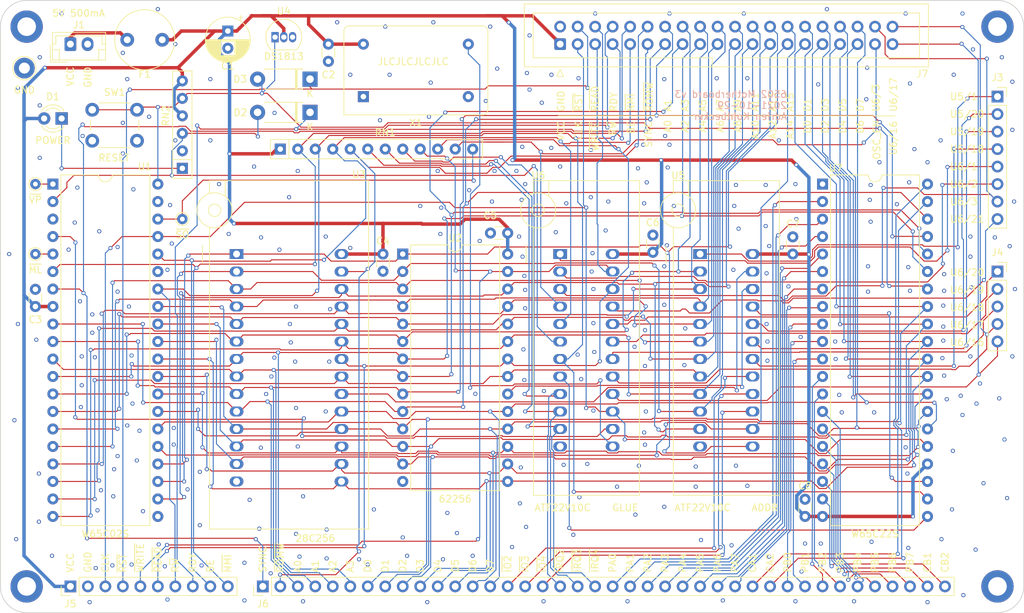
<source format=kicad_pcb>
(kicad_pcb (version 20171130) (host pcbnew "(5.1.10-1-10_14)")
  (layers (0 F.Cu signal) (1 In1.Cu signal hide) (2 In2.Cu signal hide) (31 B.Cu power) (34 B.Paste user) (35 F.Paste user) (36 B.SilkS user hide) (37 F.SilkS user) (38 B.Mask user) (39 F.Mask user) (44 Edge.Cuts user))
  (net 0 "")
  (net 1 GND)
  (net 2 VCC)
  (net 3 CLK)
  (net 4 ~READ)
  (net 5 ~WRITE)
  (net 6 NMI)
  (net 7 IRQ4)
  (net 8 IRQ3)
  (net 9 IRQ2)
  (net 10 IRQ1)
  (net 11 IO4)
  (net 12 IO3)
  (net 13 IO2)
  (net 14 IO1)
  (net 15 /d7)
  (net 16 /d6)
  (net 17 /d5)
  (net 18 /d4)
  (net 19 /d3)
  (net 20 /d2)
  (net 21 /d1)
  (net 22 /d0)
  (net 23 /a15)
  (net 24 /a14)
  (net 25 /a13)
  (net 26 /a12)
  (net 27 /a11)
  (net 28 /a10)
  (net 29 /a9)
  (net 30 /a8)
  (net 31 /a7)
  (net 32 /a6)
  (net 33 /a5)
  (net 34 /a4)
  (net 35 /a3)
  (net 36 /a2)
  (net 37 /a1)
  (net 38 /a0)
  (net 39 RST)
  (net 40 SYNC)
  (net 41 ROM_~WE)
  (net 42 ROM_~CS)
  (net 43 RAM_~CS)
  (net 44 BE)
  (net 45 RDY)
  (net 46 RW)
  (net 47 IRQ)
  (net 48 U6-3)
  (net 49 U6-2)
  (net 50 U6-1)
  (net 51 U5-1)
  (net 52 U6-16)
  (net 53 U6-17)
  (net 54 U6-18)
  (net 55 U6-19)
  (net 56 U6-20)
  (net 57 U6-21)
  (net 58 CB2)
  (net 59 CB1)
  (net 60 PB7)
  (net 61 PB6)
  (net 62 PB5)
  (net 63 PB4)
  (net 64 PB3)
  (net 65 PB2)
  (net 66 PB1)
  (net 67 PB0)
  (net 68 CA2)
  (net 69 CA1)
  (net 70 PA7)
  (net 71 PA6)
  (net 72 PA5)
  (net 73 PA4)
  (net 74 PA3)
  (net 75 PA2)
  (net 76 PA1)
  (net 77 PA0)
  (net 78 "Net-(TP2-Pad1)")
  (net 79 "Net-(TP3-Pad1)")
  (net 80 "Net-(U1-Pad39)")
  (net 81 "Net-(U1-Pad35)")
  (net 82 "Net-(U1-Pad3)")
  (net 83 "Net-(X1-Pad1)")
  (net 84 "Net-(D1-Pad1)")
  (net 85 RST_I)
  (net 86 RDY_I)
  (net 87 "Net-(F1-Pad2)")
  (net 88 U5-18)
  (net 89 U5-19)
  (net 90 U5-20)
  (net 91 OSC)
  (net 92 OSC_EN)
  (net 93 ~SO)
  (module Diode_THT:D_DO-41_SOD81_P7.62mm_Horizontal (layer F.Cu) (at 83.058 73.66 180)
    (fp_text reference D3 (at 10.16 0) (layer F.SilkS))
    (fp_text value 1N5817)
    (fp_text user K (at 0 -2.1) (layer F.SilkS))
    (pad 2 thru_hole oval (at 7.62 0 180) (size 2.2 2.2) (drill 1.1) (layers *.Cu *.Mask) (net 39 RST))
    (pad 1 thru_hole rect (at 0 0 180) (size 2.2 2.2) (drill 1.1) (layers *.Cu *.Mask) (net 85 RST_I))
  )
  (module Diode_THT:D_DO-41_SOD81_P7.62mm_Horizontal (layer F.Cu) (at 83.058 78.486 180)
    (fp_text reference D2 (at 10.1092 -0.0254) (layer F.SilkS))
    (fp_text value 1N5817)
    (fp_text user K (at 0 -2.1) (layer F.SilkS))
    (pad 2 thru_hole oval (at 7.62 0 180) (size 2.2 2.2) (drill 1.1) (layers *.Cu *.Mask) (net 45 RDY))
    (pad 1 thru_hole rect (at 0 0 180) (size 2.2 2.2) (drill 1.1) (layers *.Cu *.Mask) (net 86 RDY_I))
  )
  (module Connector_PinSocket_2.54mm:PinSocket_1x05_P2.54mm_Vertical (layer F.Cu) (at 182.88 101.6)
    (fp_text reference J4 (at 0 -2.77) (layer F.SilkS))
    (fp_text value PLD)
    (pad 5 thru_hole oval (at 0 10.16) (size 1.7 1.7) (drill 1) (layers *.Cu *.Mask) (net 52 U6-16))
    (pad 4 thru_hole oval (at 0 7.62) (size 1.7 1.7) (drill 1) (layers *.Cu *.Mask) (net 53 U6-17))
    (pad 3 thru_hole oval (at 0 5.08) (size 1.7 1.7) (drill 1) (layers *.Cu *.Mask) (net 54 U6-18))
    (pad 2 thru_hole oval (at 0 2.54) (size 1.7 1.7) (drill 1) (layers *.Cu *.Mask) (net 55 U6-19))
    (pad 1 thru_hole rect (at 0 0) (size 1.7 1.7) (drill 1) (layers *.Cu *.Mask) (net 56 U6-20))
  )
  (module Resistor_THT:R_Array_SIP12 (layer F.Cu) (at 78.74 83.82)
    (fp_text reference RN1 (at 15.24 -2.4) (layer F.SilkS))
    (fp_text value 10k)
    (pad 12 thru_hole oval (at 27.94 0) (size 1.6 1.6) (drill 0.8) (layers *.Cu *.Mask) (net 93 ~SO))
    (pad 11 thru_hole oval (at 25.4 0) (size 1.6 1.6) (drill 0.8) (layers *.Cu *.Mask) (net 92 OSC_EN))
    (pad 10 thru_hole oval (at 22.86 0) (size 1.6 1.6) (drill 0.8) (layers *.Cu *.Mask) (net 4 ~READ))
    (pad 9 thru_hole oval (at 20.32 0) (size 1.6 1.6) (drill 0.8) (layers *.Cu *.Mask) (net 5 ~WRITE))
    (pad 8 thru_hole oval (at 17.78 0) (size 1.6 1.6) (drill 0.8) (layers *.Cu *.Mask) (net 7 IRQ4))
    (pad 7 thru_hole oval (at 15.24 0) (size 1.6 1.6) (drill 0.8) (layers *.Cu *.Mask) (net 8 IRQ3))
    (pad 6 thru_hole oval (at 12.7 0) (size 1.6 1.6) (drill 0.8) (layers *.Cu *.Mask) (net 9 IRQ2))
    (pad 5 thru_hole oval (at 10.16 0) (size 1.6 1.6) (drill 0.8) (layers *.Cu *.Mask) (net 41 ROM_~WE))
    (pad 4 thru_hole oval (at 7.62 0) (size 1.6 1.6) (drill 0.8) (layers *.Cu *.Mask) (net 44 BE))
    (pad 3 thru_hole oval (at 5.08 0) (size 1.6 1.6) (drill 0.8) (layers *.Cu *.Mask) (net 46 RW))
    (pad 2 thru_hole oval (at 2.54 0) (size 1.6 1.6) (drill 0.8) (layers *.Cu *.Mask) (net 6 NMI))
    (pad 1 thru_hole rect (at 0 0) (size 1.6 1.6) (drill 0.8) (layers *.Cu *.Mask) (net 2 VCC))
  )
  (module Resistor_THT:R_Array_SIP6 (layer F.Cu) (at 64.516 86.614 90)
    (fp_text reference RN2 (at 7.62 -2.4 90) (layer F.SilkS))
    (fp_text value 1k)
    (pad 6 thru_hole oval (at 12.7 0 90) (size 1.6 1.6) (drill 0.8) (layers *.Cu *.Mask) (net 2 VCC))
    (pad 5 thru_hole oval (at 10.16 0 90) (size 1.6 1.6) (drill 0.8) (layers *.Cu *.Mask) (net 39 RST))
    (pad 4 thru_hole oval (at 7.62 0 90) (size 1.6 1.6) (drill 0.8) (layers *.Cu *.Mask) (net 2 VCC))
    (pad 3 thru_hole oval (at 5.08 0 90) (size 1.6 1.6) (drill 0.8) (layers *.Cu *.Mask) (net 45 RDY))
    (pad 2 thru_hole oval (at 2.54 0 90) (size 1.6 1.6) (drill 0.8) (layers *.Cu *.Mask) (net 1 GND))
    (pad 1 thru_hole rect (at 0 0 90) (size 1.6 1.6) (drill 0.8) (layers *.Cu *.Mask) (net 84 "Net-(D1-Pad1)"))
  )
  (module Socket:DIP_Socket-24_W4.3_W5.08_W7.62_W10.16_W10.9_3M_224-5248-00-0602J (layer F.Cu) (at 119.38 99.06)
    (fp_text reference U6 (at -3.175 -11.43) (layer F.SilkS))
    (fp_text value ATF22V10C)
    (pad 13 thru_hole oval (at 7.62 27.94) (size 2 1.44) (drill 1) (layers *.Cu *.Mask) (net 91 OSC))
    (pad 12 thru_hole oval (at 0 27.94) (size 2 1.44) (drill 1) (layers *.Cu *.Mask) (net 1 GND))
    (pad 14 thru_hole oval (at 7.62 25.4) (size 2 1.44) (drill 1) (layers *.Cu *.Mask) (net 47 IRQ))
    (pad 11 thru_hole oval (at 0 25.4) (size 2 1.44) (drill 1) (layers *.Cu *.Mask) (net 7 IRQ4))
    (pad 15 thru_hole oval (at 7.62 22.86) (size 2 1.44) (drill 1) (layers *.Cu *.Mask) (net 3 CLK))
    (pad 10 thru_hole oval (at 0 22.86) (size 2 1.44) (drill 1) (layers *.Cu *.Mask) (net 8 IRQ3))
    (pad 16 thru_hole oval (at 7.62 20.32) (size 2 1.44) (drill 1) (layers *.Cu *.Mask) (net 52 U6-16))
    (pad 9 thru_hole oval (at 0 20.32) (size 2 1.44) (drill 1) (layers *.Cu *.Mask) (net 9 IRQ2))
    (pad 17 thru_hole oval (at 7.62 17.78) (size 2 1.44) (drill 1) (layers *.Cu *.Mask) (net 53 U6-17))
    (pad 8 thru_hole oval (at 0 17.78) (size 2 1.44) (drill 1) (layers *.Cu *.Mask) (net 10 IRQ1))
    (pad 18 thru_hole oval (at 7.62 15.24) (size 2 1.44) (drill 1) (layers *.Cu *.Mask) (net 54 U6-18))
    (pad 7 thru_hole oval (at 0 15.24) (size 2 1.44) (drill 1) (layers *.Cu *.Mask) (net 46 RW))
    (pad 19 thru_hole oval (at 7.62 12.7) (size 2 1.44) (drill 1) (layers *.Cu *.Mask) (net 55 U6-19))
    (pad 6 thru_hole oval (at 0 12.7) (size 2 1.44) (drill 1) (layers *.Cu *.Mask) (net 45 RDY))
    (pad 20 thru_hole oval (at 7.62 10.16) (size 2 1.44) (drill 1) (layers *.Cu *.Mask) (net 56 U6-20))
    (pad 5 thru_hole oval (at 0 10.16) (size 2 1.44) (drill 1) (layers *.Cu *.Mask) (net 44 BE))
    (pad 21 thru_hole oval (at 7.62 7.62) (size 2 1.44) (drill 1) (layers *.Cu *.Mask) (net 57 U6-21))
    (pad 4 thru_hole oval (at 0 7.62) (size 2 1.44) (drill 1) (layers *.Cu *.Mask) (net 92 OSC_EN))
    (pad 22 thru_hole oval (at 7.62 5.08) (size 2 1.44) (drill 1) (layers *.Cu *.Mask) (net 4 ~READ))
    (pad 3 thru_hole oval (at 0 5.08) (size 2 1.44) (drill 1) (layers *.Cu *.Mask) (net 48 U6-3))
    (pad 23 thru_hole oval (at 7.62 2.54) (size 2 1.44) (drill 1) (layers *.Cu *.Mask) (net 5 ~WRITE))
    (pad 2 thru_hole oval (at 0 2.54) (size 2 1.44) (drill 1) (layers *.Cu *.Mask) (net 49 U6-2))
    (pad 24 thru_hole oval (at 7.62 0) (size 2 1.44) (drill 1) (layers *.Cu *.Mask) (net 2 VCC))
    (pad 1 thru_hole rect (at 0 0) (size 2 1.44) (drill 1) (layers *.Cu *.Mask) (net 50 U6-1))
  )
  (module TestPoint:TestPoint_THTPad_D1.5mm_Drill0.7mm (layer F.Cu) (at 64.516 93.98)
    (fp_text reference TP4 hide)
    (fp_text value ~SO (at 0 2.286) (layer F.SilkS))
    (pad 1 thru_hole circle (at 0 0) (size 1.5 1.5) (drill 0.7) (layers *.Cu *.Mask) (net 93 ~SO))
  )
  (module TestPoint:TestPoint_THTPad_D1.5mm_Drill0.7mm (layer F.Cu) (at 43.18 88.9)
    (fp_text reference TP3 hide)
    (fp_text value ~VP (at 0 2.286) (layer F.SilkS))
    (pad 1 thru_hole circle (at 0 0) (size 1.5 1.5) (drill 0.7) (layers *.Cu *.Mask) (net 79 "Net-(TP3-Pad1)"))
  )
  (module TestPoint:TestPoint_THTPad_D1.5mm_Drill0.7mm (layer F.Cu) (at 43.18 99.06)
    (fp_text reference TP2 hide)
    (fp_text value ~ML (at 0 2.286) (layer F.SilkS))
    (pad 1 thru_hole circle (at 0 0) (size 1.5 1.5) (drill 0.7) (layers *.Cu *.Mask) (net 78 "Net-(TP2-Pad1)"))
  )
  (module Package_DIP:DIP-28_W15.24mm (layer F.Cu) (at 96.52 99.06)
    (fp_text reference U2 (at 7.62 -2.33) (layer F.SilkS))
    (fp_text value CY62256-70PC)
    (pad 28 thru_hole oval (at 15.24 0) (size 1.6 1.6) (drill 0.8) (layers *.Cu *.Mask) (net 2 VCC))
    (pad 14 thru_hole oval (at 0 33.02) (size 1.6 1.6) (drill 0.8) (layers *.Cu *.Mask) (net 1 GND))
    (pad 27 thru_hole oval (at 15.24 2.54) (size 1.6 1.6) (drill 0.8) (layers *.Cu *.Mask) (net 5 ~WRITE))
    (pad 13 thru_hole oval (at 0 30.48) (size 1.6 1.6) (drill 0.8) (layers *.Cu *.Mask) (net 20 /d2))
    (pad 26 thru_hole oval (at 15.24 5.08) (size 1.6 1.6) (drill 0.8) (layers *.Cu *.Mask) (net 25 /a13))
    (pad 12 thru_hole oval (at 0 27.94) (size 1.6 1.6) (drill 0.8) (layers *.Cu *.Mask) (net 21 /d1))
    (pad 25 thru_hole oval (at 15.24 7.62) (size 1.6 1.6) (drill 0.8) (layers *.Cu *.Mask) (net 30 /a8))
    (pad 11 thru_hole oval (at 0 25.4) (size 1.6 1.6) (drill 0.8) (layers *.Cu *.Mask) (net 22 /d0))
    (pad 24 thru_hole oval (at 15.24 10.16) (size 1.6 1.6) (drill 0.8) (layers *.Cu *.Mask) (net 29 /a9))
    (pad 10 thru_hole oval (at 0 22.86) (size 1.6 1.6) (drill 0.8) (layers *.Cu *.Mask) (net 38 /a0))
    (pad 23 thru_hole oval (at 15.24 12.7) (size 1.6 1.6) (drill 0.8) (layers *.Cu *.Mask) (net 27 /a11))
    (pad 9 thru_hole oval (at 0 20.32) (size 1.6 1.6) (drill 0.8) (layers *.Cu *.Mask) (net 37 /a1))
    (pad 22 thru_hole oval (at 15.24 15.24) (size 1.6 1.6) (drill 0.8) (layers *.Cu *.Mask) (net 4 ~READ))
    (pad 8 thru_hole oval (at 0 17.78) (size 1.6 1.6) (drill 0.8) (layers *.Cu *.Mask) (net 36 /a2))
    (pad 21 thru_hole oval (at 15.24 17.78) (size 1.6 1.6) (drill 0.8) (layers *.Cu *.Mask) (net 28 /a10))
    (pad 7 thru_hole oval (at 0 15.24) (size 1.6 1.6) (drill 0.8) (layers *.Cu *.Mask) (net 35 /a3))
    (pad 20 thru_hole oval (at 15.24 20.32) (size 1.6 1.6) (drill 0.8) (layers *.Cu *.Mask) (net 43 RAM_~CS))
    (pad 6 thru_hole oval (at 0 12.7) (size 1.6 1.6) (drill 0.8) (layers *.Cu *.Mask) (net 34 /a4))
    (pad 19 thru_hole oval (at 15.24 22.86) (size 1.6 1.6) (drill 0.8) (layers *.Cu *.Mask) (net 15 /d7))
    (pad 5 thru_hole oval (at 0 10.16) (size 1.6 1.6) (drill 0.8) (layers *.Cu *.Mask) (net 33 /a5))
    (pad 18 thru_hole oval (at 15.24 25.4) (size 1.6 1.6) (drill 0.8) (layers *.Cu *.Mask) (net 16 /d6))
    (pad 4 thru_hole oval (at 0 7.62) (size 1.6 1.6) (drill 0.8) (layers *.Cu *.Mask) (net 32 /a6))
    (pad 17 thru_hole oval (at 15.24 27.94) (size 1.6 1.6) (drill 0.8) (layers *.Cu *.Mask) (net 17 /d5))
    (pad 3 thru_hole oval (at 0 5.08) (size 1.6 1.6) (drill 0.8) (layers *.Cu *.Mask) (net 31 /a7))
    (pad 16 thru_hole oval (at 15.24 30.48) (size 1.6 1.6) (drill 0.8) (layers *.Cu *.Mask) (net 18 /d4))
    (pad 2 thru_hole oval (at 0 2.54) (size 1.6 1.6) (drill 0.8) (layers *.Cu *.Mask) (net 26 /a12))
    (pad 15 thru_hole oval (at 15.24 33.02) (size 1.6 1.6) (drill 0.8) (layers *.Cu *.Mask) (net 19 /d3))
    (pad 1 thru_hole rect (at 0 0) (size 1.6 1.6) (drill 0.8) (layers *.Cu *.Mask) (net 24 /a14))
  )
  (module Capacitor_THT:CP_Radial_D6.3mm_P2.50mm (layer F.Cu) (at 71.12 66.675 270)
    (fp_text reference C1 (at 5.08 0 180) (layer F.SilkS))
    (fp_text value 10uF)
    (pad 2 thru_hole circle (at 2.5 0 270) (size 1.6 1.6) (drill 0.8) (layers *.Cu *.Mask) (net 1 GND))
    (pad 1 thru_hole rect (at 0 0 270) (size 1.6 1.6) (drill 0.8) (layers *.Cu *.Mask) (net 2 VCC))
  )
  (module LED_THT:LED_D3.0mm (layer F.Cu) (at 46.99 79.375 180)
    (fp_text reference D1 (at 1.27 3.175) (layer F.SilkS))
    (fp_text value POWER (at 1.27 -3.175) (layer F.SilkS))
    (pad 2 thru_hole circle (at 2.54 0 180) (size 1.8 1.8) (drill 0.9) (layers *.Cu *.Mask) (net 2 VCC))
    (pad 1 thru_hole rect (at 0 0 180) (size 1.8 1.8) (drill 0.9) (layers *.Cu *.Mask) (net 84 "Net-(D1-Pad1)"))
  )
  (module Connector_JST:JST_EH_B2B-EH-A_1x02_P2.50mm_Vertical (layer F.Cu) (at 48.26 68.58)
    (fp_text reference J1 (at 1.25 -2.8) (layer F.SilkS))
    (fp_text value PWR_IN)
    (pad 2 thru_hole oval (at 2.5 0) (size 1.7 2) (drill 1) (layers *.Cu *.Mask) (net 1 GND))
    (pad 1 thru_hole roundrect (at 0 0) (size 1.7 2) (drill 1) (layers *.Cu *.Mask) (roundrect_rratio 0.1470588235294118) (net 87 "Net-(F1-Pad2)"))
  )
  (module Fuse:Fuse_Littelfuse_372_D8.50mm (layer F.Cu) (at 61.595 67.945 180)
    (fp_text reference F1 (at 2.54 -5) (layer F.SilkS))
    (fp_text value 500mA)
    (pad 2 thru_hole circle (at 5.08 0 180) (size 2 2) (drill 1) (layers *.Cu *.Mask) (net 87 "Net-(F1-Pad2)"))
    (pad 1 thru_hole circle (at 0 0 180) (size 2 2) (drill 1) (layers *.Cu *.Mask) (net 2 VCC))
  )
  (module Connector_IDC:IDC-Header_2x20_P2.54mm_Vertical (layer F.Cu) (at 119.38 68.58 90)
    (fp_text reference J7 (at -4.318 52.578 180) (layer F.SilkS))
    (fp_text value DEBUG hide)
    (pad 40 thru_hole circle (at 2.54 48.26 90) (size 1.7 1.7) (drill 1) (layers *.Cu *.Mask) (net 53 U6-17))
    (pad 38 thru_hole circle (at 2.54 45.72 90) (size 1.7 1.7) (drill 1) (layers *.Cu *.Mask) (net 48 U6-3))
    (pad 36 thru_hole circle (at 2.54 43.18 90) (size 1.7 1.7) (drill 1) (layers *.Cu *.Mask) (net 15 /d7))
    (pad 34 thru_hole circle (at 2.54 40.64 90) (size 1.7 1.7) (drill 1) (layers *.Cu *.Mask) (net 17 /d5))
    (pad 32 thru_hole circle (at 2.54 38.1 90) (size 1.7 1.7) (drill 1) (layers *.Cu *.Mask) (net 19 /d3))
    (pad 30 thru_hole circle (at 2.54 35.56 90) (size 1.7 1.7) (drill 1) (layers *.Cu *.Mask) (net 21 /d1))
    (pad 28 thru_hole circle (at 2.54 33.02 90) (size 1.7 1.7) (drill 1) (layers *.Cu *.Mask) (net 23 /a15))
    (pad 26 thru_hole circle (at 2.54 30.48 90) (size 1.7 1.7) (drill 1) (layers *.Cu *.Mask) (net 25 /a13))
    (pad 24 thru_hole circle (at 2.54 27.94 90) (size 1.7 1.7) (drill 1) (layers *.Cu *.Mask) (net 27 /a11))
    (pad 22 thru_hole circle (at 2.54 25.4 90) (size 1.7 1.7) (drill 1) (layers *.Cu *.Mask) (net 29 /a9))
    (pad 20 thru_hole circle (at 2.54 22.86 90) (size 1.7 1.7) (drill 1) (layers *.Cu *.Mask) (net 31 /a7))
    (pad 18 thru_hole circle (at 2.54 20.32 90) (size 1.7 1.7) (drill 1) (layers *.Cu *.Mask) (net 33 /a5))
    (pad 16 thru_hole circle (at 2.54 17.78 90) (size 1.7 1.7) (drill 1) (layers *.Cu *.Mask) (net 35 /a3))
    (pad 14 thru_hole circle (at 2.54 15.24 90) (size 1.7 1.7) (drill 1) (layers *.Cu *.Mask) (net 37 /a1))
    (pad 12 thru_hole circle (at 2.54 12.7 90) (size 1.7 1.7) (drill 1) (layers *.Cu *.Mask) (net 41 ROM_~WE))
    (pad 10 thru_hole circle (at 2.54 10.16 90) (size 1.7 1.7) (drill 1) (layers *.Cu *.Mask) (net 6 NMI))
    (pad 8 thru_hole circle (at 2.54 7.62 90) (size 1.7 1.7) (drill 1) (layers *.Cu *.Mask) (net 86 RDY_I))
    (pad 6 thru_hole circle (at 2.54 5.08 90) (size 1.7 1.7) (drill 1) (layers *.Cu *.Mask) (net 4 ~READ))
    (pad 4 thru_hole circle (at 2.54 2.54 90) (size 1.7 1.7) (drill 1) (layers *.Cu *.Mask) (net 85 RST_I))
    (pad 2 thru_hole circle (at 2.54 0 90) (size 1.7 1.7) (drill 1) (layers *.Cu *.Mask) (net 1 GND))
    (pad 39 thru_hole circle (at 0 48.26 90) (size 1.7 1.7) (drill 1) (layers *.Cu *.Mask) (net 52 U6-16))
    (pad 37 thru_hole circle (at 0 45.72 90) (size 1.7 1.7) (drill 1) (layers *.Cu *.Mask) (net 92 OSC_EN))
    (pad 35 thru_hole circle (at 0 43.18 90) (size 1.7 1.7) (drill 1) (layers *.Cu *.Mask) (net 16 /d6))
    (pad 33 thru_hole circle (at 0 40.64 90) (size 1.7 1.7) (drill 1) (layers *.Cu *.Mask) (net 18 /d4))
    (pad 31 thru_hole circle (at 0 38.1 90) (size 1.7 1.7) (drill 1) (layers *.Cu *.Mask) (net 20 /d2))
    (pad 29 thru_hole circle (at 0 35.56 90) (size 1.7 1.7) (drill 1) (layers *.Cu *.Mask) (net 22 /d0))
    (pad 27 thru_hole circle (at 0 33.02 90) (size 1.7 1.7) (drill 1) (layers *.Cu *.Mask) (net 24 /a14))
    (pad 25 thru_hole circle (at 0 30.48 90) (size 1.7 1.7) (drill 1) (layers *.Cu *.Mask) (net 26 /a12))
    (pad 23 thru_hole circle (at 0 27.94 90) (size 1.7 1.7) (drill 1) (layers *.Cu *.Mask) (net 28 /a10))
    (pad 21 thru_hole circle (at 0 25.4 90) (size 1.7 1.7) (drill 1) (layers *.Cu *.Mask) (net 30 /a8))
    (pad 19 thru_hole circle (at 0 22.86 90) (size 1.7 1.7) (drill 1) (layers *.Cu *.Mask) (net 32 /a6))
    (pad 17 thru_hole circle (at 0 20.32 90) (size 1.7 1.7) (drill 1) (layers *.Cu *.Mask) (net 34 /a4))
    (pad 15 thru_hole circle (at 0 17.78 90) (size 1.7 1.7) (drill 1) (layers *.Cu *.Mask) (net 36 /a2))
    (pad 13 thru_hole circle (at 0 15.24 90) (size 1.7 1.7) (drill 1) (layers *.Cu *.Mask) (net 38 /a0))
    (pad 11 thru_hole circle (at 0 12.7 90) (size 1.7 1.7) (drill 1) (layers *.Cu *.Mask) (net 40 SYNC))
    (pad 9 thru_hole circle (at 0 10.16 90) (size 1.7 1.7) (drill 1) (layers *.Cu *.Mask) (net 44 BE))
    (pad 7 thru_hole circle (at 0 7.62 90) (size 1.7 1.7) (drill 1) (layers *.Cu *.Mask) (net 46 RW))
    (pad 5 thru_hole circle (at 0 5.08 90) (size 1.7 1.7) (drill 1) (layers *.Cu *.Mask) (net 5 ~WRITE))
    (pad 3 thru_hole circle (at 0 2.54 90) (size 1.7 1.7) (drill 1) (layers *.Cu *.Mask) (net 3 CLK))
    (pad 1 thru_hole roundrect (at 0 0 90) (size 1.7 1.7) (drill 1) (layers *.Cu *.Mask) (roundrect_rratio 0.1470588235294118) (net 2 VCC))
  )
  (module Package_DIP:DIP-40_W15.24mm (layer F.Cu) (at 45.72 88.9)
    (fp_text reference U1 (at 13.335 -2.54) (layer F.SilkS))
    (fp_text value W65C02SxP)
    (pad 40 thru_hole oval (at 15.24 0) (size 1.6 1.6) (drill 0.8) (layers *.Cu *.Mask) (net 39 RST))
    (pad 20 thru_hole oval (at 0 48.26) (size 1.6 1.6) (drill 0.8) (layers *.Cu *.Mask) (net 27 /a11))
    (pad 39 thru_hole oval (at 15.24 2.54) (size 1.6 1.6) (drill 0.8) (layers *.Cu *.Mask) (net 80 "Net-(U1-Pad39)"))
    (pad 19 thru_hole oval (at 0 45.72) (size 1.6 1.6) (drill 0.8) (layers *.Cu *.Mask) (net 28 /a10))
    (pad 38 thru_hole oval (at 15.24 5.08) (size 1.6 1.6) (drill 0.8) (layers *.Cu *.Mask) (net 93 ~SO))
    (pad 18 thru_hole oval (at 0 43.18) (size 1.6 1.6) (drill 0.8) (layers *.Cu *.Mask) (net 29 /a9))
    (pad 37 thru_hole oval (at 15.24 7.62) (size 1.6 1.6) (drill 0.8) (layers *.Cu *.Mask) (net 3 CLK))
    (pad 17 thru_hole oval (at 0 40.64) (size 1.6 1.6) (drill 0.8) (layers *.Cu *.Mask) (net 30 /a8))
    (pad 36 thru_hole oval (at 15.24 10.16) (size 1.6 1.6) (drill 0.8) (layers *.Cu *.Mask) (net 44 BE))
    (pad 16 thru_hole oval (at 0 38.1) (size 1.6 1.6) (drill 0.8) (layers *.Cu *.Mask) (net 31 /a7))
    (pad 35 thru_hole oval (at 15.24 12.7) (size 1.6 1.6) (drill 0.8) (layers *.Cu *.Mask) (net 81 "Net-(U1-Pad35)"))
    (pad 15 thru_hole oval (at 0 35.56) (size 1.6 1.6) (drill 0.8) (layers *.Cu *.Mask) (net 32 /a6))
    (pad 34 thru_hole oval (at 15.24 15.24) (size 1.6 1.6) (drill 0.8) (layers *.Cu *.Mask) (net 46 RW))
    (pad 14 thru_hole oval (at 0 33.02) (size 1.6 1.6) (drill 0.8) (layers *.Cu *.Mask) (net 33 /a5))
    (pad 33 thru_hole oval (at 15.24 17.78) (size 1.6 1.6) (drill 0.8) (layers *.Cu *.Mask) (net 22 /d0))
    (pad 13 thru_hole oval (at 0 30.48) (size 1.6 1.6) (drill 0.8) (layers *.Cu *.Mask) (net 34 /a4))
    (pad 32 thru_hole oval (at 15.24 20.32) (size 1.6 1.6) (drill 0.8) (layers *.Cu *.Mask) (net 21 /d1))
    (pad 12 thru_hole oval (at 0 27.94) (size 1.6 1.6) (drill 0.8) (layers *.Cu *.Mask) (net 35 /a3))
    (pad 31 thru_hole oval (at 15.24 22.86) (size 1.6 1.6) (drill 0.8) (layers *.Cu *.Mask) (net 20 /d2))
    (pad 11 thru_hole oval (at 0 25.4) (size 1.6 1.6) (drill 0.8) (layers *.Cu *.Mask) (net 36 /a2))
    (pad 30 thru_hole oval (at 15.24 25.4) (size 1.6 1.6) (drill 0.8) (layers *.Cu *.Mask) (net 19 /d3))
    (pad 10 thru_hole oval (at 0 22.86) (size 1.6 1.6) (drill 0.8) (layers *.Cu *.Mask) (net 37 /a1))
    (pad 29 thru_hole oval (at 15.24 27.94) (size 1.6 1.6) (drill 0.8) (layers *.Cu *.Mask) (net 18 /d4))
    (pad 9 thru_hole oval (at 0 20.32) (size 1.6 1.6) (drill 0.8) (layers *.Cu *.Mask) (net 38 /a0))
    (pad 28 thru_hole oval (at 15.24 30.48) (size 1.6 1.6) (drill 0.8) (layers *.Cu *.Mask) (net 17 /d5))
    (pad 8 thru_hole oval (at 0 17.78) (size 1.6 1.6) (drill 0.8) (layers *.Cu *.Mask) (net 2 VCC))
    (pad 27 thru_hole oval (at 15.24 33.02) (size 1.6 1.6) (drill 0.8) (layers *.Cu *.Mask) (net 16 /d6))
    (pad 7 thru_hole oval (at 0 15.24) (size 1.6 1.6) (drill 0.8) (layers *.Cu *.Mask) (net 40 SYNC))
    (pad 26 thru_hole oval (at 15.24 35.56) (size 1.6 1.6) (drill 0.8) (layers *.Cu *.Mask) (net 15 /d7))
    (pad 6 thru_hole oval (at 0 12.7) (size 1.6 1.6) (drill 0.8) (layers *.Cu *.Mask) (net 6 NMI))
    (pad 25 thru_hole oval (at 15.24 38.1) (size 1.6 1.6) (drill 0.8) (layers *.Cu *.Mask) (net 23 /a15))
    (pad 5 thru_hole oval (at 0 10.16) (size 1.6 1.6) (drill 0.8) (layers *.Cu *.Mask) (net 78 "Net-(TP2-Pad1)"))
    (pad 24 thru_hole oval (at 15.24 40.64) (size 1.6 1.6) (drill 0.8) (layers *.Cu *.Mask) (net 24 /a14))
    (pad 4 thru_hole oval (at 0 7.62) (size 1.6 1.6) (drill 0.8) (layers *.Cu *.Mask) (net 47 IRQ))
    (pad 23 thru_hole oval (at 15.24 43.18) (size 1.6 1.6) (drill 0.8) (layers *.Cu *.Mask) (net 25 /a13))
    (pad 3 thru_hole oval (at 0 5.08) (size 1.6 1.6) (drill 0.8) (layers *.Cu *.Mask) (net 82 "Net-(U1-Pad3)"))
    (pad 22 thru_hole oval (at 15.24 45.72) (size 1.6 1.6) (drill 0.8) (layers *.Cu *.Mask) (net 26 /a12))
    (pad 2 thru_hole oval (at 0 2.54) (size 1.6 1.6) (drill 0.8) (layers *.Cu *.Mask) (net 45 RDY))
    (pad 21 thru_hole oval (at 15.24 48.26) (size 1.6 1.6) (drill 0.8) (layers *.Cu *.Mask) (net 1 GND))
    (pad 1 thru_hole rect (at 0 0) (size 1.6 1.6) (drill 0.8) (layers *.Cu *.Mask) (net 79 "Net-(TP3-Pad1)"))
  )
  (module Button_Switch_THT:SW_PUSH_6mm (layer F.Cu) (at 51.435 78.105)
    (fp_text reference SW1 (at 3.25 -2.54) (layer F.SilkS))
    (fp_text value RESET (at 3.175 6.985) (layer F.SilkS))
    (pad 1 thru_hole circle (at 6.5 0 90) (size 2 2) (drill 1.1) (layers *.Cu *.Mask) (net 39 RST))
    (pad 2 thru_hole circle (at 6.5 4.5 90) (size 2 2) (drill 1.1) (layers *.Cu *.Mask) (net 1 GND))
    (pad 1 thru_hole circle (at 0 0 90) (size 2 2) (drill 1.1) (layers *.Cu *.Mask) (net 39 RST))
    (pad 2 thru_hole circle (at 0 4.5 90) (size 2 2) (drill 1.1) (layers *.Cu *.Mask) (net 1 GND))
  )
  (module Socket:DIP_Socket-28_W11.9_W12.7_W15.24_W17.78_W18.5_3M_228-1277-00-0602J (layer F.Cu) (at 72.39 99.06)
    (fp_text reference U3 (at 17.78 -11.56) (layer F.SilkS))
    (fp_text value 28C256)
    (pad 15 thru_hole oval (at 15.24 33.02) (size 2 1.44) (drill 1) (layers *.Cu *.Mask) (net 19 /d3))
    (pad 14 thru_hole oval (at 0 33.02) (size 2 1.44) (drill 1) (layers *.Cu *.Mask) (net 1 GND))
    (pad 16 thru_hole oval (at 15.24 30.48) (size 2 1.44) (drill 1) (layers *.Cu *.Mask) (net 18 /d4))
    (pad 13 thru_hole oval (at 0 30.48) (size 2 1.44) (drill 1) (layers *.Cu *.Mask) (net 20 /d2))
    (pad 17 thru_hole oval (at 15.24 27.94) (size 2 1.44) (drill 1) (layers *.Cu *.Mask) (net 17 /d5))
    (pad 12 thru_hole oval (at 0 27.94) (size 2 1.44) (drill 1) (layers *.Cu *.Mask) (net 21 /d1))
    (pad 18 thru_hole oval (at 15.24 25.4) (size 2 1.44) (drill 1) (layers *.Cu *.Mask) (net 16 /d6))
    (pad 11 thru_hole oval (at 0 25.4) (size 2 1.44) (drill 1) (layers *.Cu *.Mask) (net 22 /d0))
    (pad 19 thru_hole oval (at 15.24 22.86) (size 2 1.44) (drill 1) (layers *.Cu *.Mask) (net 15 /d7))
    (pad 10 thru_hole oval (at 0 22.86) (size 2 1.44) (drill 1) (layers *.Cu *.Mask) (net 38 /a0))
    (pad 20 thru_hole oval (at 15.24 20.32) (size 2 1.44) (drill 1) (layers *.Cu *.Mask) (net 42 ROM_~CS))
    (pad 9 thru_hole oval (at 0 20.32) (size 2 1.44) (drill 1) (layers *.Cu *.Mask) (net 37 /a1))
    (pad 21 thru_hole oval (at 15.24 17.78) (size 2 1.44) (drill 1) (layers *.Cu *.Mask) (net 28 /a10))
    (pad 8 thru_hole oval (at 0 17.78) (size 2 1.44) (drill 1) (layers *.Cu *.Mask) (net 36 /a2))
    (pad 22 thru_hole oval (at 15.24 15.24) (size 2 1.44) (drill 1) (layers *.Cu *.Mask) (net 4 ~READ))
    (pad 7 thru_hole oval (at 0 15.24) (size 2 1.44) (drill 1) (layers *.Cu *.Mask) (net 35 /a3))
    (pad 23 thru_hole oval (at 15.24 12.7) (size 2 1.44) (drill 1) (layers *.Cu *.Mask) (net 27 /a11))
    (pad 6 thru_hole oval (at 0 12.7) (size 2 1.44) (drill 1) (layers *.Cu *.Mask) (net 34 /a4))
    (pad 24 thru_hole oval (at 15.24 10.16) (size 2 1.44) (drill 1) (layers *.Cu *.Mask) (net 29 /a9))
    (pad 5 thru_hole oval (at 0 10.16) (size 2 1.44) (drill 1) (layers *.Cu *.Mask) (net 33 /a5))
    (pad 25 thru_hole oval (at 15.24 7.62) (size 2 1.44) (drill 1) (layers *.Cu *.Mask) (net 30 /a8))
    (pad 4 thru_hole oval (at 0 7.62) (size 2 1.44) (drill 1) (layers *.Cu *.Mask) (net 32 /a6))
    (pad 26 thru_hole oval (at 15.24 5.08) (size 2 1.44) (drill 1) (layers *.Cu *.Mask) (net 25 /a13))
    (pad 3 thru_hole oval (at 0 5.08) (size 2 1.44) (drill 1) (layers *.Cu *.Mask) (net 31 /a7))
    (pad 27 thru_hole oval (at 15.24 2.54) (size 2 1.44) (drill 1) (layers *.Cu *.Mask) (net 41 ROM_~WE))
    (pad 2 thru_hole oval (at 0 2.54) (size 2 1.44) (drill 1) (layers *.Cu *.Mask) (net 26 /a12))
    (pad 28 thru_hole oval (at 15.24 0) (size 2 1.44) (drill 1) (layers *.Cu *.Mask) (net 2 VCC))
    (pad 1 thru_hole rect (at 0 0) (size 2 1.44) (drill 1) (layers *.Cu *.Mask) (net 24 /a14))
  )
  (module Capacitor_THT:C_Disc_D3.0mm_W1.6mm_P2.50mm (layer F.Cu) (at 43.18 106.68 90)
    (fp_text reference C3 (at -1.905 0 180) (layer F.SilkS))
    (fp_text value 0.1uF)
    (pad 2 thru_hole circle (at 2.5 0 90) (size 1.6 1.6) (drill 0.8) (layers *.Cu *.Mask) (net 1 GND))
    (pad 1 thru_hole circle (at 0 0 90) (size 1.6 1.6) (drill 0.8) (layers *.Cu *.Mask) (net 2 VCC))
  )
  (module Oscillator:Oscillator_DIP-14 (layer F.Cu) (at 90.805 76.2)
    (fp_text reference X1 (at 7.62 3.81) (layer F.SilkS))
    (fp_text value 4Mhz)
    (pad 7 thru_hole circle (at 15.24 0) (size 1.6 1.6) (drill 0.8) (layers *.Cu *.Mask) (net 1 GND))
    (pad 8 thru_hole circle (at 15.24 -7.62) (size 1.6 1.6) (drill 0.8) (layers *.Cu *.Mask) (net 91 OSC))
    (pad 14 thru_hole circle (at 0 -7.62) (size 1.6 1.6) (drill 0.8) (layers *.Cu *.Mask) (net 2 VCC))
    (pad 1 thru_hole rect (at 0 0) (size 1.6 1.6) (drill 0.8) (layers *.Cu *.Mask) (net 83 "Net-(X1-Pad1)"))
  )
  (module Package_DIP:DIP-40_W15.24mm (layer F.Cu) (at 157.48 88.9)
    (fp_text reference U7 (at 1.905 -2.33) (layer F.SilkS))
    (fp_text value W65C22SxP)
    (pad 40 thru_hole oval (at 15.24 0) (size 1.6 1.6) (drill 0.8) (layers *.Cu *.Mask) (net 69 CA1))
    (pad 20 thru_hole oval (at 0 48.26) (size 1.6 1.6) (drill 0.8) (layers *.Cu *.Mask) (net 2 VCC))
    (pad 39 thru_hole oval (at 15.24 2.54) (size 1.6 1.6) (drill 0.8) (layers *.Cu *.Mask) (net 68 CA2))
    (pad 19 thru_hole oval (at 0 45.72) (size 1.6 1.6) (drill 0.8) (layers *.Cu *.Mask) (net 58 CB2))
    (pad 38 thru_hole oval (at 15.24 5.08) (size 1.6 1.6) (drill 0.8) (layers *.Cu *.Mask) (net 38 /a0))
    (pad 18 thru_hole oval (at 0 43.18) (size 1.6 1.6) (drill 0.8) (layers *.Cu *.Mask) (net 59 CB1))
    (pad 37 thru_hole oval (at 15.24 7.62) (size 1.6 1.6) (drill 0.8) (layers *.Cu *.Mask) (net 37 /a1))
    (pad 17 thru_hole oval (at 0 40.64) (size 1.6 1.6) (drill 0.8) (layers *.Cu *.Mask) (net 60 PB7))
    (pad 36 thru_hole oval (at 15.24 10.16) (size 1.6 1.6) (drill 0.8) (layers *.Cu *.Mask) (net 36 /a2))
    (pad 16 thru_hole oval (at 0 38.1) (size 1.6 1.6) (drill 0.8) (layers *.Cu *.Mask) (net 61 PB6))
    (pad 35 thru_hole oval (at 15.24 12.7) (size 1.6 1.6) (drill 0.8) (layers *.Cu *.Mask) (net 35 /a3))
    (pad 15 thru_hole oval (at 0 35.56) (size 1.6 1.6) (drill 0.8) (layers *.Cu *.Mask) (net 62 PB5))
    (pad 34 thru_hole oval (at 15.24 15.24) (size 1.6 1.6) (drill 0.8) (layers *.Cu *.Mask) (net 39 RST))
    (pad 14 thru_hole oval (at 0 33.02) (size 1.6 1.6) (drill 0.8) (layers *.Cu *.Mask) (net 63 PB4))
    (pad 33 thru_hole oval (at 15.24 17.78) (size 1.6 1.6) (drill 0.8) (layers *.Cu *.Mask) (net 22 /d0))
    (pad 13 thru_hole oval (at 0 30.48) (size 1.6 1.6) (drill 0.8) (layers *.Cu *.Mask) (net 64 PB3))
    (pad 32 thru_hole oval (at 15.24 20.32) (size 1.6 1.6) (drill 0.8) (layers *.Cu *.Mask) (net 21 /d1))
    (pad 12 thru_hole oval (at 0 27.94) (size 1.6 1.6) (drill 0.8) (layers *.Cu *.Mask) (net 65 PB2))
    (pad 31 thru_hole oval (at 15.24 22.86) (size 1.6 1.6) (drill 0.8) (layers *.Cu *.Mask) (net 20 /d2))
    (pad 11 thru_hole oval (at 0 25.4) (size 1.6 1.6) (drill 0.8) (layers *.Cu *.Mask) (net 66 PB1))
    (pad 30 thru_hole oval (at 15.24 25.4) (size 1.6 1.6) (drill 0.8) (layers *.Cu *.Mask) (net 19 /d3))
    (pad 10 thru_hole oval (at 0 22.86) (size 1.6 1.6) (drill 0.8) (layers *.Cu *.Mask) (net 67 PB0))
    (pad 29 thru_hole oval (at 15.24 27.94) (size 1.6 1.6) (drill 0.8) (layers *.Cu *.Mask) (net 18 /d4))
    (pad 9 thru_hole oval (at 0 20.32) (size 1.6 1.6) (drill 0.8) (layers *.Cu *.Mask) (net 70 PA7))
    (pad 28 thru_hole oval (at 15.24 30.48) (size 1.6 1.6) (drill 0.8) (layers *.Cu *.Mask) (net 17 /d5))
    (pad 8 thru_hole oval (at 0 17.78) (size 1.6 1.6) (drill 0.8) (layers *.Cu *.Mask) (net 71 PA6))
    (pad 27 thru_hole oval (at 15.24 33.02) (size 1.6 1.6) (drill 0.8) (layers *.Cu *.Mask) (net 16 /d6))
    (pad 7 thru_hole oval (at 0 15.24) (size 1.6 1.6) (drill 0.8) (layers *.Cu *.Mask) (net 72 PA5))
    (pad 26 thru_hole oval (at 15.24 35.56) (size 1.6 1.6) (drill 0.8) (layers *.Cu *.Mask) (net 15 /d7))
    (pad 6 thru_hole oval (at 0 12.7) (size 1.6 1.6) (drill 0.8) (layers *.Cu *.Mask) (net 73 PA4))
    (pad 25 thru_hole oval (at 15.24 38.1) (size 1.6 1.6) (drill 0.8) (layers *.Cu *.Mask) (net 3 CLK))
    (pad 5 thru_hole oval (at 0 10.16) (size 1.6 1.6) (drill 0.8) (layers *.Cu *.Mask) (net 74 PA3))
    (pad 24 thru_hole oval (at 15.24 40.64) (size 1.6 1.6) (drill 0.8) (layers *.Cu *.Mask) (net 2 VCC))
    (pad 4 thru_hole oval (at 0 7.62) (size 1.6 1.6) (drill 0.8) (layers *.Cu *.Mask) (net 75 PA2))
    (pad 23 thru_hole oval (at 15.24 43.18) (size 1.6 1.6) (drill 0.8) (layers *.Cu *.Mask) (net 14 IO1))
    (pad 3 thru_hole oval (at 0 5.08) (size 1.6 1.6) (drill 0.8) (layers *.Cu *.Mask) (net 76 PA1))
    (pad 22 thru_hole oval (at 15.24 45.72) (size 1.6 1.6) (drill 0.8) (layers *.Cu *.Mask) (net 46 RW))
    (pad 2 thru_hole oval (at 0 2.54) (size 1.6 1.6) (drill 0.8) (layers *.Cu *.Mask) (net 77 PA0))
    (pad 21 thru_hole oval (at 15.24 48.26) (size 1.6 1.6) (drill 0.8) (layers *.Cu *.Mask) (net 10 IRQ1))
    (pad 1 thru_hole rect (at 0 0) (size 1.6 1.6) (drill 0.8) (layers *.Cu *.Mask) (net 1 GND))
  )
  (module Socket:DIP_Socket-24_W4.3_W5.08_W7.62_W10.16_W10.9_3M_224-5248-00-0602J (layer F.Cu) (at 139.7 99.06)
    (fp_text reference U5 (at -3.175 -11.43) (layer F.SilkS))
    (fp_text value ATF22V10C)
    (pad 13 thru_hole oval (at 7.62 27.94) (size 2 1.44) (drill 1) (layers *.Cu *.Mask) (net 24 /a14))
    (pad 12 thru_hole oval (at 0 27.94) (size 2 1.44) (drill 1) (layers *.Cu *.Mask) (net 1 GND))
    (pad 14 thru_hole oval (at 7.62 25.4) (size 2 1.44) (drill 1) (layers *.Cu *.Mask) (net 23 /a15))
    (pad 11 thru_hole oval (at 0 25.4) (size 2 1.44) (drill 1) (layers *.Cu *.Mask) (net 25 /a13))
    (pad 15 thru_hole oval (at 7.62 22.86) (size 2 1.44) (drill 1) (layers *.Cu *.Mask) (net 11 IO4))
    (pad 10 thru_hole oval (at 0 22.86) (size 2 1.44) (drill 1) (layers *.Cu *.Mask) (net 26 /a12))
    (pad 16 thru_hole oval (at 7.62 20.32) (size 2 1.44) (drill 1) (layers *.Cu *.Mask) (net 12 IO3))
    (pad 9 thru_hole oval (at 0 20.32) (size 2 1.44) (drill 1) (layers *.Cu *.Mask) (net 27 /a11))
    (pad 17 thru_hole oval (at 7.62 17.78) (size 2 1.44) (drill 1) (layers *.Cu *.Mask) (net 13 IO2))
    (pad 8 thru_hole oval (at 0 17.78) (size 2 1.44) (drill 1) (layers *.Cu *.Mask) (net 28 /a10))
    (pad 18 thru_hole oval (at 7.62 15.24) (size 2 1.44) (drill 1) (layers *.Cu *.Mask) (net 88 U5-18))
    (pad 7 thru_hole oval (at 0 15.24) (size 2 1.44) (drill 1) (layers *.Cu *.Mask) (net 29 /a9))
    (pad 19 thru_hole oval (at 7.62 12.7) (size 2 1.44) (drill 1) (layers *.Cu *.Mask) (net 89 U5-19))
    (pad 6 thru_hole oval (at 0 12.7) (size 2 1.44) (drill 1) (layers *.Cu *.Mask) (net 30 /a8))
    (pad 20 thru_hole oval (at 7.62 10.16) (size 2 1.44) (drill 1) (layers *.Cu *.Mask) (net 90 U5-20))
    (pad 5 thru_hole oval (at 0 10.16) (size 2 1.44) (drill 1) (layers *.Cu *.Mask) (net 31 /a7))
    (pad 21 thru_hole oval (at 7.62 7.62) (size 2 1.44) (drill 1) (layers *.Cu *.Mask) (net 14 IO1))
    (pad 4 thru_hole oval (at 0 7.62) (size 2 1.44) (drill 1) (layers *.Cu *.Mask) (net 32 /a6))
    (pad 22 thru_hole oval (at 7.62 5.08) (size 2 1.44) (drill 1) (layers *.Cu *.Mask) (net 43 RAM_~CS))
    (pad 3 thru_hole oval (at 0 5.08) (size 2 1.44) (drill 1) (layers *.Cu *.Mask) (net 33 /a5))
    (pad 23 thru_hole oval (at 7.62 2.54) (size 2 1.44) (drill 1) (layers *.Cu *.Mask) (net 42 ROM_~CS))
    (pad 2 thru_hole oval (at 0 2.54) (size 2 1.44) (drill 1) (layers *.Cu *.Mask) (net 34 /a4))
    (pad 24 thru_hole oval (at 7.62 0) (size 2 1.44) (drill 1) (layers *.Cu *.Mask) (net 2 VCC))
    (pad 1 thru_hole rect (at 0 0) (size 2 1.44) (drill 1) (layers *.Cu *.Mask) (net 51 U5-1))
  )
  (module Package_TO_SOT_THT:TO-92_Inline (layer F.Cu) (at 77.978 67.564)
    (fp_text reference U4 (at 1.27 -3.81) (layer F.SilkS))
    (fp_text value DS1813)
    (pad 1 thru_hole rect (at 0 0) (size 1.05 1.5) (drill 0.75) (layers *.Cu *.Mask) (net 39 RST))
    (pad 3 thru_hole oval (at 2.54 0) (size 1.05 1.5) (drill 0.75) (layers *.Cu *.Mask) (net 1 GND))
    (pad 2 thru_hole oval (at 1.27 0) (size 1.05 1.5) (drill 0.75) (layers *.Cu *.Mask) (net 2 VCC))
  )
  (module TestPoint:TestPoint_Loop_D2.60mm_Drill1.6mm_Beaded (layer F.Cu) (at 41.5798 72.0598)
    (fp_text reference TP1 hide)
    (fp_text value GND (at 0 3.175) (layer F.SilkS))
    (pad 1 thru_hole circle (at 0 0) (size 3 3) (drill 1.6) (layers *.Cu *.Mask) (net 1 GND))
  )
  (module Connector_PinHeader_2.54mm:PinHeader_1x40_P2.54mm_Vertical (layer F.Cu) (at 76.2 147.32 90)
    (fp_text reference J6 (at -2.54 0 180) (layer F.SilkS))
    (fp_text value IO)
    (pad 40 thru_hole oval (at 0 99.06 90) (size 1.7 1.7) (drill 1) (layers *.Cu *.Mask) (net 58 CB2))
    (pad 39 thru_hole oval (at 0 96.52 90) (size 1.7 1.7) (drill 1) (layers *.Cu *.Mask) (net 59 CB1))
    (pad 38 thru_hole oval (at 0 93.98 90) (size 1.7 1.7) (drill 1) (layers *.Cu *.Mask) (net 60 PB7))
    (pad 37 thru_hole oval (at 0 91.44 90) (size 1.7 1.7) (drill 1) (layers *.Cu *.Mask) (net 61 PB6))
    (pad 36 thru_hole oval (at 0 88.9 90) (size 1.7 1.7) (drill 1) (layers *.Cu *.Mask) (net 62 PB5))
    (pad 35 thru_hole oval (at 0 86.36 90) (size 1.7 1.7) (drill 1) (layers *.Cu *.Mask) (net 63 PB4))
    (pad 34 thru_hole oval (at 0 83.82 90) (size 1.7 1.7) (drill 1) (layers *.Cu *.Mask) (net 64 PB3))
    (pad 33 thru_hole oval (at 0 81.28 90) (size 1.7 1.7) (drill 1) (layers *.Cu *.Mask) (net 65 PB2))
    (pad 32 thru_hole oval (at 0 78.74 90) (size 1.7 1.7) (drill 1) (layers *.Cu *.Mask) (net 66 PB1))
    (pad 31 thru_hole oval (at 0 76.2 90) (size 1.7 1.7) (drill 1) (layers *.Cu *.Mask) (net 67 PB0))
    (pad 30 thru_hole oval (at 0 73.66 90) (size 1.7 1.7) (drill 1) (layers *.Cu *.Mask) (net 68 CA2))
    (pad 29 thru_hole oval (at 0 71.12 90) (size 1.7 1.7) (drill 1) (layers *.Cu *.Mask) (net 69 CA1))
    (pad 28 thru_hole oval (at 0 68.58 90) (size 1.7 1.7) (drill 1) (layers *.Cu *.Mask) (net 70 PA7))
    (pad 27 thru_hole oval (at 0 66.04 90) (size 1.7 1.7) (drill 1) (layers *.Cu *.Mask) (net 71 PA6))
    (pad 26 thru_hole oval (at 0 63.5 90) (size 1.7 1.7) (drill 1) (layers *.Cu *.Mask) (net 72 PA5))
    (pad 25 thru_hole oval (at 0 60.96 90) (size 1.7 1.7) (drill 1) (layers *.Cu *.Mask) (net 73 PA4))
    (pad 24 thru_hole oval (at 0 58.42 90) (size 1.7 1.7) (drill 1) (layers *.Cu *.Mask) (net 74 PA3))
    (pad 23 thru_hole oval (at 0 55.88 90) (size 1.7 1.7) (drill 1) (layers *.Cu *.Mask) (net 75 PA2))
    (pad 22 thru_hole oval (at 0 53.34 90) (size 1.7 1.7) (drill 1) (layers *.Cu *.Mask) (net 76 PA1))
    (pad 21 thru_hole oval (at 0 50.8 90) (size 1.7 1.7) (drill 1) (layers *.Cu *.Mask) (net 77 PA0))
    (pad 20 thru_hole oval (at 0 48.26 90) (size 1.7 1.7) (drill 1) (layers *.Cu *.Mask) (net 7 IRQ4))
    (pad 19 thru_hole oval (at 0 45.72 90) (size 1.7 1.7) (drill 1) (layers *.Cu *.Mask) (net 8 IRQ3))
    (pad 18 thru_hole oval (at 0 43.18 90) (size 1.7 1.7) (drill 1) (layers *.Cu *.Mask) (net 9 IRQ2))
    (pad 17 thru_hole oval (at 0 40.64 90) (size 1.7 1.7) (drill 1) (layers *.Cu *.Mask) (net 11 IO4))
    (pad 16 thru_hole oval (at 0 38.1 90) (size 1.7 1.7) (drill 1) (layers *.Cu *.Mask) (net 12 IO3))
    (pad 15 thru_hole oval (at 0 35.56 90) (size 1.7 1.7) (drill 1) (layers *.Cu *.Mask) (net 13 IO2))
    (pad 14 thru_hole oval (at 0 33.02 90) (size 1.7 1.7) (drill 1) (layers *.Cu *.Mask) (net 15 /d7))
    (pad 13 thru_hole oval (at 0 30.48 90) (size 1.7 1.7) (drill 1) (layers *.Cu *.Mask) (net 16 /d6))
    (pad 12 thru_hole oval (at 0 27.94 90) (size 1.7 1.7) (drill 1) (layers *.Cu *.Mask) (net 17 /d5))
    (pad 11 thru_hole oval (at 0 25.4 90) (size 1.7 1.7) (drill 1) (layers *.Cu *.Mask) (net 18 /d4))
    (pad 10 thru_hole oval (at 0 22.86 90) (size 1.7 1.7) (drill 1) (layers *.Cu *.Mask) (net 19 /d3))
    (pad 9 thru_hole oval (at 0 20.32 90) (size 1.7 1.7) (drill 1) (layers *.Cu *.Mask) (net 20 /d2))
    (pad 8 thru_hole oval (at 0 17.78 90) (size 1.7 1.7) (drill 1) (layers *.Cu *.Mask) (net 21 /d1))
    (pad 7 thru_hole oval (at 0 15.24 90) (size 1.7 1.7) (drill 1) (layers *.Cu *.Mask) (net 22 /d0))
    (pad 6 thru_hole oval (at 0 12.7 90) (size 1.7 1.7) (drill 1) (layers *.Cu *.Mask) (net 35 /a3))
    (pad 5 thru_hole oval (at 0 10.16 90) (size 1.7 1.7) (drill 1) (layers *.Cu *.Mask) (net 36 /a2))
    (pad 4 thru_hole oval (at 0 7.62 90) (size 1.7 1.7) (drill 1) (layers *.Cu *.Mask) (net 37 /a1))
    (pad 3 thru_hole oval (at 0 5.08 90) (size 1.7 1.7) (drill 1) (layers *.Cu *.Mask) (net 38 /a0))
    (pad 2 thru_hole oval (at 0 2.54 90) (size 1.7 1.7) (drill 1) (layers *.Cu *.Mask) (net 41 ROM_~WE))
    (pad 1 thru_hole rect (at 0 0 90) (size 1.7 1.7) (drill 1) (layers *.Cu *.Mask) (net 40 SYNC))
  )
  (module Connector_PinHeader_2.54mm:PinHeader_1x10_P2.54mm_Vertical (layer F.Cu) (at 48.26 147.32 90)
    (fp_text reference J5 (at -2.54 0 180) (layer F.SilkS))
    (fp_text value IO)
    (pad 10 thru_hole oval (at 0 22.86 90) (size 1.7 1.7) (drill 1) (layers *.Cu *.Mask) (net 6 NMI))
    (pad 9 thru_hole oval (at 0 20.32 90) (size 1.7 1.7) (drill 1) (layers *.Cu *.Mask) (net 44 BE))
    (pad 8 thru_hole oval (at 0 17.78 90) (size 1.7 1.7) (drill 1) (layers *.Cu *.Mask) (net 86 RDY_I))
    (pad 7 thru_hole oval (at 0 15.24 90) (size 1.7 1.7) (drill 1) (layers *.Cu *.Mask) (net 46 RW))
    (pad 6 thru_hole oval (at 0 12.7 90) (size 1.7 1.7) (drill 1) (layers *.Cu *.Mask) (net 4 ~READ))
    (pad 5 thru_hole oval (at 0 10.16 90) (size 1.7 1.7) (drill 1) (layers *.Cu *.Mask) (net 5 ~WRITE))
    (pad 4 thru_hole oval (at 0 7.62 90) (size 1.7 1.7) (drill 1) (layers *.Cu *.Mask) (net 85 RST_I))
    (pad 3 thru_hole oval (at 0 5.08 90) (size 1.7 1.7) (drill 1) (layers *.Cu *.Mask) (net 3 CLK))
    (pad 2 thru_hole oval (at 0 2.54 90) (size 1.7 1.7) (drill 1) (layers *.Cu *.Mask) (net 1 GND))
    (pad 1 thru_hole rect (at 0 0 90) (size 1.7 1.7) (drill 1) (layers *.Cu *.Mask) (net 2 VCC))
  )
  (module Connector_PinSocket_2.54mm:PinSocket_1x08_P2.54mm_Vertical (layer F.Cu) (at 182.88 76.2)
    (fp_text reference J3 (at 0 -2.77) (layer F.SilkS))
    (fp_text value PLD)
    (pad 8 thru_hole oval (at 0 17.78) (size 1.7 1.7) (drill 1) (layers *.Cu *.Mask) (net 57 U6-21))
    (pad 7 thru_hole oval (at 0 15.24) (size 1.7 1.7) (drill 1) (layers *.Cu *.Mask) (net 48 U6-3))
    (pad 6 thru_hole oval (at 0 12.7) (size 1.7 1.7) (drill 1) (layers *.Cu *.Mask) (net 49 U6-2))
    (pad 5 thru_hole oval (at 0 10.16) (size 1.7 1.7) (drill 1) (layers *.Cu *.Mask) (net 50 U6-1))
    (pad 4 thru_hole oval (at 0 7.62) (size 1.7 1.7) (drill 1) (layers *.Cu *.Mask) (net 88 U5-18))
    (pad 3 thru_hole oval (at 0 5.08) (size 1.7 1.7) (drill 1) (layers *.Cu *.Mask) (net 89 U5-19))
    (pad 2 thru_hole oval (at 0 2.54) (size 1.7 1.7) (drill 1) (layers *.Cu *.Mask) (net 90 U5-20))
    (pad 1 thru_hole rect (at 0 0) (size 1.7 1.7) (drill 1) (layers *.Cu *.Mask) (net 51 U5-1))
  )
  (module MountingHole:MountingHole_2.7mm_M2.5_DIN965_Pad (layer F.Cu) (at 182.88 147.32)
    (fp_text reference H4 hide)
    (fp_text value MountingHole_Pad)
    (pad 1 thru_hole circle (at 0 0) (size 4.7 4.7) (drill 2.7) (layers *.Cu *.Mask) (net 1 GND))
  )
  (module MountingHole:MountingHole_2.7mm_M2.5_DIN965_Pad (layer F.Cu) (at 41.91 147.32)
    (fp_text reference H3 hide)
    (fp_text value MountingHole_Pad)
    (pad 1 thru_hole circle (at 0 0) (size 4.7 4.7) (drill 2.7) (layers *.Cu *.Mask) (net 1 GND))
  )
  (module MountingHole:MountingHole_2.7mm_M2.5_DIN965_Pad (layer F.Cu) (at 182.88 66.04)
    (fp_text reference H2 hide)
    (fp_text value MountingHole_Pad)
    (pad 1 thru_hole circle (at 0 0) (size 4.7 4.7) (drill 2.7) (layers *.Cu *.Mask) (net 1 GND))
  )
  (module MountingHole:MountingHole_2.7mm_M2.5_DIN965_Pad (layer F.Cu) (at 41.91 66.04)
    (fp_text reference H1 hide)
    (fp_text value MountingHole_Pad)
    (pad 1 thru_hole circle (at 0 0) (size 4.7 4.7) (drill 2.7) (layers *.Cu *.Mask) (net 1 GND))
  )
  (module Capacitor_THT:C_Disc_D3.0mm_W1.6mm_P2.50mm (layer F.Cu) (at 154.94 137.16 90)
    (fp_text reference C8 (at 4.445 0 180) (layer F.SilkS))
    (fp_text value 0.1uF)
    (pad 2 thru_hole circle (at 2.5 0 90) (size 1.6 1.6) (drill 0.8) (layers *.Cu *.Mask) (net 1 GND))
    (pad 1 thru_hole circle (at 0 0 90) (size 1.6 1.6) (drill 0.8) (layers *.Cu *.Mask) (net 2 VCC))
  )
  (module Capacitor_THT:C_Disc_D3.0mm_W1.6mm_P2.50mm (layer F.Cu) (at 153.162 99.06 90)
    (fp_text reference C7 (at 4.3942 0.0254 180) (layer F.SilkS))
    (fp_text value 0.1uF)
    (pad 2 thru_hole circle (at 2.5 0 90) (size 1.6 1.6) (drill 0.8) (layers *.Cu *.Mask) (net 1 GND))
    (pad 1 thru_hole circle (at 0 0 90) (size 1.6 1.6) (drill 0.8) (layers *.Cu *.Mask) (net 2 VCC))
  )
  (module Capacitor_THT:C_Disc_D3.0mm_W1.6mm_P2.50mm (layer F.Cu) (at 132.842 98.806 90)
    (fp_text reference C6 (at 4.318 -0.0254 180) (layer F.SilkS))
    (fp_text value 0.1uF)
    (pad 2 thru_hole circle (at 2.5 0 90) (size 1.6 1.6) (drill 0.8) (layers *.Cu *.Mask) (net 1 GND))
    (pad 1 thru_hole circle (at 0 0 90) (size 1.6 1.6) (drill 0.8) (layers *.Cu *.Mask) (net 2 VCC))
  )
  (module Capacitor_THT:C_Disc_D3.0mm_W1.6mm_P2.50mm (layer F.Cu) (at 111.76 96.012 180)
    (fp_text reference C5 (at 2.54 2.54) (layer F.SilkS))
    (fp_text value 0.1uF)
    (pad 2 thru_hole circle (at 2.5 0 180) (size 1.6 1.6) (drill 0.8) (layers *.Cu *.Mask) (net 1 GND))
    (pad 1 thru_hole circle (at 0 0 180) (size 1.6 1.6) (drill 0.8) (layers *.Cu *.Mask) (net 2 VCC))
  )
  (module Capacitor_THT:C_Disc_D3.0mm_W1.6mm_P2.50mm (layer F.Cu) (at 93.6498 99.06 270)
    (fp_text reference C4 (at -1.905 0 180) (layer F.SilkS))
    (fp_text value 0.1uF)
    (pad 2 thru_hole circle (at 2.5 0 270) (size 1.6 1.6) (drill 0.8) (layers *.Cu *.Mask) (net 1 GND))
    (pad 1 thru_hole circle (at 0 0 270) (size 1.6 1.6) (drill 0.8) (layers *.Cu *.Mask) (net 2 VCC))
  )
  (module Capacitor_THT:C_Disc_D3.0mm_W1.6mm_P2.50mm (layer F.Cu) (at 85.725 68.58 270)
    (fp_text reference C2 (at 4.445 0 180) (layer F.SilkS))
    (fp_text value 0.1uF)
    (pad 2 thru_hole circle (at 2.5 0 270) (size 1.6 1.6) (drill 0.8) (layers *.Cu *.Mask) (net 1 GND))
    (pad 1 thru_hole circle (at 0 0 270) (size 1.6 1.6) (drill 0.8) (layers *.Cu *.Mask) (net 2 VCC))
  )
  (gr_text JLCJLCJLCJLC (at 98.044 71.12) (layer F.SilkS) (effects (font (size 1 1))))
  (gr_text ~READ (at 124.46 78.486 90) (layer F.SilkS) (effects (font (size 1 1)) (justify left)))
  (gr_text ~ROMW (at 132.334 78.486 90) (layer F.SilkS) (effects (font (size 1 1)) (justify left)))
  (gr_text "5V 500mA" (at 49.4538 64.0842) (layer F.SilkS) (effects (font (size 1 1))))
  (gr_text "6502 Motherboard v3\n2021-10-29\nAdrien Kohlbecker" (at 152.4 77.47) (layer B.SilkS) (effects (font (size 1 1)) (justify left mirror)))
  (gr_line (start 168.021 78.994) (end 119.126 78.994) (layer F.SilkS) (width 0.12))
  (gr_text U6/17 (at 167.767 78.486 90) (layer F.SilkS) (effects (font (size 1 1)) (justify left)))
  (gr_text U6/3 (at 165.227 78.486 90) (layer F.SilkS) (effects (font (size 1 1)) (justify left)))
  (gr_text OSC_EN (at 165.354 79.502 90) (layer F.SilkS) (effects (font (size 1 1)) (justify right)))
  (gr_text D6 (at 162.941 79.502 90) (layer F.SilkS) (effects (font (size 1 1)) (justify right)))
  (gr_text D4 (at 160.401 79.502 90) (layer F.SilkS) (effects (font (size 1 1)) (justify right)))
  (gr_text D2 (at 157.861 79.502 90) (layer F.SilkS) (effects (font (size 1 1)) (justify right)))
  (gr_text D0 (at 155.321 79.502 90) (layer F.SilkS) (effects (font (size 1 1)) (justify right)))
  (gr_text A14 (at 152.781 79.502 90) (layer F.SilkS) (effects (font (size 1 1)) (justify right)))
  (gr_text A12 (at 150.241 79.502 90) (layer F.SilkS) (effects (font (size 1 1)) (justify right)))
  (gr_text A10 (at 147.701 79.502 90) (layer F.SilkS) (effects (font (size 1 1)) (justify right)))
  (gr_text A8 (at 145.161 79.502 90) (layer F.SilkS) (effects (font (size 1 1)) (justify right)))
  (gr_text A6 (at 142.621 79.502 90) (layer F.SilkS) (effects (font (size 1 1)) (justify right)))
  (gr_text A4 (at 140.081 79.502 90) (layer F.SilkS) (effects (font (size 1 1)) (justify right)))
  (gr_text A2 (at 137.541 79.502 90) (layer F.SilkS) (effects (font (size 1 1)) (justify right)))
  (gr_text A0 (at 135.001 79.502 90) (layer F.SilkS) (effects (font (size 1 1)) (justify right)))
  (gr_text ~NMI (at 129.667 78.486 90) (layer F.SilkS) (effects (font (size 1 1)) (justify left)))
  (gr_text RDY (at 127.127 78.486 90) (layer F.SilkS) (effects (font (size 1 1)) (justify left)))
  (gr_text ~WRITE (at 124.46 79.756 90) (layer F.SilkS) (effects (font (size 1 1)) (justify right)))
  (gr_text ~RST (at 122.047 78.486 90) (layer F.SilkS) (effects (font (size 1 1)) (justify left)))
  (gr_text GND (at 119.507 78.486 90) (layer F.SilkS) (effects (font (size 1 1)) (justify left)))
  (gr_text U6/16 (at 167.767 79.629 90) (layer F.SilkS) (effects (font (size 1 1)) (justify right)))
  (gr_text D7 (at 162.941 78.486 90) (layer F.SilkS) (effects (font (size 1 1)) (justify left)))
  (gr_text D5 (at 160.401 78.486 90) (layer F.SilkS) (effects (font (size 1 1)) (justify left)))
  (gr_text D3 (at 157.861 78.486 90) (layer F.SilkS) (effects (font (size 1 1)) (justify left)))
  (gr_text D1 (at 155.321 78.486 90) (layer F.SilkS) (effects (font (size 1 1)) (justify left)))
  (gr_text A15 (at 152.781 78.486 90) (layer F.SilkS) (effects (font (size 1 1)) (justify left)))
  (gr_text A13 (at 150.241 78.486 90) (layer F.SilkS) (effects (font (size 1 1)) (justify left)))
  (gr_text A11 (at 147.701 78.486 90) (layer F.SilkS) (effects (font (size 1 1)) (justify left)))
  (gr_text A9 (at 145.161 78.486 90) (layer F.SilkS) (effects (font (size 1 1)) (justify left)))
  (gr_text A7 (at 142.621 78.486 90) (layer F.SilkS) (effects (font (size 1 1)) (justify left)))
  (gr_text A5 (at 140.081 78.486 90) (layer F.SilkS) (effects (font (size 1 1)) (justify left)))
  (gr_text A3 (at 137.541 78.486 90) (layer F.SilkS) (effects (font (size 1 1)) (justify left)))
  (gr_text A1 (at 135.001 78.486 90) (layer F.SilkS) (effects (font (size 1 1)) (justify left)))
  (gr_text SYNC (at 132.207 79.629 90) (layer F.SilkS) (effects (font (size 1 1)) (justify right)))
  (gr_text BE (at 129.667 79.629 90) (layer F.SilkS) (effects (font (size 1 1)) (justify right)))
  (gr_text R~W (at 127 79.629 90) (layer F.SilkS) (effects (font (size 1 1)) (justify right)))
  (gr_text CLK (at 122.047 79.629 90) (layer F.SilkS) (effects (font (size 1 1)) (justify right)))
  (gr_text VCC (at 119.507 79.629 90) (layer F.SilkS) (effects (font (size 1 1)) (justify right)))
  (gr_text DS1813 (at 79.248 70.358) (layer F.SilkS) (effects (font (size 1 1))))
  (gr_text W65C22S (at 165.1 139.7) (layer F.SilkS) (effects (font (size 1 1))))
  (gr_text 28C256 (at 83.82 140.335) (layer F.SilkS) (effects (font (size 1 1))))
  (gr_text 62256 (at 104.14 134.62) (layer F.SilkS) (effects (font (size 1 1))))
  (gr_text ATF22V10C (at 135.89 135.89) (layer F.SilkS) (effects (font (size 1 1)) (justify left)))
  (gr_text ATF22V10C (at 115.57 135.89) (layer F.SilkS) (effects (font (size 1 1)) (justify left)))
  (gr_text W65C02S (at 53.34 139.7) (layer F.SilkS) (effects (font (size 1 1))))
  (gr_text GLUE (at 130.81 135.89) (layer F.SilkS) (effects (font (size 1 1)) (justify right)))
  (gr_text ADDR (at 151.13 135.89) (layer F.SilkS) (effects (font (size 1 1)) (justify right)))
  (gr_text VCC (at 48.26 145.415 90) (layer F.SilkS) (effects (font (size 1 1)) (justify left)))
  (gr_text GND (at 50.8 145.415 90) (layer F.SilkS) (effects (font (size 1 1)) (justify left)))
  (gr_text CLK (at 53.34 145.415 90) (layer F.SilkS) (effects (font (size 1 1)) (justify left)))
  (gr_text ~RST (at 55.88 145.415 90) (layer F.SilkS) (effects (font (size 1 1)) (justify left)))
  (gr_text ~WRITE (at 58.42 145.415 90) (layer F.SilkS) (effects (font (size 1 1)) (justify left)))
  (gr_text ~READ (at 60.96 145.415 90) (layer F.SilkS) (effects (font (size 1 1)) (justify left)))
  (gr_text R~W (at 63.5 145.415 90) (layer F.SilkS) (effects (font (size 1 1)) (justify left)))
  (gr_text RDY (at 66.04 145.415 90) (layer F.SilkS) (effects (font (size 1 1)) (justify left)))
  (gr_text BE (at 68.58 145.415 90) (layer F.SilkS) (effects (font (size 1 1)) (justify left)))
  (gr_text ~NMI (at 71.12 145.415 90) (layer F.SilkS) (effects (font (size 1 1)) (justify left)))
  (gr_text SYNC (at 76.2 145.415 90) (layer F.SilkS) (effects (font (size 1 1)) (justify left)))
  (gr_text ~ROMW (at 78.74 145.415 90) (layer F.SilkS) (effects (font (size 1 1)) (justify left)))
  (gr_text A0 (at 81.28 145.415 90) (layer F.SilkS) (effects (font (size 1 1)) (justify left)))
  (gr_text A1 (at 83.82 145.415 90) (layer F.SilkS) (effects (font (size 1 1)) (justify left)))
  (gr_text A2 (at 86.36 145.415 90) (layer F.SilkS) (effects (font (size 1 1)) (justify left)))
  (gr_text A3 (at 88.9 145.415 90) (layer F.SilkS) (effects (font (size 1 1)) (justify left)))
  (gr_text D0 (at 91.44 145.415 90) (layer F.SilkS) (effects (font (size 1 1)) (justify left)))
  (gr_text D1 (at 93.98 145.415 90) (layer F.SilkS) (effects (font (size 1 1)) (justify left)))
  (gr_text D2 (at 96.52 145.415 90) (layer F.SilkS) (effects (font (size 1 1)) (justify left)))
  (gr_text D3 (at 99.06 145.415 90) (layer F.SilkS) (effects (font (size 1 1)) (justify left)))
  (gr_text D4 (at 101.6 145.415 90) (layer F.SilkS) (effects (font (size 1 1)) (justify left)))
  (gr_text D5 (at 104.14 145.415 90) (layer F.SilkS) (effects (font (size 1 1)) (justify left)))
  (gr_text D6 (at 106.68 145.415 90) (layer F.SilkS) (effects (font (size 1 1)) (justify left)))
  (gr_text D7 (at 109.22 145.415 90) (layer F.SilkS) (effects (font (size 1 1)) (justify left)))
  (gr_text ~IO2 (at 111.76 145.415 90) (layer F.SilkS) (effects (font (size 1 1)) (justify left)))
  (gr_text ~IO3 (at 114.3 145.415 90) (layer F.SilkS) (effects (font (size 1 1)) (justify left)))
  (gr_text ~IO4 (at 116.84 145.415 90) (layer F.SilkS) (effects (font (size 1 1)) (justify left)))
  (gr_text ~IRQ2 (at 119.38 145.415 90) (layer F.SilkS) (effects (font (size 1 1)) (justify left)))
  (gr_text ~IRQ3 (at 121.92 145.415 90) (layer F.SilkS) (effects (font (size 1 1)) (justify left)))
  (gr_text ~IRQ4 (at 124.46 145.415 90) (layer F.SilkS) (effects (font (size 1 1)) (justify left)))
  (gr_text PA0 (at 127 145.415 90) (layer F.SilkS) (effects (font (size 1 1)) (justify left)))
  (gr_text PA1 (at 129.54 145.415 90) (layer F.SilkS) (effects (font (size 1 1)) (justify left)))
  (gr_text PA2 (at 132.08 145.415 90) (layer F.SilkS) (effects (font (size 1 1)) (justify left)))
  (gr_text PA3 (at 134.62 145.415 90) (layer F.SilkS) (effects (font (size 1 1)) (justify left)))
  (gr_text PA4 (at 137.16 145.415 90) (layer F.SilkS) (effects (font (size 1 1)) (justify left)))
  (gr_text PA5 (at 139.7 145.415 90) (layer F.SilkS) (effects (font (size 1 1)) (justify left)))
  (gr_text PA6 (at 142.24 145.415 90) (layer F.SilkS) (effects (font (size 1 1)) (justify left)))
  (gr_text PA7 (at 144.78 145.415 90) (layer F.SilkS) (effects (font (size 1 1)) (justify left)))
  (gr_text CA1 (at 147.32 145.415 90) (layer F.SilkS) (effects (font (size 1 1)) (justify left)))
  (gr_text CA2 (at 149.86 145.415 90) (layer F.SilkS) (effects (font (size 1 1)) (justify left)))
  (gr_text PB0 (at 152.4 145.415 90) (layer F.SilkS) (effects (font (size 1 1)) (justify left)))
  (gr_text PB1 (at 154.94 145.415 90) (layer F.SilkS) (effects (font (size 1 1)) (justify left)))
  (gr_text PB2 (at 157.48 145.415 90) (layer F.SilkS) (effects (font (size 1 1)) (justify left)))
  (gr_text PB3 (at 160.02 145.415 90) (layer F.SilkS) (effects (font (size 1 1)) (justify left)))
  (gr_text PB4 (at 162.56 145.415 90) (layer F.SilkS) (effects (font (size 1 1)) (justify left)))
  (gr_text PB5 (at 165.1 145.415 90) (layer F.SilkS) (effects (font (size 1 1)) (justify left)))
  (gr_text PB6 (at 167.64 145.415 90) (layer F.SilkS) (effects (font (size 1 1)) (justify left)))
  (gr_text PB7 (at 170.18 145.415 90) (layer F.SilkS) (effects (font (size 1 1)) (justify left)))
  (gr_text CB1 (at 172.72 145.415 90) (layer F.SilkS) (effects (font (size 1 1)) (justify left)))
  (gr_text CB2 (at 175.26 145.415 90) (layer F.SilkS) (effects (font (size 1 1)) (justify left)))
  (gr_text U6/17 (at 175.895 109.347) (layer F.SilkS) (effects (font (size 1 1)) (justify left)))
  (gr_text U6/16 (at 175.895 111.887) (layer F.SilkS) (effects (font (size 1 1)) (justify left)))
  (gr_text U6/18 (at 175.895 106.807) (layer F.SilkS) (effects (font (size 1 1)) (justify left)))
  (gr_text U6/19 (at 175.895 104.267) (layer F.SilkS) (effects (font (size 1 1)) (justify left)))
  (gr_text U6/20 (at 175.895 101.727) (layer F.SilkS) (effects (font (size 1 1)) (justify left)))
  (gr_text U6/21 (at 175.895 93.98) (layer F.SilkS) (effects (font (size 1 1)) (justify left)))
  (gr_text U6/3 (at 175.895 91.44) (layer F.SilkS) (effects (font (size 1 1)) (justify left)))
  (gr_text U6/2 (at 175.895 88.9) (layer F.SilkS) (effects (font (size 1 1)) (justify left)))
  (gr_text U6/1 (at 175.895 86.36) (layer F.SilkS) (effects (font (size 1 1)) (justify left)))
  (gr_text U5/18 (at 175.895 83.82) (layer F.SilkS) (effects (font (size 1 1)) (justify left)))
  (gr_text U5/19 (at 175.895 81.28) (layer F.SilkS) (effects (font (size 1 1)) (justify left)))
  (gr_text U5/20 (at 175.895 78.74) (layer F.SilkS) (effects (font (size 1 1)) (justify left)))
  (gr_text U5/1 (at 175.895 76.2) (layer F.SilkS) (effects (font (size 1 1)) (justify left)))
  (gr_text GND (at 50.8 71.755 90) (layer F.SilkS) (effects (font (size 1 1)) (justify right)))
  (gr_text VCC (at 48.26 71.755 90) (layer F.SilkS) (effects (font (size 1 1)) (justify right)))
  (gr_arc (start 41.91 66.04) (end 41.91 62.23) (angle -90) (layer Edge.Cuts) (width 0.12))
  (gr_arc (start 41.91 147.32) (end 38.1 147.32) (angle -90) (layer Edge.Cuts) (width 0.12))
  (gr_arc (start 182.88 147.32) (end 182.88 151.13) (angle -90) (layer Edge.Cuts) (width 0.12))
  (gr_arc (start 182.88 66.04) (end 186.69 66.04) (angle -90) (layer Edge.Cuts) (width 0.12))
  (gr_line (start 41.91 151.13) (end 182.88 151.13) (layer Edge.Cuts) (width 0.12))
  (gr_line (start 38.1 66.04) (end 38.1 147.32) (layer Edge.Cuts) (width 0.12))
  (gr_line (start 182.88 62.23) (end 41.91 62.23) (layer Edge.Cuts) (width 0.12))
  (gr_line (start 186.69 147.32) (end 186.69 66.04) (layer Edge.Cuts) (width 0.12))
  (via (at 46.99 64.135) (size 0.6) (drill 0.35) (layers F.Cu B.Cu) (net 1))
  (via (at 43.815 70.485) (size 0.6) (drill 0.35) (layers F.Cu B.Cu) (net 1))
  (via (at 60.96 63.5) (size 0.6) (drill 0.35) (layers F.Cu B.Cu) (net 1))
  (via (at 86.995 65.405) (size 0.6) (drill 0.35) (layers F.Cu B.Cu) (net 1))
  (via (at 100.965 65.405) (size 0.6) (drill 0.35) (layers F.Cu B.Cu) (net 1))
  (via (at 109.22 66.04) (size 0.6) (drill 0.35) (layers F.Cu B.Cu) (net 1))
  (via (at 114.935 67.31) (size 0.6) (drill 0.35) (layers F.Cu B.Cu) (net 1))
  (via (at 124.46 64.135) (size 0.6) (drill 0.35) (layers F.Cu B.Cu) (net 1))
  (via (at 135.255 64.135) (size 0.6) (drill 0.35) (layers F.Cu B.Cu) (net 1))
  (via (at 146.05 64.135) (size 0.6) (drill 0.35) (layers F.Cu B.Cu) (net 1))
  (via (at 158.115 63.5) (size 0.6) (drill 0.35) (layers F.Cu B.Cu) (net 1))
  (via (at 169.545 64.135) (size 0.6) (drill 0.35) (layers F.Cu B.Cu) (net 1))
  (via (at 177.8 64.135) (size 0.6) (drill 0.35) (layers F.Cu B.Cu) (net 1))
  (via (at 183.515 70.485) (size 0.6) (drill 0.35) (layers F.Cu B.Cu) (net 1))
  (via (at 176.53 73.025) (size 0.6) (drill 0.35) (layers F.Cu B.Cu) (net 1))
  (via (at 170.18 74.295) (size 0.6) (drill 0.35) (layers F.Cu B.Cu) (net 1))
  (via (at 170.815 83.82) (size 0.6) (drill 0.35) (layers F.Cu B.Cu) (net 1))
  (via (at 174.625 82.55) (size 0.6) (drill 0.35) (layers F.Cu B.Cu) (net 1))
  (via (at 172.72 85.725) (size 0.6) (drill 0.35) (layers F.Cu B.Cu) (net 1))
  (via (at 165.735 85.725) (size 0.6) (drill 0.35) (layers F.Cu B.Cu) (net 1))
  (via (at 151.13 82.55) (size 0.6) (drill 0.35) (layers F.Cu B.Cu) (net 1))
  (via (at 135.255 83.185) (size 0.6) (drill 0.35) (layers F.Cu B.Cu) (net 1))
  (via (at 134.62 81.915) (size 0.6) (drill 0.35) (layers F.Cu B.Cu) (net 1))
  (via (at 131.445 83.185) (size 0.6) (drill 0.35) (layers F.Cu B.Cu) (net 1))
  (via (at 123.825 83.947) (size 0.6) (drill 0.35) (layers F.Cu B.Cu) (net 1))
  (via (at 118.11 73.025) (size 0.6) (drill 0.35) (layers F.Cu B.Cu) (net 1))
  (via (at 109.855 86.995) (size 0.6) (drill 0.35) (layers F.Cu B.Cu) (net 1))
  (via (at 113.8682 83.4898) (size 0.6) (drill 0.35) (layers F.Cu B.Cu) (net 1))
  (via (at 113.03 86.995) (size 0.6) (drill 0.35) (layers F.Cu B.Cu) (net 1))
  (via (at 101.6 86.995) (size 0.6) (drill 0.35) (layers F.Cu B.Cu) (net 1))
  (via (at 99.06 92.075) (size 0.6) (drill 0.35) (layers F.Cu B.Cu) (net 1))
  (via (at 81.28 86.995) (size 0.6) (drill 0.35) (layers F.Cu B.Cu) (net 1))
  (via (at 80.01 90.805) (size 0.6) (drill 0.35) (layers F.Cu B.Cu) (net 1))
  (via (at 74.93 86.36) (size 0.6) (drill 0.35) (layers F.Cu B.Cu) (net 1))
  (via (at 77.9018 78.5622) (size 0.6) (drill 0.35) (layers F.Cu B.Cu) (net 1))
  (via (at 88.9 73.025) (size 0.6) (drill 0.35) (layers F.Cu B.Cu) (net 1))
  (via (at 93.98 66.04) (size 0.6) (drill 0.35) (layers F.Cu B.Cu) (net 1))
  (via (at 94.615 73.025) (size 0.6) (drill 0.35) (layers F.Cu B.Cu) (net 1))
  (via (at 68.58 73.66) (size 0.6) (drill 0.35) (layers F.Cu B.Cu) (net 1))
  (via (at 68.58 82.55) (size 0.6) (drill 0.35) (layers F.Cu B.Cu) (net 1))
  (via (at 63.5 82.55) (size 0.6) (drill 0.35) (layers F.Cu B.Cu) (net 1))
  (via (at 69.85 88.9) (size 0.6) (drill 0.35) (layers F.Cu B.Cu) (net 1))
  (via (at 55.88 84.455) (size 0.6) (drill 0.35) (layers F.Cu B.Cu) (net 1))
  (via (at 55.88 80.01) (size 0.6) (drill 0.35) (layers F.Cu B.Cu) (net 1))
  (via (at 56.515 73.66) (size 0.6) (drill 0.35) (layers F.Cu B.Cu) (net 1))
  (via (at 43.815 77.47) (size 0.6) (drill 0.35) (layers F.Cu B.Cu) (net 1))
  (via (at 43.815 85.09) (size 0.6) (drill 0.35) (layers F.Cu B.Cu) (net 1))
  (via (at 40.64 74.93) (size 0.6) (drill 0.35) (layers F.Cu B.Cu) (net 1))
  (via (at 39.37 99.06) (size 0.6) (drill 0.35) (layers F.Cu B.Cu) (net 1))
  (via (at 40.64 109.22) (size 0.6) (drill 0.35) (layers F.Cu B.Cu) (net 1))
  (via (at 55.88 69.85) (size 0.6) (drill 0.35) (layers F.Cu B.Cu) (net 1))
  (via (at 63.5 68.58) (size 0.6) (drill 0.35) (layers F.Cu B.Cu) (net 1))
  (via (at 108.585 76.835) (size 0.6) (drill 0.35) (layers F.Cu B.Cu) (net 1))
  (via (at 119.38 86.36) (size 0.6) (drill 0.35) (layers F.Cu B.Cu) (net 1))
  (via (at 114.3 88.9) (size 0.6) (drill 0.35) (layers F.Cu B.Cu) (net 1))
  (via (at 126.365 91.44) (size 0.6) (drill 0.35) (layers F.Cu B.Cu) (net 1))
  (via (at 123.825 90.805) (size 0.6) (drill 0.35) (layers F.Cu B.Cu) (net 1))
  (via (at 135.89 92.075) (size 0.6) (drill 0.35) (layers F.Cu B.Cu) (net 1))
  (via (at 134.493 100.838) (size 0.6) (drill 0.35) (layers F.Cu B.Cu) (net 1))
  (via (at 134.493 106.426) (size 0.6) (drill 0.35) (layers F.Cu B.Cu) (net 1))
  (via (at 131.699 110.109) (size 0.6) (drill 0.35) (layers F.Cu B.Cu) (net 1))
  (via (at 130.175 112.522) (size 0.6) (drill 0.35) (layers F.Cu B.Cu) (net 1))
  (via (at 131.699 115.316) (size 0.6) (drill 0.35) (layers F.Cu B.Cu) (net 1))
  (via (at 137.541 109.855) (size 0.6) (drill 0.35) (layers F.Cu B.Cu) (net 1))
  (via (at 137.414 115.189) (size 0.6) (drill 0.35) (layers F.Cu B.Cu) (net 1))
  (via (at 131.826 121.92) (size 0.6) (drill 0.35) (layers F.Cu B.Cu) (net 1))
  (via (at 131.572 124.968) (size 0.6) (drill 0.35) (layers F.Cu B.Cu) (net 1))
  (via (at 131.699 126.746) (size 0.6) (drill 0.35) (layers F.Cu B.Cu) (net 1))
  (via (at 117.0178 118.9482) (size 0.6) (drill 0.35) (layers F.Cu B.Cu) (net 1))
  (via (at 114.173 117.348) (size 0.6) (drill 0.35) (layers F.Cu B.Cu) (net 1))
  (via (at 114.046 112.903) (size 0.6) (drill 0.35) (layers F.Cu B.Cu) (net 1))
  (via (at 114.3 106.934) (size 0.6) (drill 0.35) (layers F.Cu B.Cu) (net 1))
  (via (at 114.3 104.267) (size 0.6) (drill 0.35) (layers F.Cu B.Cu) (net 1))
  (via (at 114.173 102.235) (size 0.6) (drill 0.35) (layers F.Cu B.Cu) (net 1))
  (via (at 113.919 99.441) (size 0.6) (drill 0.35) (layers F.Cu B.Cu) (net 1))
  (via (at 113.411 96.52) (size 0.6) (drill 0.35) (layers F.Cu B.Cu) (net 1))
  (via (at 118.745 95.885) (size 0.6) (drill 0.35) (layers F.Cu B.Cu) (net 1))
  (via (at 120.269 91.694) (size 0.6) (drill 0.35) (layers F.Cu B.Cu) (net 1))
  (via (at 113.792 91.186) (size 0.6) (drill 0.35) (layers F.Cu B.Cu) (net 1))
  (via (at 109.474 91.44) (size 0.6) (drill 0.35) (layers F.Cu B.Cu) (net 1))
  (via (at 107.696 97.155) (size 0.6) (drill 0.35) (layers F.Cu B.Cu) (net 1))
  (via (at 102.108 92.329) (size 0.6) (drill 0.35) (layers F.Cu B.Cu) (net 1))
  (via (at 106.172 89.789) (size 0.6) (drill 0.35) (layers F.Cu B.Cu) (net 1))
  (via (at 101.981 96.139) (size 0.6) (drill 0.35) (layers F.Cu B.Cu) (net 1))
  (via (at 144.526 101.346) (size 0.6) (drill 0.35) (layers F.Cu B.Cu) (net 1))
  (via (at 152.527 103.759) (size 0.6) (drill 0.35) (layers F.Cu B.Cu) (net 1))
  (via (at 149.479 114.554) (size 0.6) (drill 0.35) (layers F.Cu B.Cu) (net 1))
  (via (at 149.479 111.76) (size 0.6) (drill 0.35) (layers F.Cu B.Cu) (net 1))
  (via (at 149.352 109.22) (size 0.6) (drill 0.35) (layers F.Cu B.Cu) (net 1))
  (via (at 149.352 101.854) (size 0.6) (drill 0.35) (layers F.Cu B.Cu) (net 1))
  (via (at 149.733 97.8916) (size 0.6) (drill 0.35) (layers F.Cu B.Cu) (net 1))
  (via (at 149.225 94.996) (size 0.6) (drill 0.35) (layers F.Cu B.Cu) (net 1))
  (via (at 145.288 95.377) (size 0.6) (drill 0.35) (layers F.Cu B.Cu) (net 1))
  (via (at 144.653 92.075) (size 0.6) (drill 0.35) (layers F.Cu B.Cu) (net 1))
  (via (at 144.907 89.027) (size 0.6) (drill 0.35) (layers F.Cu B.Cu) (net 1))
  (via (at 149.225 89.027) (size 0.6) (drill 0.35) (layers F.Cu B.Cu) (net 1))
  (via (at 153.543 88.9) (size 0.6) (drill 0.35) (layers F.Cu B.Cu) (net 1))
  (via (at 153.67 93.98) (size 0.6) (drill 0.35) (layers F.Cu B.Cu) (net 1))
  (via (at 164.465 94.361) (size 0.6) (drill 0.35) (layers F.Cu B.Cu) (net 1))
  (via (at 164.338 91.186) (size 0.6) (drill 0.35) (layers F.Cu B.Cu) (net 1))
  (via (at 164.465 89.027) (size 0.6) (drill 0.35) (layers F.Cu B.Cu) (net 1))
  (via (at 164.084 100.838) (size 0.6) (drill 0.35) (layers F.Cu B.Cu) (net 1))
  (via (at 169.926 100.965) (size 0.6) (drill 0.35) (layers F.Cu B.Cu) (net 1))
  (via (at 164.084 104.521) (size 0.6) (drill 0.35) (layers F.Cu B.Cu) (net 1))
  (via (at 170.18 104.394) (size 0.6) (drill 0.35) (layers F.Cu B.Cu) (net 1))
  (via (at 159.893 119.507) (size 0.6) (drill 0.35) (layers F.Cu B.Cu) (net 1))
  (via (at 160.274 122.047) (size 0.6) (drill 0.35) (layers F.Cu B.Cu) (net 1))
  (via (at 164.973 122.047) (size 0.6) (drill 0.35) (layers F.Cu B.Cu) (net 1))
  (via (at 159.385 114.3) (size 0.6) (drill 0.35) (layers F.Cu B.Cu) (net 1))
  (via (at 159.3088 111.76) (size 0.6) (drill 0.35) (layers F.Cu B.Cu) (net 1))
  (via (at 175.006 109.601) (size 0.6) (drill 0.35) (layers F.Cu B.Cu) (net 1))
  (via (at 175.006 106.553) (size 0.6) (drill 0.35) (layers F.Cu B.Cu) (net 1))
  (via (at 175.133 101.981) (size 0.6) (drill 0.35) (layers F.Cu B.Cu) (net 1))
  (via (at 175.133 104.394) (size 0.6) (drill 0.35) (layers F.Cu B.Cu) (net 1))
  (via (at 175.006 111.633) (size 0.6) (drill 0.35) (layers F.Cu B.Cu) (net 1))
  (via (at 174.879 114.173) (size 0.6) (drill 0.35) (layers F.Cu B.Cu) (net 1))
  (via (at 175.133 116.713) (size 0.6) (drill 0.35) (layers F.Cu B.Cu) (net 1))
  (via (at 175.514 120.142) (size 0.6) (drill 0.35) (layers F.Cu B.Cu) (net 1))
  (via (at 177.546 119.634) (size 0.6) (drill 0.35) (layers F.Cu B.Cu) (net 1))
  (via (at 180.34 117.856) (size 0.6) (drill 0.35) (layers F.Cu B.Cu) (net 1))
  (via (at 178.943 113.919) (size 0.6) (drill 0.35) (layers F.Cu B.Cu) (net 1))
  (via (at 179.832 120.777) (size 0.6) (drill 0.35) (layers F.Cu B.Cu) (net 1))
  (via (at 177.8 122.428) (size 0.6) (drill 0.35) (layers F.Cu B.Cu) (net 1))
  (via (at 183.134 120.015) (size 0.6) (drill 0.35) (layers F.Cu B.Cu) (net 1))
  (via (at 185.039 113.919) (size 0.6) (drill 0.35) (layers F.Cu B.Cu) (net 1))
  (via (at 185.42 104.14) (size 0.6) (drill 0.35) (layers F.Cu B.Cu) (net 1))
  (via (at 184.658 97.917) (size 0.6) (drill 0.35) (layers F.Cu B.Cu) (net 1))
  (via (at 182.499 96.647) (size 0.6) (drill 0.35) (layers F.Cu B.Cu) (net 1))
  (via (at 178.943 96.52) (size 0.6) (drill 0.35) (layers F.Cu B.Cu) (net 1))
  (via (at 178.943 99.441) (size 0.6) (drill 0.35) (layers F.Cu B.Cu) (net 1))
  (via (at 179.07 103.886) (size 0.6) (drill 0.35) (layers F.Cu B.Cu) (net 1))
  (via (at 185.293 91.44) (size 0.6) (drill 0.35) (layers F.Cu B.Cu) (net 1))
  (via (at 185.039 81.026) (size 0.6) (drill 0.35) (layers F.Cu B.Cu) (net 1))
  (via (at 185.039 74.041) (size 0.6) (drill 0.35) (layers F.Cu B.Cu) (net 1))
  (via (at 170.053 88.646) (size 0.6) (drill 0.35) (layers F.Cu B.Cu) (net 1))
  (via (at 168.275 91.821) (size 0.6) (drill 0.35) (layers F.Cu B.Cu) (net 1))
  (via (at 179.324 69.342) (size 0.6) (drill 0.35) (layers F.Cu B.Cu) (net 1))
  (via (at 142.113 73.533) (size 0.6) (drill 0.35) (layers F.Cu B.Cu) (net 1))
  (via (at 134.493 73.66) (size 0.6) (drill 0.35) (layers F.Cu B.Cu) (net 1))
  (via (at 122.047 73.533) (size 0.6) (drill 0.35) (layers F.Cu B.Cu) (net 1))
  (via (at 116.713 77.089) (size 0.6) (drill 0.35) (layers F.Cu B.Cu) (net 1))
  (via (at 114.935 75.184) (size 0.6) (drill 0.35) (layers F.Cu B.Cu) (net 1))
  (via (at 110.236 72.136) (size 0.6) (drill 0.35) (layers F.Cu B.Cu) (net 1))
  (via (at 114.554 72.771) (size 0.6) (drill 0.35) (layers F.Cu B.Cu) (net 1))
  (via (at 100.584 74.168) (size 0.6) (drill 0.35) (layers F.Cu B.Cu) (net 1))
  (via (at 100.33 79.121) (size 0.6) (drill 0.35) (layers F.Cu B.Cu) (net 1))
  (via (at 93.218 79.629) (size 0.6) (drill 0.35) (layers F.Cu B.Cu) (net 1))
  (via (at 118.0846 83.6422) (size 0.6) (drill 0.35) (layers F.Cu B.Cu) (net 1))
  (via (at 135.001 86.487) (size 0.6) (drill 0.35) (layers F.Cu B.Cu) (net 1))
  (via (at 130.683 86.614) (size 0.6) (drill 0.35) (layers F.Cu B.Cu) (net 1))
  (via (at 131.953 88.646) (size 0.6) (drill 0.35) (layers F.Cu B.Cu) (net 1))
  (via (at 131.572 91.694) (size 0.6) (drill 0.35) (layers F.Cu B.Cu) (net 1))
  (via (at 125.984 95.631) (size 0.6) (drill 0.35) (layers F.Cu B.Cu) (net 1))
  (via (at 176.403 127.635) (size 0.6) (drill 0.35) (layers F.Cu B.Cu) (net 1))
  (via (at 176.276 136.144) (size 0.6) (drill 0.35) (layers F.Cu B.Cu) (net 1))
  (via (at 179.705 141.986) (size 0.6) (drill 0.35) (layers F.Cu B.Cu) (net 1))
  (via (at 184.277 134.493) (size 0.6) (drill 0.35) (layers F.Cu B.Cu) (net 1))
  (via (at 183.896 125.984) (size 0.6) (drill 0.35) (layers F.Cu B.Cu) (net 1))
  (via (at 180.848 132.334) (size 0.6) (drill 0.35) (layers F.Cu B.Cu) (net 1))
  (via (at 177.927 148.59) (size 0.6) (drill 0.35) (layers F.Cu B.Cu) (net 1))
  (via (at 174.752 140.462) (size 0.6) (drill 0.35) (layers F.Cu B.Cu) (net 1))
  (via (at 164.592 140.843) (size 0.6) (drill 0.35) (layers F.Cu B.Cu) (net 1))
  (via (at 169.926 141.732) (size 0.6) (drill 0.35) (layers F.Cu B.Cu) (net 1))
  (via (at 157.226 141.097) (size 0.6) (drill 0.35) (layers F.Cu B.Cu) (net 1))
  (via (at 154.94 141.097) (size 0.6) (drill 0.35) (layers F.Cu B.Cu) (net 1))
  (via (at 154.432 145.161) (size 0.6) (drill 0.35) (layers F.Cu B.Cu) (net 1))
  (via (at 149.733 143.002) (size 0.6) (drill 0.35) (layers F.Cu B.Cu) (net 1))
  (via (at 144.272 141.351) (size 0.6) (drill 0.35) (layers F.Cu B.Cu) (net 1))
  (via (at 139.827 140.589) (size 0.6) (drill 0.35) (layers F.Cu B.Cu) (net 1))
  (via (at 121.285 139.827) (size 0.6) (drill 0.35) (layers F.Cu B.Cu) (net 1))
  (via (at 122.174 134.366) (size 0.6) (drill 0.35) (layers F.Cu B.Cu) (net 1))
  (via (at 123.317 129.54) (size 0.6) (drill 0.35) (layers F.Cu B.Cu) (net 1))
  (via (at 130.81 129.794) (size 0.6) (drill 0.35) (layers F.Cu B.Cu) (net 1))
  (via (at 144.907 129.794) (size 0.6) (drill 0.35) (layers F.Cu B.Cu) (net 1))
  (via (at 139.065 129.921) (size 0.6) (drill 0.35) (layers F.Cu B.Cu) (net 1))
  (via (at 139.065 132.842) (size 0.6) (drill 0.35) (layers F.Cu B.Cu) (net 1))
  (via (at 146.558 132.715) (size 0.6) (drill 0.35) (layers F.Cu B.Cu) (net 1))
  (via (at 127.635 132.842) (size 0.6) (drill 0.35) (layers F.Cu B.Cu) (net 1))
  (via (at 130.302 136.906) (size 0.6) (drill 0.35) (layers F.Cu B.Cu) (net 1))
  (via (at 134.493 135.763) (size 0.6) (drill 0.35) (layers F.Cu B.Cu) (net 1))
  (via (at 124.333 113.284) (size 0.6) (drill 0.35) (layers F.Cu B.Cu) (net 1))
  (via (at 124.206 109.093) (size 0.6) (drill 0.35) (layers F.Cu B.Cu) (net 1))
  (via (at 123.952 101.6) (size 0.6) (drill 0.35) (layers F.Cu B.Cu) (net 1))
  (via (at 124.206 104.14) (size 0.6) (drill 0.35) (layers F.Cu B.Cu) (net 1))
  (via (at 124.079 98.933) (size 0.6) (drill 0.35) (layers F.Cu B.Cu) (net 1))
  (via (at 121.92 113.665) (size 0.6) (drill 0.35) (layers F.Cu B.Cu) (net 1))
  (via (at 122.428 117.221) (size 0.6) (drill 0.35) (layers F.Cu B.Cu) (net 1))
  (via (at 124.206 121.793) (size 0.6) (drill 0.35) (layers F.Cu B.Cu) (net 1))
  (via (at 119.888 129.667) (size 0.6) (drill 0.35) (layers F.Cu B.Cu) (net 1))
  (via (at 113.665 130.048) (size 0.6) (drill 0.35) (layers F.Cu B.Cu) (net 1))
  (via (at 113.538 135.255) (size 0.6) (drill 0.35) (layers F.Cu B.Cu) (net 1))
  (via (at 112.395 141.605) (size 0.6) (drill 0.35) (layers F.Cu B.Cu) (net 1))
  (via (at 114.427 138.684) (size 0.6) (drill 0.35) (layers F.Cu B.Cu) (net 1))
  (via (at 102.997 136.652) (size 0.6) (drill 0.35) (layers F.Cu B.Cu) (net 1))
  (via (at 104.394 139.573) (size 0.6) (drill 0.35) (layers F.Cu B.Cu) (net 1))
  (via (at 102.362 143.383) (size 0.6) (drill 0.35) (layers F.Cu B.Cu) (net 1))
  (via (at 106.68 142.875) (size 0.6) (drill 0.35) (layers F.Cu B.Cu) (net 1))
  (via (at 97.155 142.875) (size 0.6) (drill 0.35) (layers F.Cu B.Cu) (net 1))
  (via (at 91.44 144.145) (size 0.6) (drill 0.35) (layers F.Cu B.Cu) (net 1))
  (via (at 92.329 136.144) (size 0.6) (drill 0.35) (layers F.Cu B.Cu) (net 1))
  (via (at 96.52 140.208) (size 0.6) (drill 0.35) (layers F.Cu B.Cu) (net 1))
  (via (at 85.471 143.256) (size 0.6) (drill 0.35) (layers F.Cu B.Cu) (net 1))
  (via (at 81.534 143.002) (size 0.6) (drill 0.35) (layers F.Cu B.Cu) (net 1))
  (via (at 81.026 139.7) (size 0.6) (drill 0.35) (layers F.Cu B.Cu) (net 1))
  (via (at 82.042 134.239) (size 0.6) (drill 0.35) (layers F.Cu B.Cu) (net 1))
  (via (at 85.471 139.065) (size 0.6) (drill 0.35) (layers F.Cu B.Cu) (net 1))
  (via (at 74.295 134.747) (size 0.6) (drill 0.35) (layers F.Cu B.Cu) (net 1))
  (via (at 85.344 121.92) (size 0.6) (drill 0.35) (layers F.Cu B.Cu) (net 1))
  (via (at 90.17 143.383) (size 0.6) (drill 0.35) (layers F.Cu B.Cu) (net 1))
  (via (at 75.692 138.938) (size 0.6) (drill 0.35) (layers F.Cu B.Cu) (net 1))
  (via (at 77.343 145.415) (size 0.6) (drill 0.35) (layers F.Cu B.Cu) (net 1))
  (via (at 169.545 127.127) (size 0.6) (drill 0.35) (layers F.Cu B.Cu) (net 1))
  (via (at 169.799 130.937) (size 0.6) (drill 0.35) (layers F.Cu B.Cu) (net 1))
  (via (at 67.056 138.43) (size 0.6) (drill 0.35) (layers F.Cu B.Cu) (net 1))
  (via (at 65.278 133.223) (size 0.6) (drill 0.35) (layers F.Cu B.Cu) (net 1))
  (via (at 67.056 130.683) (size 0.6) (drill 0.35) (layers F.Cu B.Cu) (net 1))
  (via (at 63.2714 126.7206) (size 0.6) (drill 0.35) (layers F.Cu B.Cu) (net 1))
  (via (at 76.6826 119.38) (size 0.6) (drill 0.35) (layers F.Cu B.Cu) (net 1))
  (via (at 77.8764 114.0968) (size 0.6) (drill 0.35) (layers F.Cu B.Cu) (net 1))
  (via (at 75.9206 127.1778) (size 0.6) (drill 0.35) (layers F.Cu B.Cu) (net 1))
  (via (at 77.4446 116.84) (size 0.6) (drill 0.35) (layers F.Cu B.Cu) (net 1))
  (via (at 62.357 101.346) (size 0.6) (drill 0.35) (layers F.Cu B.Cu) (net 1))
  (via (at 63.2714 124.3076) (size 0.6) (drill 0.35) (layers F.Cu B.Cu) (net 1))
  (via (at 58.293 124.714) (size 0.6) (drill 0.35) (layers F.Cu B.Cu) (net 1))
  (via (at 57.277 120.777) (size 0.6) (drill 0.35) (layers F.Cu B.Cu) (net 1))
  (via (at 56.515 123.952) (size 0.6) (drill 0.35) (layers F.Cu B.Cu) (net 1))
  (via (at 55.118 128.397) (size 0.6) (drill 0.35) (layers F.Cu B.Cu) (net 1))
  (via (at 54.61 130.302) (size 0.6) (drill 0.35) (layers F.Cu B.Cu) (net 1))
  (via (at 52.705 133.35) (size 0.6) (drill 0.35) (layers F.Cu B.Cu) (net 1))
  (via (at 52.197 136.271) (size 0.6) (drill 0.35) (layers F.Cu B.Cu) (net 1))
  (via (at 49.784 121.285) (size 0.6) (drill 0.35) (layers F.Cu B.Cu) (net 1))
  (via (at 49.911 118.11) (size 0.6) (drill 0.35) (layers F.Cu B.Cu) (net 1))
  (via (at 49.911 113.919) (size 0.6) (drill 0.35) (layers F.Cu B.Cu) (net 1))
  (via (at 51.816 114.046) (size 0.6) (drill 0.35) (layers F.Cu B.Cu) (net 1))
  (via (at 51.435 110.49) (size 0.6) (drill 0.35) (layers F.Cu B.Cu) (net 1))
  (via (at 51.435 107.823) (size 0.6) (drill 0.35) (layers F.Cu B.Cu) (net 1))
  (via (at 49.657 105.918) (size 0.6) (drill 0.35) (layers F.Cu B.Cu) (net 1))
  (via (at 55.118 104.521) (size 0.6) (drill 0.35) (layers F.Cu B.Cu) (net 1))
  (via (at 56.769 106.68) (size 0.6) (drill 0.35) (layers F.Cu B.Cu) (net 1))
  (via (at 57.15 113.792) (size 0.6) (drill 0.35) (layers F.Cu B.Cu) (net 1))
  (via (at 73.533 143.891) (size 0.6) (drill 0.35) (layers F.Cu B.Cu) (net 1))
  (via (at 67.31 144.272) (size 0.6) (drill 0.35) (layers F.Cu B.Cu) (net 1))
  (via (at 61.976 144.399) (size 0.6) (drill 0.35) (layers F.Cu B.Cu) (net 1))
  (via (at 61.087 141.224) (size 0.6) (drill 0.35) (layers F.Cu B.Cu) (net 1))
  (via (at 57.15 144.145) (size 0.6) (drill 0.35) (layers F.Cu B.Cu) (net 1))
  (via (at 54.356 144.272) (size 0.6) (drill 0.35) (layers F.Cu B.Cu) (net 1))
  (via (at 51.943 144.653) (size 0.6) (drill 0.35) (layers F.Cu B.Cu) (net 1))
  (via (at 45.593 142.875) (size 0.6) (drill 0.35) (layers F.Cu B.Cu) (net 1))
  (via (at 43.688 137.922) (size 0.6) (drill 0.35) (layers F.Cu B.Cu) (net 1))
  (via (at 51.054 149.606) (size 0.6) (drill 0.35) (layers F.Cu B.Cu) (net 1))
  (via (at 62.357 149.225) (size 0.6) (drill 0.35) (layers F.Cu B.Cu) (net 1))
  (via (at 73.533 149.352) (size 0.6) (drill 0.35) (layers F.Cu B.Cu) (net 1))
  (via (at 82.042 149.479) (size 0.6) (drill 0.35) (layers F.Cu B.Cu) (net 1))
  (via (at 100.076 149.606) (size 0.6) (drill 0.35) (layers F.Cu B.Cu) (net 1))
  (via (at 116.967 149.479) (size 0.6) (drill 0.35) (layers F.Cu B.Cu) (net 1))
  (via (at 129.159 149.479) (size 0.6) (drill 0.35) (layers F.Cu B.Cu) (net 1))
  (via (at 143.002 149.352) (size 0.6) (drill 0.35) (layers F.Cu B.Cu) (net 1))
  (via (at 153.543 149.479) (size 0.6) (drill 0.35) (layers F.Cu B.Cu) (net 1))
  (via (at 162.052 149.479) (size 0.6) (drill 0.35) (layers F.Cu B.Cu) (net 1))
  (via (at 172.72 149.606) (size 0.6) (drill 0.35) (layers F.Cu B.Cu) (net 1))
  (via (at 58.801 136.398) (size 0.6) (drill 0.35) (layers F.Cu B.Cu) (net 1))
  (via (at 54.483 134.239) (size 0.6) (drill 0.35) (layers F.Cu B.Cu) (net 1))
  (via (at 57.912 129.032) (size 0.6) (drill 0.35) (layers F.Cu B.Cu) (net 1))
  (via (at 40.386 140.462) (size 0.6) (drill 0.35) (layers F.Cu B.Cu) (net 1))
  (via (at 40.132 123.19) (size 0.6) (drill 0.35) (layers F.Cu B.Cu) (net 1))
  (via (at 43.307 111.506) (size 0.6) (drill 0.35) (layers F.Cu B.Cu) (net 1))
  (via (at 43.688 130.937) (size 0.6) (drill 0.35) (layers F.Cu B.Cu) (net 1))
  (via (at 78.613 98.425) (size 0.6) (drill 0.35) (layers F.Cu B.Cu) (net 1))
  (via (at 85.344 96.52) (size 0.6) (drill 0.35) (layers F.Cu B.Cu) (net 1))
  (via (at 88.9 98.171) (size 0.6) (drill 0.35) (layers F.Cu B.Cu) (net 1))
  (via (at 75.946 96.647) (size 0.6) (drill 0.35) (layers F.Cu B.Cu) (net 1))
  (via (at 71.247 96.139) (size 0.6) (drill 0.35) (layers F.Cu B.Cu) (net 1))
  (via (at 62.738 91.948) (size 0.6) (drill 0.35) (layers F.Cu B.Cu) (net 1))
  (via (at 62.992 97.536) (size 0.6) (drill 0.35) (layers F.Cu B.Cu) (net 1))
  (via (at 55.118 98.044) (size 0.6) (drill 0.35) (layers F.Cu B.Cu) (net 1))
  (via (at 48.006 98.425) (size 0.6) (drill 0.35) (layers F.Cu B.Cu) (net 1))
  (via (at 57.404 89.662) (size 0.6) (drill 0.35) (layers F.Cu B.Cu) (net 1))
  (via (at 48.895 94.488) (size 0.6) (drill 0.35) (layers F.Cu B.Cu) (net 1))
  (via (at 49.276 89.408) (size 0.6) (drill 0.35) (layers F.Cu B.Cu) (net 1))
  (via (at 50.038 81.915) (size 0.6) (drill 0.35) (layers F.Cu B.Cu) (net 1))
  (via (at 59.69 79.121) (size 0.6) (drill 0.35) (layers F.Cu B.Cu) (net 1))
  (via (at 52.451 95.758) (size 0.6) (drill 0.35) (layers F.Cu B.Cu) (net 1))
  (via (at 107.061 119.3546) (size 0.6) (drill 0.35) (layers F.Cu B.Cu) (net 1))
  (via (at 80.137 109.22) (size 0.6) (drill 0.35) (layers F.Cu B.Cu) (net 1))
  (via (at 80.264 111.887) (size 0.6) (drill 0.35) (layers F.Cu B.Cu) (net 1))
  (via (at 85.852 114.681) (size 0.6) (drill 0.35) (layers F.Cu B.Cu) (net 1))
  (via (at 80.899 114.681) (size 0.6) (drill 0.35) (layers F.Cu B.Cu) (net 1))
  (via (at 81.026 121.412) (size 0.6) (drill 0.35) (layers F.Cu B.Cu) (net 1))
  (via (at 81.28 127) (size 0.6) (drill 0.35) (layers F.Cu B.Cu) (net 1))
  (via (at 81.026 106.68) (size 0.6) (drill 0.35) (layers F.Cu B.Cu) (net 1))
  (via (at 85.979 107.061) (size 0.6) (drill 0.35) (layers F.Cu B.Cu) (net 1))
  (via (at 163.957 72.009) (size 0.6) (drill 0.35) (layers F.Cu B.Cu) (net 1))
  (via (at 163.83 76.581) (size 0.6) (drill 0.35) (layers F.Cu B.Cu) (net 1))
  (via (at 156.845 74.422) (size 0.6) (drill 0.35) (layers F.Cu B.Cu) (net 1))
  (via (at 146.558 73.533) (size 0.6) (drill 0.35) (layers F.Cu B.Cu) (net 1))
  (via (at 134.874 97.79) (size 0.6) (drill 0.35) (layers F.Cu B.Cu) (net 1))
  (via (at 154.305 111.0996) (size 0.6) (drill 0.35) (layers F.Cu B.Cu) (net 1))
  (segment (start 85.725 68.58) (end 90.805 68.58) (width 0.5) (layer F.Cu) (net 2))
  (segment (start 119.38 68.58) (end 119.38 68.5038) (width 0.5) (layer F.Cu) (net 2))
  (segment (start 119.38 68.5038) (end 115.3414 64.4652) (width 0.5) (layer F.Cu) (net 2))
  (via (at 153.67 86.106) (size 0.6) (drill 0.35) (layers F.Cu B.Cu) (net 2))
  (via (at 170.6118 137.16) (size 0.6) (drill 0.35) (layers F.Cu B.Cu) (net 2))
  (segment (start 157.48 137.16) (end 170.6118 137.16) (width 0.5) (layer F.Cu) (net 2))
  (segment (start 170.6118 131.6482) (end 172.72 129.54) (width 0.5) (layer B.Cu) (net 2))
  (segment (start 170.6118 137.16) (end 170.6118 131.6482) (width 0.5) (layer B.Cu) (net 2))
  (segment (start 41.529 105.029) (end 43.18 106.68) (width 0.5) (layer B.Cu) (net 2))
  (via (at 71.374 84.5058) (size 0.6) (drill 0.35) (layers F.Cu B.Cu) (net 2))
  (segment (start 71.2978 84.4296) (end 71.374 84.5058) (width 0.5) (layer B.Cu) (net 2))
  (segment (start 43.18 106.68) (end 45.72 106.68) (width 0.5) (layer F.Cu) (net 2))
  (segment (start 110.9472 64.4652) (end 111.9124 65.4304) (width 0.5) (layer F.Cu) (net 2))
  (segment (start 108.7882 64.4652) (end 110.9472 64.4652) (width 0.5) (layer F.Cu) (net 2))
  (via (at 111.9124 65.4304) (size 0.6) (drill 0.35) (layers F.Cu B.Cu) (net 2))
  (segment (start 115.3414 64.4652) (end 108.7882 64.4652) (width 0.5) (layer F.Cu) (net 2))
  (via (at 112.4712 85.4202) (size 0.6) (drill 0.35) (layers F.Cu B.Cu) (net 2))
  (segment (start 45.980002 147.32) (end 48.26 147.32) (width 0.5) (layer B.Cu) (net 2))
  (segment (start 41.529 142.868998) (end 45.980002 147.32) (width 0.5) (layer B.Cu) (net 2))
  (segment (start 41.529 105.029) (end 41.529 142.868998) (width 0.5) (layer B.Cu) (net 2))
  (segment (start 154.94 137.16) (end 157.48 137.16) (width 0.5) (layer F.Cu) (net 2))
  (segment (start 155.4988 87.9348) (end 153.67 86.106) (width 0.5) (layer B.Cu) (net 2))
  (segment (start 153.739999 134.131199) (end 155.4988 132.372398) (width 0.5) (layer B.Cu) (net 2))
  (segment (start 155.4988 132.372398) (end 155.4988 87.9348) (width 0.5) (layer B.Cu) (net 2))
  (segment (start 153.739999 135.959999) (end 153.739999 134.131199) (width 0.5) (layer B.Cu) (net 2))
  (segment (start 154.94 137.16) (end 153.739999 135.959999) (width 0.5) (layer B.Cu) (net 2))
  (segment (start 72.02122 94.615) (end 72.009 94.62722) (width 0.5) (layer F.Cu) (net 2))
  (via (at 72.009 94.62722) (size 0.6) (drill 0.35) (layers F.Cu B.Cu) (net 2))
  (segment (start 71.374 93.99222) (end 72.009 94.62722) (width 0.5) (layer B.Cu) (net 2))
  (segment (start 64.368998 66.675) (end 69.149999 66.675) (width 0.5) (layer F.Cu) (net 2))
  (segment (start 63.098998 67.945) (end 64.368998 66.675) (width 0.5) (layer F.Cu) (net 2))
  (segment (start 61.595 67.945) (end 63.098998 67.945) (width 0.5) (layer F.Cu) (net 2))
  (segment (start 72.4154 66.675) (end 74.6252 64.4652) (width 0.5) (layer F.Cu) (net 2))
  (segment (start 74.6252 64.4652) (end 74.5236 64.4652) (width 0.5) (layer F.Cu) (net 2))
  (segment (start 41.91 79.375) (end 41.529 79.756) (width 0.5) (layer B.Cu) (net 2))
  (segment (start 44.45 79.375) (end 41.91 79.375) (width 0.5) (layer B.Cu) (net 2))
  (segment (start 41.529 79.756) (end 41.529 105.029) (width 0.5) (layer B.Cu) (net 2))
  (segment (start 87.818999 98.871001) (end 87.63 99.06) (width 0.5) (layer F.Cu) (net 2))
  (segment (start 104.848364 94.705402) (end 105.555955 93.997811) (width 0.5) (layer F.Cu) (net 2))
  (segment (start 99.328202 94.705402) (end 104.848364 94.705402) (width 0.5) (layer F.Cu) (net 2))
  (segment (start 105.555955 93.997811) (end 110.507811 93.997811) (width 0.5) (layer F.Cu) (net 2))
  (segment (start 110.507811 93.997811) (end 111.76 95.25) (width 0.5) (layer F.Cu) (net 2))
  (segment (start 99.2378 94.615) (end 99.328202 94.705402) (width 0.5) (layer F.Cu) (net 2))
  (segment (start 93.726 94.615) (end 99.2378 94.615) (width 0.5) (layer F.Cu) (net 2))
  (segment (start 87.63 99.06) (end 93.6498 99.06) (width 0.5) (layer F.Cu) (net 2))
  (segment (start 93.6498 94.6912) (end 93.726 94.615) (width 0.5) (layer F.Cu) (net 2))
  (segment (start 93.6498 99.06) (end 93.6498 94.6912) (width 0.5) (layer F.Cu) (net 2))
  (segment (start 93.726 94.615) (end 72.02122 94.615) (width 0.5) (layer F.Cu) (net 2))
  (segment (start 71.374 89.662) (end 71.374 93.99222) (width 0.5) (layer B.Cu) (net 2))
  (segment (start 111.76 99.06) (end 111.76 96.012) (width 0.5) (layer B.Cu) (net 2))
  (segment (start 111.76 96.012) (end 111.76 95.25) (width 0.5) (layer F.Cu) (net 2))
  (segment (start 134.112 97.536) (end 134.112 85.496398) (width 0.5) (layer B.Cu) (net 2))
  (via (at 134.0358 85.420198) (size 0.6) (drill 0.35) (layers F.Cu B.Cu) (net 2))
  (segment (start 134.112 85.496398) (end 134.0358 85.420198) (width 0.5) (layer B.Cu) (net 2))
  (segment (start 132.842 98.806) (end 134.112 97.536) (width 0.5) (layer B.Cu) (net 2))
  (segment (start 152.984198 85.420198) (end 153.67 86.106) (width 0.5) (layer F.Cu) (net 2))
  (segment (start 134.0358 85.420198) (end 152.984198 85.420198) (width 0.5) (layer F.Cu) (net 2))
  (segment (start 132.588 99.06) (end 132.842 98.806) (width 0.5) (layer F.Cu) (net 2))
  (segment (start 127 99.06) (end 132.588 99.06) (width 0.5) (layer F.Cu) (net 2))
  (segment (start 153.162 99.06) (end 147.32 99.06) (width 0.5) (layer F.Cu) (net 2))
  (via (at 155.4988 99.1108) (size 0.6) (drill 0.35) (layers F.Cu B.Cu) (net 2))
  (segment (start 155.448 99.06) (end 155.4988 99.1108) (width 0.5) (layer F.Cu) (net 2))
  (segment (start 153.162 99.06) (end 155.448 99.06) (width 0.5) (layer F.Cu) (net 2))
  (segment (start 112.771199 85.120201) (end 112.4712 85.4202) (width 0.5) (layer B.Cu) (net 2))
  (segment (start 111.9124 65.4304) (end 112.771199 66.289199) (width 0.5) (layer B.Cu) (net 2))
  (segment (start 112.771199 66.289199) (end 112.771199 85.120201) (width 0.5) (layer B.Cu) (net 2))
  (segment (start 112.471202 85.420198) (end 134.0358 85.420198) (width 0.5) (layer F.Cu) (net 2))
  (segment (start 112.4712 85.4202) (end 112.471202 85.420198) (width 0.5) (layer F.Cu) (net 2))
  (segment (start 71.12 66.675) (end 69.919999 67.875001) (width 0.5) (layer B.Cu) (net 2))
  (segment (start 69.919999 69.919999) (end 71.374 71.374) (width 0.5) (layer B.Cu) (net 2))
  (segment (start 69.919999 67.875001) (end 69.919999 69.919999) (width 0.5) (layer B.Cu) (net 2))
  (segment (start 71.374 84.5058) (end 71.374 71.374) (width 0.5) (layer B.Cu) (net 2))
  (segment (start 78.232 83.82) (end 77.5462 84.5058) (width 0.5) (layer F.Cu) (net 2))
  (segment (start 78.74 83.82) (end 78.232 83.82) (width 0.5) (layer F.Cu) (net 2))
  (segment (start 71.374 84.5058) (end 77.5462 84.5058) (width 0.5) (layer F.Cu) (net 2))
  (via (at 44.551598 72.009) (size 0.6) (drill 0.35) (layers F.Cu B.Cu) (net 2))
  (segment (start 72.4154 66.675) (end 69.215 66.675) (width 0.5) (layer F.Cu) (net 2))
  (segment (start 41.529 79.756) (end 41.529 75.031598) (width 0.5) (layer B.Cu) (net 2))
  (segment (start 63.881 72.009) (end 44.551598 72.009) (width 0.5) (layer F.Cu) (net 2))
  (segment (start 69.215 66.675) (end 63.881 72.009) (width 0.5) (layer F.Cu) (net 2))
  (segment (start 41.529 75.031598) (end 44.251599 72.308999) (width 0.5) (layer B.Cu) (net 2))
  (segment (start 64.516 72.644) (end 63.881 72.009) (width 0.5) (layer F.Cu) (net 2))
  (segment (start 64.516 73.914) (end 64.516 72.644) (width 0.5) (layer F.Cu) (net 2))
  (segment (start 63.315999 77.793999) (end 64.516 78.994) (width 0.5) (layer B.Cu) (net 2))
  (segment (start 63.315999 75.114001) (end 63.315999 77.793999) (width 0.5) (layer B.Cu) (net 2))
  (segment (start 64.516 73.914) (end 63.315999 75.114001) (width 0.5) (layer B.Cu) (net 2))
  (segment (start 82.8548 65.7098) (end 85.725 68.58) (width 0.5) (layer F.Cu) (net 2))
  (segment (start 82.8548 64.4652) (end 82.8548 65.7098) (width 0.5) (layer F.Cu) (net 2))
  (segment (start 108.7882 64.4652) (end 82.8548 64.4652) (width 0.5) (layer F.Cu) (net 2))
  (segment (start 77.3992 64.4652) (end 76.2508 64.4652) (width 0.5) (layer F.Cu) (net 2))
  (segment (start 79.248 66.314) (end 77.3992 64.4652) (width 0.5) (layer F.Cu) (net 2))
  (segment (start 79.248 67.564) (end 79.248 66.314) (width 0.5) (layer F.Cu) (net 2))
  (segment (start 76.2508 64.4652) (end 74.6252 64.4652) (width 0.5) (layer F.Cu) (net 2))
  (segment (start 82.8548 64.4652) (end 76.2508 64.4652) (width 0.5) (layer F.Cu) (net 2))
  (segment (start 44.251599 72.308999) (end 44.551598 72.009) (width 0.5) (layer B.Cu) (net 2))
  (segment (start 71.374 84.5058) (end 71.374 89.662) (width 0.5) (layer B.Cu) (net 2))
  (via (at 54.0766 98.1964) (size 0.6) (drill 0.35) (layers F.Cu B.Cu) (net 3))
  (segment (start 53.34 98.933) (end 54.0766 98.1964) (width 0.15) (layer B.Cu) (net 3))
  (segment (start 53.34 147.32) (end 53.34 98.933) (width 0.15) (layer B.Cu) (net 3))
  (segment (start 55.753 96.52) (end 60.96 96.52) (width 0.15) (layer F.Cu) (net 3))
  (segment (start 54.0766 98.1964) (end 55.753 96.52) (width 0.15) (layer F.Cu) (net 3))
  (segment (start 171.694999 125.974999) (end 160.022003 125.974999) (width 0.15) (layer F.Cu) (net 3))
  (segment (start 172.72 127) (end 171.694999 125.974999) (width 0.15) (layer F.Cu) (net 3))
  (segment (start 156.987999 128.025001) (end 154.937997 125.974999) (width 0.15) (layer F.Cu) (net 3))
  (segment (start 160.022003 125.974999) (end 157.972001 128.025001) (width 0.15) (layer F.Cu) (net 3))
  (segment (start 157.972001 128.025001) (end 156.987999 128.025001) (width 0.15) (layer F.Cu) (net 3))
  (segment (start 103.314991 91.546401) (end 104.085369 92.316779) (width 0.15) (layer F.Cu) (net 3))
  (segment (start 73.553599 91.546401) (end 103.314991 91.546401) (width 0.15) (layer F.Cu) (net 3))
  (segment (start 68.58 96.52) (end 73.553599 91.546401) (width 0.15) (layer F.Cu) (net 3))
  (segment (start 60.96 96.52) (end 68.58 96.52) (width 0.15) (layer F.Cu) (net 3))
  (segment (start 123.308601 121.267999) (end 123.155038 121.421562) (width 0.15) (layer F.Cu) (net 3))
  (segment (start 125.110002 121.92) (end 124.458001 121.267999) (width 0.15) (layer F.Cu) (net 3))
  (via (at 123.155038 121.421562) (size 0.6) (drill 0.35) (layers F.Cu B.Cu) (net 3))
  (segment (start 124.458001 121.267999) (end 123.308601 121.267999) (width 0.15) (layer F.Cu) (net 3))
  (segment (start 127 121.92) (end 125.110002 121.92) (width 0.15) (layer F.Cu) (net 3))
  (segment (start 123.155038 92.316779) (end 104.085369 92.316779) (width 0.15) (layer F.Cu) (net 3))
  (via (at 123.155038 92.316779) (size 0.6) (drill 0.35) (layers F.Cu B.Cu) (net 3))
  (segment (start 123.155038 92.316779) (end 123.155038 121.421562) (width 0.15) (layer B.Cu) (net 3))
  (segment (start 128.768999 123.688999) (end 128.768999 125.974999) (width 0.15) (layer B.Cu) (net 3))
  (via (at 128.768999 125.974999) (size 0.6) (drill 0.35) (layers F.Cu B.Cu) (net 3))
  (segment (start 127 121.92) (end 128.768999 123.688999) (width 0.15) (layer B.Cu) (net 3))
  (segment (start 154.937997 125.974999) (end 128.768999 125.974999) (width 0.15) (layer F.Cu) (net 3))
  (segment (start 121.92 68.58) (end 121.92 69.782081) (width 0.15) (layer B.Cu) (net 3))
  (segment (start 122.766598 70.628679) (end 122.766598 91.928339) (width 0.15) (layer B.Cu) (net 3))
  (segment (start 122.855039 92.01678) (end 123.155038 92.316779) (width 0.15) (layer B.Cu) (net 3))
  (segment (start 121.92 69.782081) (end 122.766598 70.628679) (width 0.15) (layer B.Cu) (net 3))
  (segment (start 122.766598 91.928339) (end 122.855039 92.01678) (width 0.15) (layer B.Cu) (net 3))
  (via (at 125.1458 114.6302) (size 0.6) (drill 0.35) (layers F.Cu B.Cu) (net 4))
  (segment (start 124.53099 115.24501) (end 125.1458 114.6302) (width 0.15) (layer F.Cu) (net 4))
  (segment (start 125.1458 105.9942) (end 127 104.14) (width 0.15) (layer B.Cu) (net 4))
  (segment (start 125.1458 114.6302) (end 125.1458 105.9942) (width 0.15) (layer B.Cu) (net 4))
  (segment (start 60.96 143.51) (end 62.2808 142.1892) (width 0.15) (layer B.Cu) (net 4))
  (via (at 62.2808 142.1892) (size 0.6) (drill 0.35) (layers F.Cu B.Cu) (net 4))
  (segment (start 60.96 147.32) (end 60.96 143.51) (width 0.15) (layer B.Cu) (net 4))
  (via (at 90.932 115.316) (size 0.6) (drill 0.35) (layers F.Cu B.Cu) (net 4))
  (segment (start 92.573999 115.325001) (end 90.941001 115.325001) (width 0.15) (layer F.Cu) (net 4))
  (segment (start 90.941001 115.325001) (end 90.932 115.316) (width 0.15) (layer F.Cu) (net 4))
  (segment (start 92.465001 115.325001) (end 92.573999 115.325001) (width 0.15) (layer F.Cu) (net 4))
  (segment (start 88.646 115.316) (end 87.63 114.3) (width 0.15) (layer F.Cu) (net 4))
  (segment (start 90.932 115.316) (end 88.646 115.316) (width 0.15) (layer F.Cu) (net 4))
  (segment (start 124.53099 115.24501) (end 112.70501 115.24501) (width 0.15) (layer F.Cu) (net 4))
  (segment (start 112.70501 115.24501) (end 111.76 114.3) (width 0.15) (layer F.Cu) (net 4))
  (segment (start 110.734999 115.325001) (end 92.573999 115.325001) (width 0.15) (layer F.Cu) (net 4))
  (segment (start 111.76 114.3) (end 110.734999 115.325001) (width 0.15) (layer F.Cu) (net 4))
  (segment (start 62.2808 142.1892) (end 62.783999 141.686001) (width 0.15) (layer F.Cu) (net 4))
  (segment (start 90.932 115.316) (end 90.932 141.478024) (width 0.15) (layer B.Cu) (net 4))
  (segment (start 90.724023 141.686001) (end 90.932 141.478024) (width 0.15) (layer F.Cu) (net 4))
  (via (at 90.932 141.478024) (size 0.6) (drill 0.35) (layers F.Cu B.Cu) (net 4))
  (segment (start 62.783999 141.686001) (end 90.724023 141.686001) (width 0.15) (layer F.Cu) (net 4))
  (segment (start 127 103.27) (end 129.295001 100.974999) (width 0.15) (layer B.Cu) (net 4))
  (segment (start 127.429592 83.82839) (end 127.853856 83.82839) (width 0.15) (layer B.Cu) (net 4))
  (segment (start 124.46 66.04) (end 125.535001 67.115001) (width 0.15) (layer B.Cu) (net 4))
  (segment (start 127 104.14) (end 127 103.27) (width 0.15) (layer B.Cu) (net 4))
  (segment (start 129.295001 100.974999) (end 129.295001 85.269535) (width 0.15) (layer B.Cu) (net 4))
  (segment (start 129.295001 85.269535) (end 127.853856 83.82839) (width 0.15) (layer B.Cu) (net 4))
  (via (at 127.853856 83.82839) (size 0.6) (drill 0.35) (layers F.Cu B.Cu) (net 4))
  (segment (start 125.535001 81.933799) (end 127.429592 83.82839) (width 0.15) (layer B.Cu) (net 4))
  (segment (start 125.535001 67.115001) (end 125.535001 81.933799) (width 0.15) (layer B.Cu) (net 4))
  (segment (start 102.966809 82.453191) (end 118.418106 82.453191) (width 0.15) (layer F.Cu) (net 4))
  (segment (start 101.6 83.82) (end 102.966809 82.453191) (width 0.15) (layer F.Cu) (net 4))
  (segment (start 127.349679 83.324213) (end 127.553857 83.528391) (width 0.15) (layer F.Cu) (net 4))
  (segment (start 119.289128 83.324213) (end 127.349679 83.324213) (width 0.15) (layer F.Cu) (net 4))
  (segment (start 118.418106 82.453191) (end 119.289128 83.324213) (width 0.15) (layer F.Cu) (net 4))
  (segment (start 127.553857 83.528391) (end 127.853856 83.82839) (width 0.15) (layer F.Cu) (net 4))
  (via (at 62.2808 141.3002) (size 0.6) (drill 0.35) (layers F.Cu B.Cu) (net 5))
  (segment (start 58.42 145.161) (end 62.2808 141.3002) (width 0.15) (layer B.Cu) (net 5))
  (segment (start 58.42 147.32) (end 58.42 145.161) (width 0.15) (layer B.Cu) (net 5))
  (segment (start 126.05499 100.65499) (end 127 101.6) (width 0.15) (layer F.Cu) (net 5))
  (segment (start 117.763555 101.6) (end 118.708565 100.65499) (width 0.15) (layer F.Cu) (net 5))
  (segment (start 118.708565 100.65499) (end 126.05499 100.65499) (width 0.15) (layer F.Cu) (net 5))
  (segment (start 117.763555 101.6) (end 111.76 101.6) (width 0.15) (layer F.Cu) (net 5))
  (via (at 109.22 101.6) (size 0.6) (drill 0.35) (layers F.Cu B.Cu) (net 5))
  (segment (start 111.76 101.6) (end 109.22 101.6) (width 0.15) (layer F.Cu) (net 5))
  (segment (start 107.142001 140.761999) (end 107.442 140.462) (width 0.15) (layer F.Cu) (net 5))
  (segment (start 62.2808 141.3002) (end 90.078798 141.3002) (width 0.15) (layer F.Cu) (net 5))
  (segment (start 90.616999 140.761999) (end 107.142001 140.761999) (width 0.15) (layer F.Cu) (net 5))
  (segment (start 107.696 140.208) (end 107.442 140.462) (width 0.15) (layer B.Cu) (net 5))
  (segment (start 90.078798 141.3002) (end 90.616999 140.761999) (width 0.15) (layer F.Cu) (net 5))
  (segment (start 109.22 101.6) (end 107.696 103.124) (width 0.15) (layer B.Cu) (net 5))
  (via (at 107.442 140.462) (size 0.6) (drill 0.35) (layers F.Cu B.Cu) (net 5))
  (segment (start 124.76001 82.21361) (end 124.76001 68.58) (width 0.15) (layer B.Cu) (net 5))
  (segment (start 124.744999 94.677799) (end 124.744999 85.867999) (width 0.15) (layer B.Cu) (net 5))
  (segment (start 125.85 101.6) (end 124.858001 100.608001) (width 0.15) (layer B.Cu) (net 5))
  (segment (start 125.535001 85.077997) (end 125.535001 82.988601) (width 0.15) (layer B.Cu) (net 5))
  (segment (start 125.535001 82.988601) (end 124.76001 82.21361) (width 0.15) (layer B.Cu) (net 5))
  (segment (start 124.858001 94.790801) (end 124.744999 94.677799) (width 0.15) (layer B.Cu) (net 5))
  (segment (start 127 101.6) (end 125.85 101.6) (width 0.15) (layer B.Cu) (net 5))
  (segment (start 124.744999 85.867999) (end 125.535001 85.077997) (width 0.15) (layer B.Cu) (net 5))
  (segment (start 124.858001 100.608001) (end 124.858001 94.790801) (width 0.15) (layer B.Cu) (net 5))
  (via (at 104.2162 101.4476) (size 0.6) (drill 0.35) (layers F.Cu B.Cu) (net 5))
  (segment (start 104.14 101.3714) (end 104.2162 101.4476) (width 0.15) (layer B.Cu) (net 5))
  (segment (start 109.0676 101.4476) (end 109.22 101.6) (width 0.15) (layer F.Cu) (net 5))
  (segment (start 104.2162 101.4476) (end 109.0676 101.4476) (width 0.15) (layer F.Cu) (net 5))
  (segment (start 107.696 103.124) (end 107.696 140.208) (width 0.15) (layer B.Cu) (net 5))
  (segment (start 104.14 86.36) (end 104.14 86.6902) (width 0.15) (layer B.Cu) (net 5))
  (segment (start 99.06 83.82) (end 100.085001 84.845001) (width 0.15) (layer F.Cu) (net 5))
  (segment (start 102.9589 85.1789) (end 104.14 86.36) (width 0.15) (layer B.Cu) (net 5))
  (via (at 102.9589 85.1789) (size 0.6) (drill 0.35) (layers F.Cu B.Cu) (net 5))
  (segment (start 102.625001 84.845001) (end 102.9589 85.1789) (width 0.15) (layer F.Cu) (net 5))
  (segment (start 100.085001 84.845001) (end 102.625001 84.845001) (width 0.15) (layer F.Cu) (net 5))
  (segment (start 104.14 86.6902) (end 104.14 101.3714) (width 0.15) (layer B.Cu) (net 5))
  (via (at 128.342563 82.269989) (size 0.6) (drill 0.35) (layers F.Cu B.Cu) (net 6))
  (segment (start 83.82 100.478111) (end 83.769316 100.528795) (width 0.15) (layer B.Cu) (net 6))
  (via (at 83.769316 100.528795) (size 0.6) (drill 0.35) (layers F.Cu B.Cu) (net 6))
  (via (at 66.566843 101.07499) (size 0.6) (drill 0.35) (layers F.Cu B.Cu) (net 6))
  (segment (start 45.72 101.6) (end 46.745001 100.574999) (width 0.15) (layer F.Cu) (net 6))
  (segment (start 46.745001 100.574999) (end 66.066852 100.574999) (width 0.15) (layer F.Cu) (net 6))
  (segment (start 66.066852 100.574999) (end 66.566843 101.07499) (width 0.15) (layer F.Cu) (net 6))
  (segment (start 71.12 147.32) (end 66.149998 142.349998) (width 0.15) (layer B.Cu) (net 6))
  (segment (start 66.149998 101.491835) (end 66.566843 101.07499) (width 0.15) (layer B.Cu) (net 6))
  (segment (start 83.769316 100.528795) (end 67.113038 100.528795) (width 0.15) (layer F.Cu) (net 6))
  (segment (start 66.149998 142.349998) (end 66.149998 101.491835) (width 0.15) (layer B.Cu) (net 6))
  (segment (start 67.113038 100.528795) (end 66.566843 101.07499) (width 0.15) (layer F.Cu) (net 6))
  (segment (start 129.54 66.04) (end 128.375012 67.204988) (width 0.15) (layer B.Cu) (net 6))
  (segment (start 128.375012 82.23754) (end 128.342563 82.269989) (width 0.15) (layer B.Cu) (net 6))
  (segment (start 128.375012 67.204988) (end 128.375012 82.23754) (width 0.15) (layer B.Cu) (net 6))
  (segment (start 83.82 86.36) (end 83.82 86.5632) (width 0.15) (layer B.Cu) (net 6))
  (segment (start 81.28 83.82) (end 83.82 86.36) (width 0.15) (layer B.Cu) (net 6))
  (segment (start 81.28 83.82) (end 83.554967 81.545033) (width 0.15) (layer F.Cu) (net 6))
  (segment (start 83.554967 81.545033) (end 107.856571 81.545033) (width 0.15) (layer F.Cu) (net 6))
  (segment (start 107.856571 81.545033) (end 108.148457 81.253147) (width 0.15) (layer F.Cu) (net 6))
  (segment (start 108.148457 81.253147) (end 120.924286 81.253147) (width 0.15) (layer F.Cu) (net 6))
  (segment (start 120.924286 81.253147) (end 121.210607 81.539468) (width 0.15) (layer F.Cu) (net 6))
  (segment (start 121.210607 81.539468) (end 127.612042 81.539468) (width 0.15) (layer F.Cu) (net 6))
  (segment (start 127.612042 81.539468) (end 128.342563 82.269989) (width 0.15) (layer F.Cu) (net 6))
  (segment (start 83.82 86.5632) (end 83.82 100.478111) (width 0.15) (layer B.Cu) (net 6))
  (segment (start 124.46 147.32) (end 122.4788 145.3388) (width 0.15) (layer B.Cu) (net 7))
  (segment (start 122.4788 145.3388) (end 119.253 145.3388) (width 0.15) (layer B.Cu) (net 7))
  (segment (start 119.253 145.3388) (end 118.364 144.4498) (width 0.15) (layer B.Cu) (net 7))
  (segment (start 118.15499 125.68501) (end 119.38 124.46) (width 0.15) (layer B.Cu) (net 7))
  (segment (start 118.364 144.4498) (end 118.4402 144.3736) (width 0.15) (layer B.Cu) (net 7))
  (segment (start 118.15499 127.391435) (end 118.15499 125.68501) (width 0.15) (layer B.Cu) (net 7))
  (segment (start 118.4402 127.676645) (end 118.15499 127.391435) (width 0.15) (layer B.Cu) (net 7))
  (segment (start 118.4402 144.3736) (end 118.4402 127.676645) (width 0.15) (layer B.Cu) (net 7))
  (segment (start 119.0244 124.1044) (end 119.38 124.46) (width 0.15) (layer F.Cu) (net 7))
  (segment (start 114.6556 124.1044) (end 119.0244 124.1044) (width 0.15) (layer F.Cu) (net 7))
  (via (at 114.6556 124.1044) (size 0.6) (drill 0.35) (layers F.Cu B.Cu) (net 7))
  (via (at 110.767758 84.995919) (size 0.6) (drill 0.35) (layers F.Cu B.Cu) (net 7))
  (segment (start 111.882628 86.110789) (end 110.767758 84.995919) (width 0.15) (layer B.Cu) (net 7))
  (segment (start 115.58582 87.965663) (end 113.730946 86.110789) (width 0.15) (layer B.Cu) (net 7))
  (segment (start 115.58582 123.17418) (end 115.58582 87.965663) (width 0.15) (layer B.Cu) (net 7))
  (segment (start 114.6556 124.1044) (end 115.58582 123.17418) (width 0.15) (layer B.Cu) (net 7))
  (segment (start 113.730946 86.110789) (end 111.882628 86.110789) (width 0.15) (layer B.Cu) (net 7))
  (segment (start 102.358741 85.703902) (end 103.210902 85.703902) (width 0.15) (layer F.Cu) (net 7))
  (segment (start 103.918885 84.995919) (end 110.767758 84.995919) (width 0.15) (layer F.Cu) (net 7))
  (segment (start 103.210902 85.703902) (end 103.918885 84.995919) (width 0.15) (layer F.Cu) (net 7))
  (segment (start 96.52 83.82) (end 98.269966 85.569966) (width 0.15) (layer F.Cu) (net 7))
  (segment (start 102.224805 85.569966) (end 102.358741 85.703902) (width 0.15) (layer F.Cu) (net 7))
  (segment (start 98.269966 85.569966) (end 102.224805 85.569966) (width 0.15) (layer F.Cu) (net 7))
  (segment (start 117.983 125.432721) (end 117.983 123.317) (width 0.15) (layer B.Cu) (net 8))
  (segment (start 117.983 144.594678) (end 117.983 127.643724) (width 0.15) (layer B.Cu) (net 8))
  (segment (start 117.983 123.317) (end 119.38 121.92) (width 0.15) (layer B.Cu) (net 8))
  (segment (start 120.289609 145.689609) (end 119.077931 145.689609) (width 0.15) (layer B.Cu) (net 8))
  (segment (start 117.854979 125.560742) (end 117.983 125.432721) (width 0.15) (layer B.Cu) (net 8))
  (segment (start 117.983 127.643724) (end 117.854979 127.515703) (width 0.15) (layer B.Cu) (net 8))
  (segment (start 117.854979 127.515703) (end 117.854979 125.560742) (width 0.15) (layer B.Cu) (net 8))
  (segment (start 121.92 147.32) (end 120.289609 145.689609) (width 0.15) (layer B.Cu) (net 8))
  (segment (start 119.077931 145.689609) (end 117.983 144.594678) (width 0.15) (layer B.Cu) (net 8))
  (segment (start 119.38 121.92) (end 114.3 121.92) (width 0.15) (layer F.Cu) (net 8))
  (via (at 114.3 121.92) (size 0.6) (drill 0.35) (layers F.Cu B.Cu) (net 8))
  (segment (start 115.285809 120.934191) (end 115.285809 90.758315) (width 0.15) (layer B.Cu) (net 8))
  (segment (start 114.3 121.92) (end 115.285809 120.934191) (width 0.15) (layer B.Cu) (net 8))
  (via (at 110.053747 85.526253) (size 0.6) (drill 0.35) (layers F.Cu B.Cu) (net 8))
  (segment (start 115.285809 90.758315) (end 110.053747 85.526253) (width 0.15) (layer B.Cu) (net 8))
  (segment (start 102.100537 85.869977) (end 102.234473 86.003913) (width 0.15) (layer F.Cu) (net 8))
  (segment (start 108.57846 86.003913) (end 109.096676 85.485697) (width 0.15) (layer F.Cu) (net 8))
  (segment (start 93.98 83.82) (end 96.029977 85.869977) (width 0.15) (layer F.Cu) (net 8))
  (segment (start 96.029977 85.869977) (end 102.100537 85.869977) (width 0.15) (layer F.Cu) (net 8))
  (segment (start 102.234473 86.003913) (end 108.57846 86.003913) (width 0.15) (layer F.Cu) (net 8))
  (segment (start 109.096676 85.485697) (end 110.013191 85.485697) (width 0.15) (layer F.Cu) (net 8))
  (segment (start 110.013191 85.485697) (end 110.053747 85.526253) (width 0.15) (layer F.Cu) (net 8))
  (segment (start 117.682989 121.897332) (end 117.708389 121.871932) (width 0.15) (layer B.Cu) (net 9))
  (segment (start 117.708389 119.901611) (end 118.23 119.38) (width 0.15) (layer B.Cu) (net 9))
  (segment (start 119.38 147.32) (end 117.554968 145.494968) (width 0.15) (layer B.Cu) (net 9))
  (segment (start 117.554968 145.494968) (end 117.554968 125.436474) (width 0.15) (layer B.Cu) (net 9))
  (segment (start 117.554968 125.436474) (end 117.682989 125.308453) (width 0.15) (layer B.Cu) (net 9))
  (segment (start 117.682989 125.308453) (end 117.682989 121.897332) (width 0.15) (layer B.Cu) (net 9))
  (segment (start 117.708389 121.871932) (end 117.708389 119.901611) (width 0.15) (layer B.Cu) (net 9))
  (segment (start 118.23 119.38) (end 119.38 119.38) (width 0.15) (layer B.Cu) (net 9))
  (via (at 114.223802 119.38) (size 0.6) (drill 0.35) (layers F.Cu B.Cu) (net 9))
  (segment (start 119.38 119.38) (end 119.080001 119.679999) (width 0.15) (layer F.Cu) (net 9))
  (segment (start 114.523801 119.679999) (end 114.223802 119.38) (width 0.15) (layer F.Cu) (net 9))
  (segment (start 119.080001 119.679999) (end 114.523801 119.679999) (width 0.15) (layer F.Cu) (net 9))
  (segment (start 93.789988 86.169988) (end 101.976269 86.169988) (width 0.15) (layer F.Cu) (net 9))
  (segment (start 102.116979 86.310698) (end 109.048679 86.310698) (width 0.15) (layer F.Cu) (net 9))
  (segment (start 109.772942 86.010699) (end 109.348678 86.010699) (width 0.15) (layer B.Cu) (net 9))
  (segment (start 114.223802 119.38) (end 114.8588 118.745002) (width 0.15) (layer B.Cu) (net 9))
  (segment (start 101.976269 86.169988) (end 102.116979 86.310698) (width 0.15) (layer F.Cu) (net 9))
  (via (at 109.348678 86.010699) (size 0.6) (drill 0.35) (layers F.Cu B.Cu) (net 9))
  (segment (start 91.44 83.82) (end 93.789988 86.169988) (width 0.15) (layer F.Cu) (net 9))
  (segment (start 109.048679 86.310698) (end 109.348678 86.010699) (width 0.15) (layer F.Cu) (net 9))
  (segment (start 114.8588 118.745002) (end 114.8588 91.096557) (width 0.15) (layer B.Cu) (net 9))
  (segment (start 114.8588 91.096557) (end 109.772942 86.010699) (width 0.15) (layer B.Cu) (net 9))
  (segment (start 172.72 137.16) (end 170.7388 139.1412) (width 0.15) (layer F.Cu) (net 10))
  (via (at 120.7008 138.8364) (size 0.6) (drill 0.35) (layers F.Cu B.Cu) (net 10))
  (segment (start 121.0056 139.1412) (end 120.7008 138.8364) (width 0.15) (layer F.Cu) (net 10))
  (segment (start 170.7388 139.1412) (end 121.0056 139.1412) (width 0.15) (layer F.Cu) (net 10))
  (segment (start 120.7008 118.1608) (end 119.38 116.84) (width 0.15) (layer B.Cu) (net 10))
  (segment (start 120.7008 138.8364) (end 120.7008 118.1608) (width 0.15) (layer B.Cu) (net 10))
  (via (at 142.9258 142.748) (size 0.6) (drill 0.35) (layers F.Cu B.Cu) (net 11))
  (segment (start 116.84 147.32) (end 121.369598 142.790402) (width 0.15) (layer F.Cu) (net 11))
  (segment (start 121.369598 142.790402) (end 142.883398 142.790402) (width 0.15) (layer F.Cu) (net 11))
  (segment (start 142.883398 142.790402) (end 142.9258 142.748) (width 0.15) (layer F.Cu) (net 11))
  (segment (start 142.9258 142.748) (end 143.225799 142.448001) (width 0.15) (layer B.Cu) (net 11))
  (segment (start 143.225799 141.432797) (end 142.9258 141.132798) (width 0.15) (layer B.Cu) (net 11))
  (segment (start 143.225799 142.448001) (end 143.225799 141.432797) (width 0.15) (layer B.Cu) (net 11))
  (via (at 142.9258 122.0978) (size 0.6) (drill 0.35) (layers F.Cu B.Cu) (net 11))
  (segment (start 143.1036 121.92) (end 142.9258 122.0978) (width 0.15) (layer F.Cu) (net 11))
  (segment (start 147.32 121.92) (end 143.1036 121.92) (width 0.15) (layer F.Cu) (net 11))
  (segment (start 142.9258 141.132798) (end 142.9258 122.0978) (width 0.15) (layer B.Cu) (net 11))
  (via (at 142.6718 141.6304) (size 0.6) (drill 0.35) (layers F.Cu B.Cu) (net 12))
  (segment (start 114.3 147.32) (end 119.337598 142.282402) (width 0.15) (layer F.Cu) (net 12))
  (segment (start 142.019798 142.282402) (end 142.6718 141.6304) (width 0.15) (layer F.Cu) (net 12))
  (segment (start 142.371801 120.096755) (end 142.371801 141.330401) (width 0.15) (layer B.Cu) (net 12))
  (segment (start 119.337598 142.282402) (end 142.019798 142.282402) (width 0.15) (layer F.Cu) (net 12))
  (segment (start 142.371801 141.330401) (end 142.6718 141.6304) (width 0.15) (layer B.Cu) (net 12))
  (segment (start 143.088556 119.38) (end 142.791278 119.677278) (width 0.15) (layer F.Cu) (net 12))
  (segment (start 147.32 119.38) (end 143.088556 119.38) (width 0.15) (layer F.Cu) (net 12))
  (segment (start 142.791278 119.677278) (end 142.371801 120.096755) (width 0.15) (layer B.Cu) (net 12))
  (via (at 142.791278 119.677278) (size 0.6) (drill 0.35) (layers F.Cu B.Cu) (net 12))
  (via (at 141.732 141.7574) (size 0.6) (drill 0.35) (layers F.Cu B.Cu) (net 13))
  (segment (start 111.76 147.32) (end 117.3226 141.7574) (width 0.15) (layer F.Cu) (net 13))
  (segment (start 117.3226 141.7574) (end 141.732 141.7574) (width 0.15) (layer F.Cu) (net 13))
  (segment (start 141.732 141.7574) (end 141.732 119.959554) (width 0.15) (layer B.Cu) (net 13))
  (segment (start 141.732 119.959554) (end 143.302011 118.389543) (width 0.15) (layer B.Cu) (net 13))
  (via (at 143.302011 117.047989) (size 0.6) (drill 0.35) (layers F.Cu B.Cu) (net 13))
  (segment (start 143.51 116.84) (end 143.302011 117.047989) (width 0.15) (layer F.Cu) (net 13))
  (segment (start 143.302011 118.389543) (end 143.302011 117.047989) (width 0.15) (layer B.Cu) (net 13))
  (segment (start 147.32 116.84) (end 143.51 116.84) (width 0.15) (layer F.Cu) (net 13))
  (via (at 167.5384 131.5466) (size 0.6) (drill 0.35) (layers F.Cu B.Cu) (net 14))
  (segment (start 168.0718 132.08) (end 172.72 132.08) (width 0.15) (layer F.Cu) (net 14))
  (segment (start 167.5384 131.5466) (end 168.0718 132.08) (width 0.15) (layer F.Cu) (net 14))
  (segment (start 166.914601 107.894988) (end 167.1396 107.669989) (width 0.15) (layer F.Cu) (net 14))
  (segment (start 148.534988 107.894988) (end 166.914601 107.894988) (width 0.15) (layer F.Cu) (net 14))
  (via (at 167.1396 107.669989) (size 0.6) (drill 0.35) (layers F.Cu B.Cu) (net 14))
  (segment (start 147.32 106.68) (end 148.534988 107.894988) (width 0.15) (layer F.Cu) (net 14))
  (segment (start 167.238401 108.193054) (end 167.1396 108.094253) (width 0.15) (layer B.Cu) (net 14))
  (segment (start 167.1396 108.094253) (end 167.1396 107.669989) (width 0.15) (layer B.Cu) (net 14))
  (segment (start 167.238401 131.246601) (end 167.238401 108.193054) (width 0.15) (layer B.Cu) (net 14))
  (segment (start 167.5384 131.5466) (end 167.238401 131.246601) (width 0.15) (layer B.Cu) (net 14))
  (via (at 173.714235 120.654755) (size 0.6) (drill 0.35) (layers F.Cu B.Cu) (net 15))
  (segment (start 174.014234 120.954754) (end 173.714235 120.654755) (width 0.15) (layer B.Cu) (net 15))
  (segment (start 172.72 124.46) (end 174.014234 123.165766) (width 0.15) (layer B.Cu) (net 15))
  (segment (start 174.014234 123.165766) (end 174.014234 120.954754) (width 0.15) (layer B.Cu) (net 15))
  (segment (start 173.654468 120.594988) (end 173.714235 120.654755) (width 0.15) (layer F.Cu) (net 15))
  (via (at 163.885012 120.594988) (size 0.6) (drill 0.35) (layers F.Cu B.Cu) (net 15))
  (segment (start 163.885012 120.594988) (end 173.654468 120.594988) (width 0.15) (layer F.Cu) (net 15))
  (segment (start 162.56 119.269976) (end 163.885012 120.594988) (width 0.15) (layer B.Cu) (net 15))
  (segment (start 91.3384 121.92) (end 87.63 121.92) (width 0.15) (layer F.Cu) (net 15))
  (segment (start 87.249 121.92) (end 87.63 121.92) (width 0.15) (layer F.Cu) (net 15))
  (segment (start 85.725 123.444) (end 87.249 121.92) (width 0.15) (layer F.Cu) (net 15))
  (segment (start 61.976 123.444) (end 85.725 123.444) (width 0.15) (layer F.Cu) (net 15))
  (segment (start 60.96 124.46) (end 61.976 123.444) (width 0.15) (layer F.Cu) (net 15))
  (segment (start 91.3384 121.92) (end 91.44 121.92) (width 0.15) (layer F.Cu) (net 15))
  (segment (start 98.3996 121.92) (end 97.374599 122.945001) (width 0.15) (layer F.Cu) (net 15))
  (segment (start 149.527069 120.645209) (end 127.850513 120.645209) (width 0.15) (layer F.Cu) (net 15))
  (segment (start 95.132001 122.945001) (end 94.107 121.92) (width 0.15) (layer F.Cu) (net 15))
  (segment (start 97.374599 122.945001) (end 95.132001 122.945001) (width 0.15) (layer F.Cu) (net 15))
  (segment (start 149.57729 120.594988) (end 149.527069 120.645209) (width 0.15) (layer F.Cu) (net 15))
  (segment (start 163.885012 120.594988) (end 149.57729 120.594988) (width 0.15) (layer F.Cu) (net 15))
  (segment (start 127.850513 120.645209) (end 127.665191 120.830531) (width 0.15) (layer F.Cu) (net 15))
  (segment (start 94.107 121.92) (end 91.3384 121.92) (width 0.15) (layer F.Cu) (net 15))
  (segment (start 127.665191 120.830531) (end 112.849469 120.830531) (width 0.15) (layer F.Cu) (net 15))
  (segment (start 112.849469 120.830531) (end 111.76 121.92) (width 0.15) (layer F.Cu) (net 15))
  (segment (start 111.76 121.92) (end 109.22 121.92) (width 0.15) (layer F.Cu) (net 15))
  (via (at 109.22 121.92) (size 0.6) (drill 0.35) (layers F.Cu B.Cu) (net 15))
  (segment (start 98.3996 121.92) (end 109.22 121.92) (width 0.15) (layer F.Cu) (net 15))
  (segment (start 109.22 147.32) (end 110.545012 145.994988) (width 0.15) (layer B.Cu) (net 15))
  (segment (start 110.545012 145.994988) (end 110.545012 123.245012) (width 0.15) (layer B.Cu) (net 15))
  (segment (start 110.545012 123.245012) (end 109.22 121.92) (width 0.15) (layer B.Cu) (net 15))
  (segment (start 163.635001 70.197399) (end 162.56 71.2724) (width 0.15) (layer B.Cu) (net 15))
  (segment (start 163.635001 67.115001) (end 163.635001 70.197399) (width 0.15) (layer B.Cu) (net 15))
  (segment (start 162.56 66.04) (end 163.635001 67.115001) (width 0.15) (layer B.Cu) (net 15))
  (segment (start 162.56 71.2724) (end 162.56 119.269976) (width 0.15) (layer B.Cu) (net 15))
  (segment (start 171.4246 123.2154) (end 171.4246 124.079) (width 0.15) (layer B.Cu) (net 16))
  (segment (start 172.72 121.92) (end 171.4246 123.2154) (width 0.15) (layer B.Cu) (net 16))
  (via (at 171.4246 124.079) (size 0.6) (drill 0.35) (layers F.Cu B.Cu) (net 16))
  (segment (start 171.4246 124.079) (end 171.124601 124.378999) (width 0.15) (layer F.Cu) (net 16))
  (via (at 162.4584 124.2568) (size 0.6) (drill 0.35) (layers F.Cu B.Cu) (net 16))
  (segment (start 162.7632 124.2568) (end 162.885399 124.378999) (width 0.15) (layer F.Cu) (net 16))
  (segment (start 162.4584 124.2568) (end 162.7632 124.2568) (width 0.15) (layer F.Cu) (net 16))
  (segment (start 171.124601 124.378999) (end 162.885399 124.378999) (width 0.15) (layer F.Cu) (net 16))
  (segment (start 161.095001 86.774601) (end 162.259989 87.939589) (width 0.15) (layer B.Cu) (net 16))
  (segment (start 162.4584 119.592654) (end 162.4584 124.2568) (width 0.15) (layer B.Cu) (net 16))
  (segment (start 162.259989 87.939589) (end 162.259989 119.394244) (width 0.15) (layer B.Cu) (net 16))
  (segment (start 162.259989 119.394244) (end 162.4584 119.592654) (width 0.15) (layer B.Cu) (net 16))
  (via (at 66.802 121.666) (size 0.6) (drill 0.35) (layers F.Cu B.Cu) (net 16))
  (segment (start 66.548 121.92) (end 66.802 121.666) (width 0.15) (layer F.Cu) (net 16))
  (segment (start 60.96 121.92) (end 66.548 121.92) (width 0.15) (layer F.Cu) (net 16))
  (via (at 66.801996 124.46) (size 0.6) (drill 0.35) (layers F.Cu B.Cu) (net 16))
  (segment (start 66.802 121.666) (end 66.802 124.459996) (width 0.15) (layer B.Cu) (net 16))
  (segment (start 66.802 124.459996) (end 66.801996 124.46) (width 0.15) (layer B.Cu) (net 16))
  (segment (start 81.159027 125.454969) (end 67.796965 125.454969) (width 0.15) (layer F.Cu) (net 16))
  (segment (start 88.148396 124.46) (end 87.657398 124.950998) (width 0.15) (layer F.Cu) (net 16))
  (segment (start 81.662998 124.950998) (end 81.159027 125.454969) (width 0.15) (layer F.Cu) (net 16))
  (segment (start 67.796965 125.454969) (end 66.801996 124.46) (width 0.15) (layer F.Cu) (net 16))
  (segment (start 89.154 124.46) (end 87.63 124.46) (width 0.15) (layer F.Cu) (net 16))
  (segment (start 89.154 124.46) (end 88.148396 124.46) (width 0.15) (layer F.Cu) (net 16))
  (segment (start 87.63 124.46) (end 87.468996 124.46) (width 0.15) (layer F.Cu) (net 16))
  (segment (start 86.977998 124.950998) (end 81.662998 124.950998) (width 0.15) (layer F.Cu) (net 16))
  (segment (start 87.468996 124.46) (end 86.977998 124.950998) (width 0.15) (layer F.Cu) (net 16))
  (segment (start 140.715722 123.434999) (end 140.495703 123.214979) (width 0.15) (layer F.Cu) (net 16))
  (segment (start 134.148219 123.214979) (end 133.936199 123.426999) (width 0.15) (layer F.Cu) (net 16))
  (segment (start 148.235063 123.683621) (end 147.986442 123.434999) (width 0.15) (layer F.Cu) (net 16))
  (segment (start 140.495703 123.214979) (end 134.148219 123.214979) (width 0.15) (layer F.Cu) (net 16))
  (segment (start 147.986442 123.434999) (end 140.715722 123.434999) (width 0.15) (layer F.Cu) (net 16))
  (segment (start 155.186619 123.683621) (end 148.235063 123.683621) (width 0.15) (layer F.Cu) (net 16))
  (segment (start 156.987999 125.485001) (end 155.186619 123.683621) (width 0.15) (layer F.Cu) (net 16))
  (segment (start 157.972001 125.485001) (end 156.987999 125.485001) (width 0.15) (layer F.Cu) (net 16))
  (segment (start 159.078003 124.378999) (end 157.972001 125.485001) (width 0.15) (layer F.Cu) (net 16))
  (segment (start 162.885399 124.378999) (end 159.078003 124.378999) (width 0.15) (layer F.Cu) (net 16))
  (segment (start 112.793001 123.426999) (end 111.76 124.46) (width 0.15) (layer F.Cu) (net 16))
  (segment (start 133.936199 123.426999) (end 112.793001 123.426999) (width 0.15) (layer F.Cu) (net 16))
  (segment (start 111.76 124.46) (end 109.22 124.46) (width 0.15) (layer F.Cu) (net 16))
  (segment (start 99.0346 124.46) (end 109.22 124.46) (width 0.15) (layer F.Cu) (net 16))
  (segment (start 98.009599 125.485001) (end 99.0346 124.46) (width 0.15) (layer F.Cu) (net 16))
  (segment (start 89.154 124.46) (end 93.2942 124.46) (width 0.15) (layer F.Cu) (net 16))
  (segment (start 94.319201 125.485001) (end 98.009599 125.485001) (width 0.15) (layer F.Cu) (net 16))
  (segment (start 93.2942 124.46) (end 94.319201 125.485001) (width 0.15) (layer F.Cu) (net 16))
  (via (at 109.22 124.46) (size 0.6) (drill 0.35) (layers F.Cu B.Cu) (net 16))
  (segment (start 106.68 147.32) (end 107.529999 146.470001) (width 0.15) (layer B.Cu) (net 16))
  (segment (start 107.529999 146.470001) (end 108.505557 146.470001) (width 0.15) (layer B.Cu) (net 16))
  (segment (start 110.245001 128.073957) (end 110.245001 125.485001) (width 0.15) (layer B.Cu) (net 16))
  (segment (start 110.0582 128.260758) (end 110.245001 128.073957) (width 0.15) (layer B.Cu) (net 16))
  (segment (start 110.245001 125.485001) (end 109.22 124.46) (width 0.15) (layer B.Cu) (net 16))
  (segment (start 110.0582 144.917358) (end 110.0582 128.260758) (width 0.15) (layer B.Cu) (net 16))
  (segment (start 108.505557 146.470001) (end 110.0582 144.917358) (width 0.15) (layer B.Cu) (net 16))
  (segment (start 161.095001 70.044999) (end 162.56 68.58) (width 0.15) (layer B.Cu) (net 16))
  (segment (start 161.095001 86.774601) (end 161.095001 70.044999) (width 0.15) (layer B.Cu) (net 16))
  (via (at 171.3484 127.0762) (size 0.6) (drill 0.35) (layers F.Cu B.Cu) (net 17))
  (segment (start 172.72 119.38) (end 170.899598 121.200402) (width 0.15) (layer B.Cu) (net 17))
  (segment (start 171.3484 124.779804) (end 171.3484 127.0762) (width 0.15) (layer B.Cu) (net 17))
  (segment (start 170.899598 121.200402) (end 170.899598 124.331002) (width 0.15) (layer B.Cu) (net 17))
  (segment (start 170.899598 124.331002) (end 171.3484 124.779804) (width 0.15) (layer B.Cu) (net 17))
  (via (at 161.93339 119.8626) (size 0.6) (drill 0.35) (layers F.Cu B.Cu) (net 17))
  (segment (start 161.9504 88.3666) (end 161.9504 119.84559) (width 0.15) (layer B.Cu) (net 17))
  (segment (start 160.02 86.4362) (end 161.9504 88.3666) (width 0.15) (layer B.Cu) (net 17))
  (segment (start 161.9504 119.84559) (end 161.93339 119.8626) (width 0.15) (layer B.Cu) (net 17))
  (segment (start 172.72 119.38) (end 162.41599 119.38) (width 0.15) (layer F.Cu) (net 17))
  (segment (start 162.41599 119.38) (end 161.93339 119.8626) (width 0.15) (layer F.Cu) (net 17))
  (via (at 67.437 127.127) (size 0.6) (drill 0.35) (layers F.Cu B.Cu) (net 17))
  (segment (start 67.31 119.38) (end 67.437 119.253) (width 0.15) (layer F.Cu) (net 17))
  (segment (start 60.96 119.38) (end 67.31 119.38) (width 0.15) (layer F.Cu) (net 17))
  (segment (start 67.437 127.127) (end 67.437 119.253) (width 0.15) (layer B.Cu) (net 17))
  (via (at 67.437 119.253) (size 0.6) (drill 0.35) (layers F.Cu B.Cu) (net 17))
  (segment (start 73.157464 127.923978) (end 73.136434 127.945008) (width 0.15) (layer F.Cu) (net 17))
  (segment (start 68.255008 127.945008) (end 67.437 127.127) (width 0.15) (layer F.Cu) (net 17))
  (segment (start 87.63 127) (end 86.706022 127.923978) (width 0.15) (layer F.Cu) (net 17))
  (segment (start 86.706022 127.923978) (end 73.157464 127.923978) (width 0.15) (layer F.Cu) (net 17))
  (segment (start 73.136434 127.945008) (end 68.255008 127.945008) (width 0.15) (layer F.Cu) (net 17))
  (segment (start 87.683978 127.923978) (end 87.63 127.87) (width 0.15) (layer F.Cu) (net 17))
  (segment (start 95.853559 128.025001) (end 95.752536 127.923978) (width 0.15) (layer F.Cu) (net 17))
  (segment (start 98.740655 127.689987) (end 98.405641 128.025001) (width 0.15) (layer F.Cu) (net 17))
  (segment (start 95.752536 127.923978) (end 87.683978 127.923978) (width 0.15) (layer F.Cu) (net 17))
  (segment (start 101.75306 127.914977) (end 101.52807 127.689987) (width 0.15) (layer F.Cu) (net 17))
  (segment (start 87.63 127.87) (end 87.63 127) (width 0.15) (layer F.Cu) (net 17))
  (segment (start 101.52807 127.689987) (end 98.740655 127.689987) (width 0.15) (layer F.Cu) (net 17))
  (segment (start 98.405641 128.025001) (end 95.853559 128.025001) (width 0.15) (layer F.Cu) (net 17))
  (segment (start 104.14 147.32) (end 106.100591 145.359409) (width 0.15) (layer B.Cu) (net 17))
  (segment (start 108.767593 145.359409) (end 109.631189 144.495813) (width 0.15) (layer B.Cu) (net 17))
  (segment (start 109.631189 144.495813) (end 109.631189 127.919189) (width 0.15) (layer B.Cu) (net 17))
  (segment (start 106.100591 145.359409) (end 108.767593 145.359409) (width 0.15) (layer B.Cu) (net 17))
  (via (at 109.626977 127.914977) (size 0.6) (drill 0.35) (layers F.Cu B.Cu) (net 17))
  (segment (start 109.631189 127.919189) (end 109.626977 127.914977) (width 0.15) (layer B.Cu) (net 17))
  (segment (start 109.626977 127.914977) (end 101.75306 127.914977) (width 0.15) (layer F.Cu) (net 17))
  (segment (start 120.051435 127.94501) (end 118.708565 127.94501) (width 0.15) (layer F.Cu) (net 17))
  (segment (start 156.863731 128.325012) (end 156.563721 128.025001) (width 0.15) (layer F.Cu) (net 17))
  (segment (start 133.715996 127.762) (end 127.854445 127.762) (width 0.15) (layer F.Cu) (net 17))
  (segment (start 170.099588 128.325012) (end 156.863731 128.325012) (width 0.15) (layer F.Cu) (net 17))
  (segment (start 156.563721 128.025001) (end 140.715722 128.025001) (width 0.15) (layer F.Cu) (net 17))
  (segment (start 127.671435 127.94501) (end 126.328565 127.94501) (width 0.15) (layer F.Cu) (net 17))
  (segment (start 126.328565 127.94501) (end 126.069355 127.6858) (width 0.15) (layer F.Cu) (net 17))
  (segment (start 110.845023 127.914977) (end 109.626977 127.914977) (width 0.15) (layer F.Cu) (net 17))
  (segment (start 126.069355 127.6858) (end 120.310645 127.6858) (width 0.15) (layer F.Cu) (net 17))
  (segment (start 140.495703 128.245021) (end 134.199017 128.245021) (width 0.15) (layer F.Cu) (net 17))
  (segment (start 120.310645 127.6858) (end 120.051435 127.94501) (width 0.15) (layer F.Cu) (net 17))
  (segment (start 134.199017 128.245021) (end 133.715996 127.762) (width 0.15) (layer F.Cu) (net 17))
  (segment (start 118.708565 127.94501) (end 118.678532 127.914977) (width 0.15) (layer F.Cu) (net 17))
  (segment (start 111.76 127) (end 110.845023 127.914977) (width 0.15) (layer F.Cu) (net 17))
  (segment (start 118.678532 127.914977) (end 112.674977 127.914977) (width 0.15) (layer F.Cu) (net 17))
  (segment (start 171.3484 127.0762) (end 170.099588 128.325012) (width 0.15) (layer F.Cu) (net 17))
  (segment (start 111.76 127) (end 112.674977 127.914977) (width 0.15) (layer F.Cu) (net 17))
  (segment (start 127.854445 127.762) (end 127.671435 127.94501) (width 0.15) (layer F.Cu) (net 17))
  (segment (start 140.715722 128.025001) (end 140.495703 128.245021) (width 0.15) (layer F.Cu) (net 17))
  (segment (start 161.095001 69.613199) (end 160.02 70.6882) (width 0.15) (layer B.Cu) (net 17))
  (segment (start 161.095001 67.115001) (end 161.095001 69.613199) (width 0.15) (layer B.Cu) (net 17))
  (segment (start 160.02 66.04) (end 161.095001 67.115001) (width 0.15) (layer B.Cu) (net 17))
  (segment (start 160.02 70.6882) (end 160.02 86.4362) (width 0.15) (layer B.Cu) (net 17))
  (via (at 161.42539 116.8654) (size 0.6) (drill 0.35) (layers F.Cu B.Cu) (net 18))
  (segment (start 161.4932 88.333678) (end 161.4932 116.79759) (width 0.15) (layer B.Cu) (net 18))
  (segment (start 161.4932 116.79759) (end 161.42539 116.8654) (width 0.15) (layer B.Cu) (net 18))
  (segment (start 161.45079 116.84) (end 161.42539 116.8654) (width 0.15) (layer F.Cu) (net 18))
  (segment (start 158.555001 85.395479) (end 161.4932 88.333678) (width 0.15) (layer B.Cu) (net 18))
  (segment (start 172.72 116.84) (end 161.45079 116.84) (width 0.15) (layer F.Cu) (net 18))
  (via (at 68.072 116.586008) (size 0.6) (drill 0.35) (layers F.Cu B.Cu) (net 18))
  (segment (start 60.96 116.84) (end 67.818008 116.84) (width 0.15) (layer F.Cu) (net 18))
  (segment (start 67.818008 116.84) (end 68.072 116.586008) (width 0.15) (layer F.Cu) (net 18))
  (segment (start 68.072 116.586008) (end 68.072 130.301998) (width 0.15) (layer B.Cu) (net 18))
  (via (at 68.072 130.301998) (size 0.6) (drill 0.35) (layers F.Cu B.Cu) (net 18))
  (segment (start 68.072 130.301998) (end 68.496264 130.301998) (width 0.15) (layer F.Cu) (net 18))
  (segment (start 68.496264 130.301998) (end 68.759267 130.565001) (width 0.15) (layer F.Cu) (net 18))
  (segment (start 87.376 129.54) (end 86.350999 130.565001) (width 0.15) (layer F.Cu) (net 18))
  (segment (start 87.63 129.54) (end 87.376 129.54) (width 0.15) (layer F.Cu) (net 18))
  (segment (start 68.759267 130.565001) (end 86.350999 130.565001) (width 0.15) (layer F.Cu) (net 18))
  (segment (start 159.294281 129.667) (end 158.096269 130.865012) (width 0.15) (layer F.Cu) (net 18))
  (segment (start 169.799 129.667) (end 159.294281 129.667) (width 0.15) (layer F.Cu) (net 18))
  (segment (start 171.2468 128.2192) (end 169.799 129.667) (width 0.15) (layer F.Cu) (net 18))
  (segment (start 170.823398 124.67908) (end 170.823398 127.795798) (width 0.15) (layer B.Cu) (net 18))
  (segment (start 170.823398 127.795798) (end 171.2468 128.2192) (width 0.15) (layer B.Cu) (net 18))
  (segment (start 170.599587 124.45527) (end 170.823398 124.67908) (width 0.15) (layer B.Cu) (net 18))
  (segment (start 170.599587 118.960413) (end 170.599587 124.45527) (width 0.15) (layer B.Cu) (net 18))
  (segment (start 172.72 116.84) (end 170.599587 118.960413) (width 0.15) (layer B.Cu) (net 18))
  (via (at 171.2468 128.2192) (size 0.6) (drill 0.35) (layers F.Cu B.Cu) (net 18))
  (segment (start 113.085012 130.865012) (end 158.096269 130.865012) (width 0.15) (layer F.Cu) (net 18))
  (segment (start 111.76 129.54) (end 113.085012 130.865012) (width 0.15) (layer F.Cu) (net 18))
  (segment (start 109.22 130.978833) (end 109.106179 130.865012) (width 0.15) (layer B.Cu) (net 18))
  (via (at 109.106179 130.865012) (size 0.6) (drill 0.35) (layers F.Cu B.Cu) (net 18))
  (segment (start 109.22 144.482724) (end 109.22 130.978833) (width 0.15) (layer B.Cu) (net 18))
  (segment (start 87.63 130.41) (end 88.085012 130.865012) (width 0.15) (layer F.Cu) (net 18))
  (segment (start 108.694124 145.0086) (end 109.22 144.482724) (width 0.15) (layer B.Cu) (net 18))
  (segment (start 87.63 129.54) (end 87.63 130.41) (width 0.15) (layer F.Cu) (net 18))
  (segment (start 111.76 129.54) (end 110.434988 130.865012) (width 0.15) (layer F.Cu) (net 18))
  (segment (start 88.085012 130.865012) (end 109.106179 130.865012) (width 0.15) (layer F.Cu) (net 18))
  (segment (start 110.434988 130.865012) (end 109.106179 130.865012) (width 0.15) (layer F.Cu) (net 18))
  (segment (start 103.9114 145.0086) (end 108.694124 145.0086) (width 0.15) (layer B.Cu) (net 18))
  (segment (start 101.6 147.32) (end 103.9114 145.0086) (width 0.15) (layer B.Cu) (net 18))
  (segment (start 158.555001 70.044999) (end 160.02 68.58) (width 0.15) (layer B.Cu) (net 18))
  (segment (start 158.555001 85.395479) (end 158.555001 70.044999) (width 0.15) (layer B.Cu) (net 18))
  (via (at 160.8872 114.2492) (size 0.6) (drill 0.35) (layers F.Cu B.Cu) (net 19))
  (segment (start 172.72 114.3) (end 160.938 114.3) (width 0.15) (layer F.Cu) (net 19))
  (segment (start 160.938 114.3) (end 160.8872 114.2492) (width 0.15) (layer F.Cu) (net 19))
  (segment (start 161.187199 88.451956) (end 161.187199 113.949201) (width 0.15) (layer B.Cu) (net 19))
  (segment (start 158.25499 85.034312) (end 158.25499 85.519747) (width 0.15) (layer B.Cu) (net 19))
  (segment (start 158.25499 85.519747) (end 161.187199 88.451956) (width 0.15) (layer B.Cu) (net 19))
  (segment (start 157.48 84.259322) (end 158.25499 85.034312) (width 0.15) (layer B.Cu) (net 19))
  (segment (start 161.187199 113.949201) (end 160.8872 114.2492) (width 0.15) (layer B.Cu) (net 19))
  (segment (start 60.96 114.3) (end 68.452996 114.3) (width 0.15) (layer F.Cu) (net 19))
  (via (at 68.452996 114.3) (size 0.6) (drill 0.35) (layers F.Cu B.Cu) (net 19))
  (via (at 68.58 132.842) (size 0.6) (drill 0.35) (layers F.Cu B.Cu) (net 19))
  (segment (start 68.452996 114.3) (end 69.007005 114.854009) (width 0.15) (layer B.Cu) (net 19))
  (segment (start 69.007005 114.854009) (end 69.007005 132.414995) (width 0.15) (layer B.Cu) (net 19))
  (segment (start 69.007005 132.414995) (end 68.58 132.842) (width 0.15) (layer B.Cu) (net 19))
  (segment (start 68.879999 133.141999) (end 68.58 132.842) (width 0.15) (layer F.Cu) (net 19))
  (segment (start 87.503 132.08) (end 86.441001 133.141999) (width 0.15) (layer F.Cu) (net 19))
  (segment (start 87.63 132.08) (end 87.503 132.08) (width 0.15) (layer F.Cu) (net 19))
  (segment (start 86.441001 133.141999) (end 68.879999 133.141999) (width 0.15) (layer F.Cu) (net 19))
  (segment (start 170.299576 124.579538) (end 170.523387 124.803349) (width 0.15) (layer B.Cu) (net 19))
  (segment (start 170.764734 129.294805) (end 170.764734 129.719069) (width 0.15) (layer B.Cu) (net 19))
  (segment (start 170.523387 124.803349) (end 170.523387 129.053458) (width 0.15) (layer B.Cu) (net 19))
  (segment (start 172.72 114.3) (end 170.299576 116.720424) (width 0.15) (layer B.Cu) (net 19))
  (segment (start 170.299576 116.720424) (end 170.299576 124.579538) (width 0.15) (layer B.Cu) (net 19))
  (segment (start 170.523387 129.053458) (end 170.764734 129.294805) (width 0.15) (layer B.Cu) (net 19))
  (via (at 170.764734 129.719069) (size 0.6) (drill 0.35) (layers F.Cu B.Cu) (net 19))
  (segment (start 107.582191 133.141999) (end 108.69499 132.0292) (width 0.15) (layer F.Cu) (net 19))
  (segment (start 87.63 132.08) (end 88.691999 133.141999) (width 0.15) (layer F.Cu) (net 19))
  (via (at 108.69499 132.0292) (size 0.6) (drill 0.35) (layers F.Cu B.Cu) (net 19))
  (segment (start 88.691999 133.141999) (end 107.582191 133.141999) (width 0.15) (layer F.Cu) (net 19))
  (segment (start 170.464735 130.019068) (end 161.057934 130.019068) (width 0.15) (layer F.Cu) (net 19))
  (segment (start 157.972001 133.105001) (end 156.987999 133.105001) (width 0.15) (layer F.Cu) (net 19))
  (segment (start 156.987999 133.105001) (end 155.912197 132.029199) (width 0.15) (layer F.Cu) (net 19))
  (segment (start 155.912197 132.029199) (end 109.119254 132.0292) (width 0.15) (layer F.Cu) (net 19))
  (segment (start 109.119254 132.0292) (end 108.69499 132.0292) (width 0.15) (layer F.Cu) (net 19))
  (segment (start 170.764734 129.719069) (end 170.464735 130.019068) (width 0.15) (layer F.Cu) (net 19))
  (segment (start 161.057934 130.019068) (end 157.972001 133.105001) (width 0.15) (layer F.Cu) (net 19))
  (segment (start 101.6762 144.7038) (end 108.574646 144.7038) (width 0.15) (layer B.Cu) (net 19))
  (segment (start 99.06 147.32) (end 101.6762 144.7038) (width 0.15) (layer B.Cu) (net 19))
  (segment (start 108.69499 144.583456) (end 108.69499 132.0292) (width 0.15) (layer B.Cu) (net 19))
  (segment (start 108.574646 144.7038) (end 108.69499 144.583456) (width 0.15) (layer B.Cu) (net 19))
  (segment (start 158.555001 67.115001) (end 158.555001 69.460799) (width 0.15) (layer B.Cu) (net 19))
  (segment (start 158.555001 69.460799) (end 157.48 70.5358) (width 0.15) (layer B.Cu) (net 19))
  (segment (start 157.48 66.04) (end 158.555001 67.115001) (width 0.15) (layer B.Cu) (net 19))
  (segment (start 157.48 70.5358) (end 157.48 84.259322) (width 0.15) (layer B.Cu) (net 19))
  (via (at 169.851696 128.871826) (size 0.6) (drill 0.35) (layers F.Cu B.Cu) (net 20))
  (segment (start 169.999565 124.703806) (end 170.179034 124.883274) (width 0.15) (layer B.Cu) (net 20))
  (segment (start 170.179034 124.883274) (end 170.179034 128.544488) (width 0.15) (layer B.Cu) (net 20))
  (segment (start 172.72 111.76) (end 169.999565 114.480435) (width 0.15) (layer B.Cu) (net 20))
  (segment (start 169.999565 114.480435) (end 169.999565 124.703806) (width 0.15) (layer B.Cu) (net 20))
  (segment (start 170.179034 128.544488) (end 169.851696 128.871826) (width 0.15) (layer B.Cu) (net 20))
  (via (at 160.58719 111.7092) (size 0.6) (drill 0.35) (layers F.Cu B.Cu) (net 20))
  (segment (start 172.72 111.76) (end 160.63799 111.76) (width 0.15) (layer F.Cu) (net 20))
  (segment (start 160.63799 111.76) (end 160.58719 111.7092) (width 0.15) (layer F.Cu) (net 20))
  (segment (start 157.954979 85.158579) (end 157.954979 85.644015) (width 0.15) (layer B.Cu) (net 20))
  (segment (start 156.015001 83.218601) (end 157.954979 85.158579) (width 0.15) (layer B.Cu) (net 20))
  (segment (start 157.954979 85.644015) (end 160.58719 88.276226) (width 0.15) (layer B.Cu) (net 20))
  (segment (start 160.58719 88.276226) (end 160.58719 111.7092) (width 0.15) (layer B.Cu) (net 20))
  (segment (start 69.215 111.76) (end 69.469 111.506) (width 0.15) (layer F.Cu) (net 20))
  (via (at 69.469 111.506) (size 0.6) (drill 0.35) (layers F.Cu B.Cu) (net 20))
  (segment (start 60.96 111.76) (end 69.215 111.76) (width 0.15) (layer F.Cu) (net 20))
  (segment (start 69.469 126.619) (end 72.39 129.54) (width 0.15) (layer B.Cu) (net 20))
  (segment (start 69.469 111.506) (end 69.469 126.619) (width 0.15) (layer B.Cu) (net 20))
  (segment (start 95.504 128.524) (end 96.52 129.54) (width 0.15) (layer F.Cu) (net 20))
  (segment (start 73.406 128.524) (end 95.504 128.524) (width 0.15) (layer F.Cu) (net 20))
  (segment (start 72.39 129.54) (end 73.406 128.524) (width 0.15) (layer F.Cu) (net 20))
  (segment (start 138.780029 128.545032) (end 140.619971 128.545032) (width 0.15) (layer F.Cu) (net 20))
  (segment (start 154.937997 128.514999) (end 156.987999 130.565001) (width 0.15) (layer F.Cu) (net 20))
  (segment (start 96.52 129.54) (end 97.7392 129.54) (width 0.15) (layer F.Cu) (net 20))
  (segment (start 100.574999 144.52748) (end 100.574999 128.812401) (width 0.15) (layer B.Cu) (net 20))
  (segment (start 97.972589 145.867411) (end 99.235068 145.867411) (width 0.15) (layer B.Cu) (net 20))
  (segment (start 96.52 147.32) (end 97.972589 145.867411) (width 0.15) (layer B.Cu) (net 20))
  (via (at 100.872401 128.514999) (size 0.6) (drill 0.35) (layers F.Cu B.Cu) (net 20))
  (segment (start 118.429996 128.514999) (end 118.727009 128.812012) (width 0.15) (layer F.Cu) (net 20))
  (segment (start 140.650004 128.514999) (end 154.937997 128.514999) (width 0.15) (layer F.Cu) (net 20))
  (segment (start 156.987999 130.565001) (end 157.972001 130.565001) (width 0.15) (layer F.Cu) (net 20))
  (segment (start 109.147954 128.739989) (end 110.003246 128.739989) (width 0.15) (layer F.Cu) (net 20))
  (segment (start 108.922964 128.514999) (end 109.147954 128.739989) (width 0.15) (layer F.Cu) (net 20))
  (segment (start 97.7392 129.54) (end 98.764201 128.514999) (width 0.15) (layer F.Cu) (net 20))
  (segment (start 110.003246 128.739989) (end 110.228235 128.514999) (width 0.15) (layer F.Cu) (net 20))
  (segment (start 99.235068 145.867411) (end 100.574999 144.52748) (width 0.15) (layer B.Cu) (net 20))
  (segment (start 135.459329 128.812012) (end 135.53913 128.891813) (width 0.15) (layer F.Cu) (net 20))
  (segment (start 98.764201 128.514999) (end 108.922964 128.514999) (width 0.15) (layer F.Cu) (net 20))
  (segment (start 159.665176 128.871826) (end 169.851696 128.871826) (width 0.15) (layer F.Cu) (net 20))
  (segment (start 138.433248 128.891813) (end 138.780029 128.545032) (width 0.15) (layer F.Cu) (net 20))
  (segment (start 110.228235 128.514999) (end 118.429996 128.514999) (width 0.15) (layer F.Cu) (net 20))
  (segment (start 135.53913 128.891813) (end 138.433248 128.891813) (width 0.15) (layer F.Cu) (net 20))
  (segment (start 100.574999 128.812401) (end 100.872401 128.514999) (width 0.15) (layer B.Cu) (net 20))
  (segment (start 157.972001 130.565001) (end 159.665176 128.871826) (width 0.15) (layer F.Cu) (net 20))
  (segment (start 140.619971 128.545032) (end 140.650004 128.514999) (width 0.15) (layer F.Cu) (net 20))
  (segment (start 118.727009 128.812012) (end 135.459329 128.812012) (width 0.15) (layer F.Cu) (net 20))
  (segment (start 156.015001 70.044999) (end 157.48 68.58) (width 0.15) (layer B.Cu) (net 20))
  (segment (start 156.015001 83.218601) (end 156.015001 70.044999) (width 0.15) (layer B.Cu) (net 20))
  (segment (start 172.72 109.22) (end 171.694999 110.245001) (width 0.15) (layer B.Cu) (net 21))
  (segment (start 171.694999 110.245001) (end 171.694999 110.346601) (width 0.15) (layer B.Cu) (net 21))
  (via (at 169.6466 125.3236) (size 0.6) (drill 0.35) (layers F.Cu B.Cu) (net 21))
  (segment (start 169.6466 112.395) (end 169.6466 125.3236) (width 0.15) (layer B.Cu) (net 21))
  (segment (start 171.694999 110.346601) (end 169.6466 112.395) (width 0.15) (layer B.Cu) (net 21))
  (via (at 160.02 109.2454) (size 0.6) (drill 0.35) (layers F.Cu B.Cu) (net 21))
  (segment (start 172.6946 109.2454) (end 172.72 109.22) (width 0.15) (layer F.Cu) (net 21))
  (segment (start 160.02 109.2454) (end 172.6946 109.2454) (width 0.15) (layer F.Cu) (net 21))
  (segment (start 160.02 88.133315) (end 160.02 109.2454) (width 0.15) (layer B.Cu) (net 21))
  (segment (start 154.94 83.053316) (end 160.02 88.133315) (width 0.15) (layer B.Cu) (net 21))
  (via (at 69.469 109.22) (size 0.6) (drill 0.35) (layers F.Cu B.Cu) (net 21))
  (segment (start 60.96 109.22) (end 69.469 109.22) (width 0.15) (layer F.Cu) (net 21))
  (segment (start 70.022999 124.632999) (end 72.39 127) (width 0.15) (layer B.Cu) (net 21))
  (segment (start 70.022999 109.773999) (end 70.022999 124.632999) (width 0.15) (layer B.Cu) (net 21))
  (segment (start 69.469 109.22) (end 70.022999 109.773999) (width 0.15) (layer B.Cu) (net 21))
  (segment (start 73.335009 126.054991) (end 72.39 127) (width 0.15) (layer F.Cu) (net 21))
  (segment (start 94.040633 126.054991) (end 73.335009 126.054991) (width 0.15) (layer F.Cu) (net 21))
  (segment (start 94.040633 126.054991) (end 94.985642 127) (width 0.15) (layer F.Cu) (net 21))
  (segment (start 100.274411 144.193068) (end 100.274411 127.360389) (width 0.15) (layer B.Cu) (net 21))
  (segment (start 93.98 147.32) (end 95.7326 145.5674) (width 0.15) (layer B.Cu) (net 21))
  (segment (start 100.274411 127.360389) (end 100.6348 127) (width 0.15) (layer B.Cu) (net 21))
  (segment (start 95.7326 145.5674) (end 98.900079 145.5674) (width 0.15) (layer B.Cu) (net 21))
  (via (at 100.6348 127) (size 0.6) (drill 0.35) (layers F.Cu B.Cu) (net 21))
  (segment (start 98.900079 145.5674) (end 100.274411 144.193068) (width 0.15) (layer B.Cu) (net 21))
  (segment (start 94.985642 127) (end 100.6348 127) (width 0.15) (layer F.Cu) (net 21))
  (segment (start 156.015001 69.206799) (end 154.94 70.2818) (width 0.15) (layer B.Cu) (net 21))
  (segment (start 156.015001 67.115001) (end 156.015001 69.206799) (width 0.15) (layer B.Cu) (net 21))
  (segment (start 154.94 66.04) (end 156.015001 67.115001) (width 0.15) (layer B.Cu) (net 21))
  (segment (start 154.94 70.2818) (end 154.94 83.053316) (width 0.15) (layer B.Cu) (net 21))
  (segment (start 156.702318 125.623599) (end 156.863731 125.785012) (width 0.15) (layer F.Cu) (net 21))
  (segment (start 134.165531 125.379191) (end 134.795069 125.379191) (width 0.15) (layer F.Cu) (net 21))
  (segment (start 110.416531 125.861791) (end 110.543531 125.734791) (width 0.15) (layer F.Cu) (net 21))
  (segment (start 110.817469 125.734791) (end 111.057677 125.974999) (width 0.15) (layer F.Cu) (net 21))
  (segment (start 100.6348 127) (end 101.773009 125.861791) (width 0.15) (layer F.Cu) (net 21))
  (segment (start 126.408556 125.974999) (end 126.933557 125.449998) (width 0.15) (layer F.Cu) (net 21))
  (segment (start 126.933557 125.449998) (end 129.021 125.449998) (width 0.15) (layer F.Cu) (net 21))
  (segment (start 110.543531 125.734791) (end 110.817469 125.734791) (width 0.15) (layer F.Cu) (net 21))
  (segment (start 134.795069 125.379191) (end 135.039477 125.623599) (width 0.15) (layer F.Cu) (net 21))
  (segment (start 111.057677 125.974999) (end 126.408556 125.974999) (width 0.15) (layer F.Cu) (net 21))
  (segment (start 158.096269 125.785012) (end 158.557681 125.3236) (width 0.15) (layer F.Cu) (net 21))
  (segment (start 129.021 125.449998) (end 129.194601 125.623599) (width 0.15) (layer F.Cu) (net 21))
  (segment (start 129.194601 125.623599) (end 133.921123 125.623599) (width 0.15) (layer F.Cu) (net 21))
  (segment (start 101.773009 125.861791) (end 110.416531 125.861791) (width 0.15) (layer F.Cu) (net 21))
  (segment (start 156.863731 125.785012) (end 158.096269 125.785012) (width 0.15) (layer F.Cu) (net 21))
  (segment (start 158.557681 125.3236) (end 169.6466 125.3236) (width 0.15) (layer F.Cu) (net 21))
  (segment (start 133.921123 125.623599) (end 134.165531 125.379191) (width 0.15) (layer F.Cu) (net 21))
  (segment (start 135.039477 125.623599) (end 156.702318 125.623599) (width 0.15) (layer F.Cu) (net 21))
  (via (at 168.659069 123.608609) (size 0.6) (drill 0.35) (layers F.Cu B.Cu) (net 22))
  (segment (start 168.816098 123.45158) (end 168.659069 123.608609) (width 0.15) (layer B.Cu) (net 22))
  (segment (start 168.816098 110.583902) (end 168.816098 123.45158) (width 0.15) (layer B.Cu) (net 22))
  (segment (start 172.72 106.68) (end 168.816098 110.583902) (width 0.15) (layer B.Cu) (net 22))
  (segment (start 159.49499 88.909988) (end 159.49499 106.6546) (width 0.15) (layer B.Cu) (net 22))
  (via (at 159.49499 106.6546) (size 0.6) (drill 0.35) (layers F.Cu B.Cu) (net 22))
  (segment (start 159.52039 106.68) (end 159.49499 106.6546) (width 0.15) (layer F.Cu) (net 22))
  (segment (start 153.475001 82.889999) (end 159.49499 88.909988) (width 0.15) (layer B.Cu) (net 22))
  (segment (start 172.72 106.68) (end 159.52039 106.68) (width 0.15) (layer F.Cu) (net 22))
  (segment (start 60.96 106.68) (end 70.104 106.68) (width 0.15) (layer F.Cu) (net 22))
  (segment (start 70.104 106.68) (end 70.231 106.807) (width 0.15) (layer F.Cu) (net 22))
  (via (at 70.231 106.807) (size 0.6) (drill 0.35) (layers F.Cu B.Cu) (net 22))
  (segment (start 85.471 124.46) (end 72.39 124.46) (width 0.15) (layer F.Cu) (net 22))
  (segment (start 86.41601 123.51499) (end 85.471 124.46) (width 0.15) (layer F.Cu) (net 22))
  (segment (start 70.530999 122.600999) (end 72.39 124.46) (width 0.15) (layer B.Cu) (net 22))
  (segment (start 70.530999 107.106999) (end 70.530999 122.600999) (width 0.15) (layer B.Cu) (net 22))
  (segment (start 70.231 106.807) (end 70.530999 107.106999) (width 0.15) (layer B.Cu) (net 22))
  (segment (start 95.57499 123.51499) (end 86.41601 123.51499) (width 0.15) (layer F.Cu) (net 22))
  (segment (start 96.52 124.46) (end 95.57499 123.51499) (width 0.15) (layer F.Cu) (net 22))
  (segment (start 97.91154 123.06846) (end 96.52 124.46) (width 0.15) (layer F.Cu) (net 22))
  (segment (start 132.832429 122.914968) (end 132.678937 123.06846) (width 0.15) (layer F.Cu) (net 22))
  (segment (start 140.619971 122.914968) (end 132.832429 122.914968) (width 0.15) (layer F.Cu) (net 22))
  (segment (start 148.031698 123.055976) (end 140.760979 123.055976) (width 0.15) (layer F.Cu) (net 22))
  (segment (start 140.760979 123.055976) (end 140.619971 122.914968) (width 0.15) (layer F.Cu) (net 22))
  (segment (start 168.43407 123.38361) (end 148.359331 123.38361) (width 0.15) (layer F.Cu) (net 22))
  (segment (start 148.359331 123.38361) (end 148.031698 123.055976) (width 0.15) (layer F.Cu) (net 22))
  (segment (start 168.659069 123.608609) (end 168.43407 123.38361) (width 0.15) (layer F.Cu) (net 22))
  (segment (start 99.9744 144.0688) (end 99.9744 123.25172) (width 0.15) (layer B.Cu) (net 22))
  (segment (start 98.806 145.2372) (end 99.9744 144.0688) (width 0.15) (layer B.Cu) (net 22))
  (segment (start 91.44 147.32) (end 93.5228 145.2372) (width 0.15) (layer B.Cu) (net 22))
  (segment (start 93.5228 145.2372) (end 98.806 145.2372) (width 0.15) (layer B.Cu) (net 22))
  (via (at 100.15766 123.06846) (size 0.6) (drill 0.35) (layers F.Cu B.Cu) (net 22))
  (segment (start 99.9744 123.25172) (end 100.15766 123.06846) (width 0.15) (layer B.Cu) (net 22))
  (segment (start 100.15766 123.06846) (end 97.91154 123.06846) (width 0.15) (layer F.Cu) (net 22))
  (segment (start 132.678937 123.06846) (end 100.15766 123.06846) (width 0.15) (layer F.Cu) (net 22))
  (segment (start 153.475001 70.044999) (end 154.94 68.58) (width 0.15) (layer B.Cu) (net 22))
  (segment (start 153.475001 82.889999) (end 153.475001 70.044999) (width 0.15) (layer B.Cu) (net 22))
  (via (at 133.397726 128.28701) (size 0.6) (drill 0.35) (layers F.Cu B.Cu) (net 23))
  (segment (start 148.54501 92.34859) (end 148.54501 123.23499) (width 0.15) (layer B.Cu) (net 23))
  (segment (start 148.54501 123.23499) (end 147.32 124.46) (width 0.15) (layer B.Cu) (net 23))
  (segment (start 152.4 88.4936) (end 148.54501 92.34859) (width 0.15) (layer B.Cu) (net 23))
  (segment (start 135.00621 123.51499) (end 134.7216 123.7996) (width 0.15) (layer F.Cu) (net 23))
  (via (at 134.7216 123.7996) (size 0.6) (drill 0.35) (layers F.Cu B.Cu) (net 23))
  (segment (start 141.316445 124.46) (end 140.371435 123.51499) (width 0.15) (layer F.Cu) (net 23))
  (segment (start 147.32 124.46) (end 141.316445 124.46) (width 0.15) (layer F.Cu) (net 23))
  (segment (start 140.371435 123.51499) (end 135.00621 123.51499) (width 0.15) (layer F.Cu) (net 23))
  (segment (start 133.397726 128.28701) (end 133.397726 126.786727) (width 0.15) (layer B.Cu) (net 23))
  (segment (start 134.7216 125.462853) (end 134.7216 123.7996) (width 0.15) (layer B.Cu) (net 23))
  (segment (start 133.397726 126.786727) (end 134.7216 125.462853) (width 0.15) (layer B.Cu) (net 23))
  (segment (start 110.103968 128.214988) (end 118.554264 128.214988) (width 0.15) (layer F.Cu) (net 23))
  (segment (start 118.554264 128.214988) (end 118.626286 128.28701) (width 0.15) (layer F.Cu) (net 23))
  (segment (start 118.626286 128.28701) (end 133.397726 128.28701) (width 0.15) (layer F.Cu) (net 23))
  (segment (start 109.272222 128.439978) (end 109.878978 128.439978) (width 0.15) (layer F.Cu) (net 23))
  (segment (start 101.628792 128.214988) (end 109.047232 128.214988) (width 0.15) (layer F.Cu) (net 23))
  (segment (start 98.389325 128.465596) (end 98.864923 127.989998) (width 0.15) (layer F.Cu) (net 23))
  (segment (start 109.047232 128.214988) (end 109.272222 128.439978) (width 0.15) (layer F.Cu) (net 23))
  (segment (start 95.869874 128.465596) (end 98.389325 128.465596) (width 0.15) (layer F.Cu) (net 23))
  (segment (start 95.628268 128.223989) (end 95.869874 128.465596) (width 0.15) (layer F.Cu) (net 23))
  (segment (start 62.205019 128.245019) (end 73.260702 128.245019) (width 0.15) (layer F.Cu) (net 23))
  (segment (start 60.96 127) (end 62.205019 128.245019) (width 0.15) (layer F.Cu) (net 23))
  (segment (start 98.864923 127.989998) (end 101.403802 127.989998) (width 0.15) (layer F.Cu) (net 23))
  (segment (start 73.260702 128.245019) (end 73.281732 128.223989) (width 0.15) (layer F.Cu) (net 23))
  (segment (start 109.878978 128.439978) (end 110.103968 128.214988) (width 0.15) (layer F.Cu) (net 23))
  (segment (start 73.281732 128.223989) (end 95.628268 128.223989) (width 0.15) (layer F.Cu) (net 23))
  (segment (start 101.403802 127.989998) (end 101.628792 128.214988) (width 0.15) (layer F.Cu) (net 23))
  (segment (start 153.475001 67.115001) (end 153.475001 69.536999) (width 0.15) (layer B.Cu) (net 23))
  (segment (start 152.4 66.04) (end 153.475001 67.115001) (width 0.15) (layer B.Cu) (net 23))
  (segment (start 153.475001 69.536999) (end 152.4 70.612) (width 0.15) (layer B.Cu) (net 23))
  (segment (start 152.4 70.612) (end 152.4 88.4936) (width 0.15) (layer B.Cu) (net 23))
  (via (at 134.9502 98.8822) (size 0.6) (drill 0.35) (layers F.Cu B.Cu) (net 24))
  (segment (start 140.371435 127.94501) (end 134.752212 127.94501) (width 0.15) (layer F.Cu) (net 24))
  (via (at 134.518402 127.7112) (size 0.6) (drill 0.35) (layers F.Cu B.Cu) (net 24))
  (segment (start 134.752212 127.94501) (end 134.518402 127.7112) (width 0.15) (layer F.Cu) (net 24))
  (segment (start 141.316445 127) (end 140.371435 127.94501) (width 0.15) (layer F.Cu) (net 24))
  (segment (start 147.32 127) (end 141.316445 127) (width 0.15) (layer F.Cu) (net 24))
  (segment (start 150.935001 79.997997) (end 143.8148 87.118198) (width 0.15) (layer B.Cu) (net 24))
  (via (at 144.0434 97.9932) (size 0.6) (drill 0.35) (layers F.Cu B.Cu) (net 24))
  (segment (start 143.8148 97.7646) (end 144.0434 97.9932) (width 0.15) (layer B.Cu) (net 24))
  (segment (start 143.8148 87.118198) (end 143.8148 97.7646) (width 0.15) (layer B.Cu) (net 24))
  (segment (start 135.8392 97.9932) (end 134.9502 98.8822) (width 0.15) (layer F.Cu) (net 24))
  (segment (start 144.0434 97.9932) (end 135.8392 97.9932) (width 0.15) (layer F.Cu) (net 24))
  (segment (start 135.250199 126.979403) (end 134.518402 127.7112) (width 0.15) (layer B.Cu) (net 24))
  (segment (start 135.250199 99.182199) (end 135.250199 126.979403) (width 0.15) (layer B.Cu) (net 24))
  (segment (start 134.9502 98.8822) (end 135.250199 99.182199) (width 0.15) (layer B.Cu) (net 24))
  (via (at 65.379598 99.2886) (size 0.6) (drill 0.35) (layers F.Cu B.Cu) (net 24))
  (segment (start 60.96 129.54) (end 64.566798 129.54) (width 0.15) (layer F.Cu) (net 24))
  (via (at 65.176398 128.9304) (size 0.6) (drill 0.35) (layers F.Cu B.Cu) (net 24))
  (segment (start 64.566798 129.54) (end 65.176398 128.9304) (width 0.15) (layer F.Cu) (net 24))
  (segment (start 134.9502 98.8822) (end 133.848999 97.780999) (width 0.15) (layer F.Cu) (net 24))
  (segment (start 96.52 99.06) (end 108.839 99.06) (width 0.15) (layer F.Cu) (net 24))
  (segment (start 109.864001 98.034999) (end 111.762003 98.034999) (width 0.15) (layer F.Cu) (net 24))
  (segment (start 109.864001 98.034999) (end 108.839 99.06) (width 0.15) (layer F.Cu) (net 24))
  (segment (start 95.494999 100.085001) (end 96.52 99.06) (width 0.15) (layer F.Cu) (net 24))
  (segment (start 86.115001 100.085001) (end 95.494999 100.085001) (width 0.15) (layer F.Cu) (net 24))
  (segment (start 85.09 99.06) (end 86.115001 100.085001) (width 0.15) (layer F.Cu) (net 24))
  (segment (start 65.608198 99.06) (end 85.09 99.06) (width 0.15) (layer F.Cu) (net 24))
  (segment (start 65.379598 99.2886) (end 65.608198 99.06) (width 0.15) (layer F.Cu) (net 24))
  (segment (start 133.848999 97.780999) (end 131.073001 97.780999) (width 0.15) (layer F.Cu) (net 24))
  (segment (start 130.819001 98.034999) (end 109.864001 98.034999) (width 0.15) (layer F.Cu) (net 24))
  (segment (start 131.073001 97.780999) (end 130.819001 98.034999) (width 0.15) (layer F.Cu) (net 24))
  (segment (start 150.935001 70.044999) (end 152.4 68.58) (width 0.15) (layer B.Cu) (net 24))
  (segment (start 150.935001 79.997997) (end 150.935001 70.044999) (width 0.15) (layer B.Cu) (net 24))
  (segment (start 64.850022 99.818176) (end 64.850022 128.604024) (width 0.15) (layer B.Cu) (net 24))
  (segment (start 64.850022 128.604024) (end 65.176398 128.9304) (width 0.15) (layer B.Cu) (net 24))
  (segment (start 65.379598 99.2886) (end 64.850022 99.818176) (width 0.15) (layer B.Cu) (net 24))
  (via (at 133.1722 103.4288) (size 0.6) (drill 0.35) (layers F.Cu B.Cu) (net 25))
  (segment (start 127.905245 103.4288) (end 127.671435 103.19499) (width 0.15) (layer F.Cu) (net 25))
  (segment (start 133.1722 103.4288) (end 127.905245 103.4288) (width 0.15) (layer F.Cu) (net 25))
  (segment (start 133.089408 123.966822) (end 133.673907 124.551321) (width 0.15) (layer B.Cu) (net 25))
  (segment (start 133.089408 122.680167) (end 133.089408 123.966822) (width 0.15) (layer B.Cu) (net 25))
  (segment (start 133.1722 122.597375) (end 133.089408 122.680167) (width 0.15) (layer B.Cu) (net 25))
  (segment (start 133.1722 103.4288) (end 133.1722 122.597375) (width 0.15) (layer B.Cu) (net 25))
  (via (at 133.673907 124.551321) (size 0.6) (drill 0.35) (layers F.Cu B.Cu) (net 25))
  (segment (start 133.973906 124.85132) (end 133.673907 124.551321) (width 0.15) (layer F.Cu) (net 25))
  (segment (start 139.7 124.46) (end 134.762002 124.46) (width 0.15) (layer F.Cu) (net 25))
  (segment (start 134.370682 124.85132) (end 133.973906 124.85132) (width 0.15) (layer F.Cu) (net 25))
  (segment (start 134.762002 124.46) (end 134.370682 124.85132) (width 0.15) (layer F.Cu) (net 25))
  (via (at 143.8148 103.7844) (size 0.6) (drill 0.35) (layers F.Cu B.Cu) (net 25))
  (segment (start 133.40601 103.19499) (end 133.1722 103.4288) (width 0.15) (layer F.Cu) (net 25))
  (segment (start 140.371435 103.19499) (end 133.40601 103.19499) (width 0.15) (layer F.Cu) (net 25))
  (segment (start 140.960845 103.7844) (end 140.371435 103.19499) (width 0.15) (layer F.Cu) (net 25))
  (segment (start 143.8148 103.7844) (end 140.960845 103.7844) (width 0.15) (layer F.Cu) (net 25))
  (segment (start 143.514789 103.484389) (end 143.8148 103.7844) (width 0.15) (layer B.Cu) (net 25))
  (segment (start 143.514789 86.99393) (end 143.514789 103.484389) (width 0.15) (layer B.Cu) (net 25))
  (segment (start 149.86 80.648719) (end 143.514789 86.99393) (width 0.15) (layer B.Cu) (net 25))
  (via (at 64.77 132.080054) (size 0.6) (drill 0.35) (layers F.Cu B.Cu) (net 25))
  (segment (start 64.769946 132.08) (end 64.77 132.080054) (width 0.15) (layer F.Cu) (net 25))
  (segment (start 60.96 132.08) (end 64.769946 132.08) (width 0.15) (layer F.Cu) (net 25))
  (segment (start 92.592001 105.165001) (end 88.655001 105.165001) (width 0.15) (layer F.Cu) (net 25))
  (segment (start 92.465001 105.165001) (end 92.592001 105.165001) (width 0.15) (layer F.Cu) (net 25))
  (segment (start 88.655001 105.165001) (end 87.63 104.14) (width 0.15) (layer F.Cu) (net 25))
  (segment (start 92.592001 105.165001) (end 108.194999 105.165001) (width 0.15) (layer F.Cu) (net 25))
  (segment (start 127.671435 103.19499) (end 112.70501 103.19499) (width 0.15) (layer F.Cu) (net 25))
  (segment (start 112.70501 103.19499) (end 111.76 104.14) (width 0.15) (layer F.Cu) (net 25))
  (segment (start 111.76 104.14) (end 110.8964 105.0036) (width 0.15) (layer F.Cu) (net 25))
  (segment (start 108.3564 105.0036) (end 108.194999 105.165001) (width 0.15) (layer F.Cu) (net 25))
  (segment (start 110.8964 105.0036) (end 108.3564 105.0036) (width 0.15) (layer F.Cu) (net 25))
  (segment (start 150.935001 69.435399) (end 149.86 70.5104) (width 0.15) (layer B.Cu) (net 25))
  (segment (start 150.935001 67.115001) (end 150.935001 69.435399) (width 0.15) (layer B.Cu) (net 25))
  (segment (start 149.86 66.04) (end 150.935001 67.115001) (width 0.15) (layer B.Cu) (net 25))
  (segment (start 149.86 70.5104) (end 149.86 80.648719) (width 0.15) (layer B.Cu) (net 25))
  (via (at 64.325021 104.7496) (size 0.6) (drill 0.35) (layers F.Cu B.Cu) (net 25))
  (segment (start 64.77 129.351802) (end 64.546189 129.127991) (width 0.15) (layer B.Cu) (net 25))
  (segment (start 64.546189 104.970768) (end 64.325021 104.7496) (width 0.15) (layer B.Cu) (net 25))
  (segment (start 87.254979 105.385021) (end 64.960442 105.385021) (width 0.15) (layer F.Cu) (net 25))
  (segment (start 64.77 132.080054) (end 64.77 129.351802) (width 0.15) (layer B.Cu) (net 25))
  (segment (start 87.63 104.14) (end 87.63 105.01) (width 0.15) (layer F.Cu) (net 25))
  (segment (start 64.960442 105.385021) (end 64.325021 104.7496) (width 0.15) (layer F.Cu) (net 25))
  (segment (start 64.546189 129.127991) (end 64.546189 104.970768) (width 0.15) (layer B.Cu) (net 25))
  (segment (start 87.63 105.01) (end 87.254979 105.385021) (width 0.15) (layer F.Cu) (net 25))
  (via (at 133.0706 100.7364) (size 0.6) (drill 0.35) (layers F.Cu B.Cu) (net 26))
  (segment (start 133.0706 100.7364) (end 133.719859 101.385659) (width 0.15) (layer B.Cu) (net 26))
  (segment (start 139.7 121.92) (end 133.779881 121.92) (width 0.15) (layer F.Cu) (net 26))
  (segment (start 133.779881 121.92) (end 133.719859 121.859978) (width 0.15) (layer F.Cu) (net 26))
  (via (at 133.719859 121.859978) (size 0.6) (drill 0.35) (layers F.Cu B.Cu) (net 26))
  (segment (start 133.719859 101.385659) (end 133.719859 121.859978) (width 0.15) (layer B.Cu) (net 26))
  (segment (start 118.502875 100.436401) (end 97.683599 100.436401) (width 0.15) (layer F.Cu) (net 26))
  (segment (start 133.0706 100.7364) (end 132.689179 100.354979) (width 0.15) (layer F.Cu) (net 26))
  (segment (start 118.584297 100.354979) (end 118.502875 100.436401) (width 0.15) (layer F.Cu) (net 26))
  (segment (start 132.689179 100.354979) (end 118.584297 100.354979) (width 0.15) (layer F.Cu) (net 26))
  (via (at 64.770084 134.3406) (size 0.6) (drill 0.35) (layers F.Cu B.Cu) (net 26))
  (segment (start 60.96 134.62) (end 64.490684 134.62) (width 0.15) (layer F.Cu) (net 26))
  (segment (start 64.490684 134.62) (end 64.770084 134.3406) (width 0.15) (layer F.Cu) (net 26))
  (via (at 64.32119 101.9302) (size 0.6) (drill 0.35) (layers F.Cu B.Cu) (net 26))
  (segment (start 72.39 101.6) (end 83.450791 101.6) (width 0.15) (layer F.Cu) (net 26))
  (segment (start 83.450791 101.6) (end 84.720791 102.87) (width 0.15) (layer F.Cu) (net 26))
  (segment (start 72.39 101.6) (end 64.65139 101.6) (width 0.15) (layer F.Cu) (net 26))
  (segment (start 64.65139 101.6) (end 64.32119 101.9302) (width 0.15) (layer F.Cu) (net 26))
  (segment (start 97.683599 100.436401) (end 96.52 101.6) (width 0.15) (layer F.Cu) (net 26))
  (segment (start 95.25 102.87) (end 84.720791 102.87) (width 0.15) (layer F.Cu) (net 26))
  (segment (start 96.52 101.6) (end 95.25 102.87) (width 0.15) (layer F.Cu) (net 26))
  (segment (start 64.198988 105.4044) (end 63.800011 105.005423) (width 0.15) (layer B.Cu) (net 26))
  (segment (start 64.770084 134.3406) (end 64.198988 133.769504) (width 0.15) (layer B.Cu) (net 26))
  (segment (start 64.198988 133.769504) (end 64.198988 105.4044) (width 0.15) (layer B.Cu) (net 26))
  (segment (start 63.800011 105.005423) (end 63.800011 102.451379) (width 0.15) (layer B.Cu) (net 26))
  (segment (start 63.800011 102.451379) (end 64.32119 101.9302) (width 0.15) (layer B.Cu) (net 26))
  (segment (start 148.395001 70.044999) (end 148.395001 81.388442) (width 0.15) (layer B.Cu) (net 26))
  (segment (start 142.77701 116.795988) (end 142.77701 118.490265) (width 0.15) (layer B.Cu) (net 26))
  (segment (start 149.86 68.58) (end 148.395001 70.044999) (width 0.15) (layer B.Cu) (net 26))
  (segment (start 141.431989 119.835286) (end 141.431989 120.188011) (width 0.15) (layer B.Cu) (net 26))
  (segment (start 148.395001 81.388442) (end 142.9512 86.832243) (width 0.15) (layer B.Cu) (net 26))
  (segment (start 142.77701 118.490265) (end 141.431989 119.835286) (width 0.15) (layer B.Cu) (net 26))
  (segment (start 142.9512 116.621798) (end 142.77701 116.795988) (width 0.15) (layer B.Cu) (net 26))
  (segment (start 142.9512 86.832243) (end 142.9512 116.621798) (width 0.15) (layer B.Cu) (net 26))
  (segment (start 141.431989 120.188011) (end 139.7 121.92) (width 0.15) (layer B.Cu) (net 26))
  (via (at 51.2064 137.033) (size 0.6) (drill 0.35) (layers F.Cu B.Cu) (net 27))
  (segment (start 51.0794 137.16) (end 51.2064 137.033) (width 0.15) (layer F.Cu) (net 27))
  (segment (start 45.72 137.16) (end 51.0794 137.16) (width 0.15) (layer F.Cu) (net 27))
  (segment (start 51.2064 137.033) (end 51.2064 112.9792) (width 0.15) (layer B.Cu) (net 27))
  (via (at 51.2064 112.9792) (size 0.6) (drill 0.35) (layers F.Cu B.Cu) (net 27))
  (via (at 129.3368 119.4308) (size 0.6) (drill 0.35) (layers F.Cu B.Cu) (net 27))
  (segment (start 129.3876 119.38) (end 129.3368 119.4308) (width 0.15) (layer F.Cu) (net 27))
  (segment (start 139.7 119.38) (end 129.3876 119.38) (width 0.15) (layer F.Cu) (net 27))
  (via (at 129.3114 111.23499) (size 0.6) (drill 0.35) (layers F.Cu B.Cu) (net 27))
  (segment (start 128.8914 110.81499) (end 129.3114 111.23499) (width 0.15) (layer F.Cu) (net 27))
  (segment (start 129.3368 111.26039) (end 129.3114 111.23499) (width 0.15) (layer B.Cu) (net 27))
  (segment (start 129.3368 119.4308) (end 129.3368 111.26039) (width 0.15) (layer B.Cu) (net 27))
  (segment (start 142.574989 86.784175) (end 142.574989 116.505011) (width 0.15) (layer B.Cu) (net 27))
  (segment (start 147.32 82.039164) (end 142.574989 86.784175) (width 0.15) (layer B.Cu) (net 27))
  (segment (start 142.574989 116.505011) (end 139.7 119.38) (width 0.15) (layer B.Cu) (net 27))
  (segment (start 88.655001 112.785001) (end 87.63 111.76) (width 0.15) (layer F.Cu) (net 27))
  (segment (start 108.086001 112.785001) (end 88.655001 112.785001) (width 0.15) (layer F.Cu) (net 27))
  (segment (start 87.63 112.63) (end 87.2808 112.9792) (width 0.15) (layer F.Cu) (net 27))
  (segment (start 78.816222 112.9792) (end 78.667011 112.829989) (width 0.15) (layer F.Cu) (net 27))
  (segment (start 51.779875 112.829989) (end 51.630664 112.9792) (width 0.15) (layer F.Cu) (net 27))
  (segment (start 87.63 111.76) (end 87.63 112.63) (width 0.15) (layer F.Cu) (net 27))
  (segment (start 78.667011 112.829989) (end 51.779875 112.829989) (width 0.15) (layer F.Cu) (net 27))
  (segment (start 87.2808 112.9792) (end 78.816222 112.9792) (width 0.15) (layer F.Cu) (net 27))
  (segment (start 51.630664 112.9792) (end 51.2064 112.9792) (width 0.15) (layer F.Cu) (net 27))
  (segment (start 112.70501 110.81499) (end 111.76 111.76) (width 0.15) (layer F.Cu) (net 27))
  (segment (start 128.8914 110.81499) (end 112.70501 110.81499) (width 0.15) (layer F.Cu) (net 27))
  (segment (start 111.76 111.76) (end 110.744 112.776) (width 0.15) (layer F.Cu) (net 27))
  (segment (start 108.095002 112.776) (end 108.086001 112.785001) (width 0.15) (layer F.Cu) (net 27))
  (segment (start 110.744 112.776) (end 108.095002 112.776) (width 0.15) (layer F.Cu) (net 27))
  (segment (start 108.194999 112.785001) (end 108.086001 112.785001) (width 0.15) (layer F.Cu) (net 27))
  (segment (start 148.395001 67.115001) (end 148.395001 69.282999) (width 0.15) (layer B.Cu) (net 27))
  (segment (start 148.395001 69.282999) (end 147.32 70.358) (width 0.15) (layer B.Cu) (net 27))
  (segment (start 147.32 70.358) (end 147.32 82.039164) (width 0.15) (layer B.Cu) (net 27))
  (segment (start 147.32 66.04) (end 148.395001 67.115001) (width 0.15) (layer B.Cu) (net 27))
  (via (at 51.7906 134.6454) (size 0.6) (drill 0.35) (layers F.Cu B.Cu) (net 28))
  (segment (start 51.7652 134.62) (end 51.7906 134.6454) (width 0.15) (layer F.Cu) (net 28))
  (segment (start 45.72 134.62) (end 51.7652 134.62) (width 0.15) (layer F.Cu) (net 28))
  (segment (start 51.7906 134.6454) (end 51.7906 117.3734) (width 0.15) (layer B.Cu) (net 28))
  (via (at 51.7906 117.3734) (size 0.6) (drill 0.35) (layers F.Cu B.Cu) (net 28))
  (segment (start 142.274978 115.415022) (end 140.85 116.84) (width 0.15) (layer B.Cu) (net 28))
  (segment (start 145.855001 83.079884) (end 142.274978 86.659907) (width 0.15) (layer B.Cu) (net 28))
  (segment (start 140.85 116.84) (end 139.7 116.84) (width 0.15) (layer B.Cu) (net 28))
  (segment (start 142.274978 86.659907) (end 142.274978 115.415022) (width 0.15) (layer B.Cu) (net 28))
  (segment (start 59.976398 117.3734) (end 51.7906 117.3734) (width 0.15) (layer F.Cu) (net 28))
  (segment (start 60.467999 117.865001) (end 59.976398 117.3734) (width 0.15) (layer F.Cu) (net 28))
  (segment (start 87.63 116.84) (end 86.604999 117.865001) (width 0.15) (layer F.Cu) (net 28))
  (segment (start 86.604999 117.865001) (end 60.467999 117.865001) (width 0.15) (layer F.Cu) (net 28))
  (segment (start 88.655001 117.865001) (end 87.63 116.84) (width 0.15) (layer F.Cu) (net 28))
  (segment (start 108.194999 117.865001) (end 88.655001 117.865001) (width 0.15) (layer F.Cu) (net 28))
  (segment (start 109.22 116.84) (end 108.194999 117.865001) (width 0.15) (layer F.Cu) (net 28))
  (segment (start 111.76 116.84) (end 109.22 116.84) (width 0.15) (layer F.Cu) (net 28))
  (segment (start 145.855001 70.044999) (end 147.32 68.58) (width 0.15) (layer B.Cu) (net 28))
  (segment (start 145.855001 83.079884) (end 145.855001 70.044999) (width 0.15) (layer B.Cu) (net 28))
  (segment (start 139.7 116.84) (end 138.75499 115.89499) (width 0.15) (layer F.Cu) (net 28))
  (segment (start 112.70501 115.89499) (end 111.76 116.84) (width 0.15) (layer F.Cu) (net 28))
  (segment (start 138.75499 115.89499) (end 112.70501 115.89499) (width 0.15) (layer F.Cu) (net 28))
  (via (at 52.4256 131.953) (size 0.6) (drill 0.35) (layers F.Cu B.Cu) (net 29))
  (segment (start 52.2986 132.08) (end 52.4256 131.953) (width 0.15) (layer F.Cu) (net 29))
  (segment (start 45.72 132.08) (end 52.2986 132.08) (width 0.15) (layer F.Cu) (net 29))
  (via (at 52.4256 109.855) (size 0.6) (drill 0.35) (layers F.Cu B.Cu) (net 29))
  (segment (start 132.5372 114.3) (end 132.4864 114.2492) (width 0.15) (layer F.Cu) (net 29))
  (via (at 132.4864 114.2492) (size 0.6) (drill 0.35) (layers F.Cu B.Cu) (net 29))
  (segment (start 139.7 114.3) (end 132.5372 114.3) (width 0.15) (layer F.Cu) (net 29))
  (segment (start 52.125601 131.653001) (end 52.125601 129.452387) (width 0.15) (layer B.Cu) (net 29))
  (segment (start 52.4256 131.953) (end 52.125601 131.653001) (width 0.15) (layer B.Cu) (net 29))
  (segment (start 52.125601 129.452387) (end 52.4256 129.152388) (width 0.15) (layer B.Cu) (net 29))
  (segment (start 52.4256 129.152388) (end 52.4256 109.855) (width 0.15) (layer B.Cu) (net 29))
  (segment (start 132.4864 114.2492) (end 132.4864 109.221806) (width 0.15) (layer B.Cu) (net 29))
  (segment (start 132.4864 109.221806) (end 131.414614 108.15002) (width 0.15) (layer B.Cu) (net 29))
  (via (at 131.414614 108.15002) (size 0.6) (drill 0.35) (layers F.Cu B.Cu) (net 29))
  (segment (start 144.78 83.730606) (end 141.974967 86.535639) (width 0.15) (layer B.Cu) (net 29))
  (segment (start 140.85 114.3) (end 139.7 114.3) (width 0.15) (layer B.Cu) (net 29))
  (segment (start 141.974967 113.175033) (end 140.85 114.3) (width 0.15) (layer B.Cu) (net 29))
  (segment (start 141.974967 86.535639) (end 141.974967 113.175033) (width 0.15) (layer B.Cu) (net 29))
  (segment (start 60.077998 109.855) (end 52.4256 109.855) (width 0.15) (layer F.Cu) (net 29))
  (segment (start 60.467999 110.245001) (end 60.077998 109.855) (width 0.15) (layer F.Cu) (net 29))
  (segment (start 87.63 109.238002) (end 86.623001 110.245001) (width 0.15) (layer F.Cu) (net 29))
  (segment (start 86.623001 110.245001) (end 60.467999 110.245001) (width 0.15) (layer F.Cu) (net 29))
  (segment (start 87.63 109.22) (end 87.63 109.238002) (width 0.15) (layer F.Cu) (net 29))
  (segment (start 129.805888 108.15002) (end 129.280886 108.675022) (width 0.15) (layer F.Cu) (net 29))
  (segment (start 131.414614 108.15002) (end 129.805888 108.15002) (width 0.15) (layer F.Cu) (net 29))
  (segment (start 128.794197 108.675022) (end 128.376958 108.257783) (width 0.15) (layer F.Cu) (net 29))
  (segment (start 88.655001 110.245001) (end 87.63 109.22) (width 0.15) (layer F.Cu) (net 29))
  (segment (start 110.083612 110.058188) (end 97.797533 110.058188) (width 0.15) (layer F.Cu) (net 29))
  (segment (start 129.280886 108.675022) (end 128.794197 108.675022) (width 0.15) (layer F.Cu) (net 29))
  (segment (start 97.797533 110.058188) (end 97.610721 110.245001) (width 0.15) (layer F.Cu) (net 29))
  (segment (start 97.610721 110.245001) (end 88.655001 110.245001) (width 0.15) (layer F.Cu) (net 29))
  (segment (start 112.722217 108.257783) (end 111.76 109.22) (width 0.15) (layer F.Cu) (net 29))
  (segment (start 128.376958 108.257783) (end 112.722217 108.257783) (width 0.15) (layer F.Cu) (net 29))
  (segment (start 111.76 109.22) (end 110.9218 109.22) (width 0.15) (layer F.Cu) (net 29))
  (segment (start 110.9218 109.22) (end 110.083612 110.058188) (width 0.15) (layer F.Cu) (net 29))
  (segment (start 144.78 66.04) (end 145.855001 67.115001) (width 0.15) (layer B.Cu) (net 29))
  (segment (start 145.855001 69.232199) (end 144.78 70.3072) (width 0.15) (layer B.Cu) (net 29))
  (segment (start 144.78 70.3072) (end 144.78 83.730606) (width 0.15) (layer B.Cu) (net 29))
  (segment (start 145.855001 67.115001) (end 145.855001 69.232199) (width 0.15) (layer B.Cu) (net 29))
  (via (at 131.699 111.887) (size 0.6) (drill 0.35) (layers F.Cu B.Cu) (net 30))
  (segment (start 131.826 111.76) (end 131.699 111.887) (width 0.15) (layer F.Cu) (net 30))
  (segment (start 139.7 111.76) (end 131.826 111.76) (width 0.15) (layer F.Cu) (net 30))
  (segment (start 45.72 129.54) (end 52.81499 129.54) (width 0.15) (layer F.Cu) (net 30))
  (via (at 52.81499 129.54) (size 0.6) (drill 0.35) (layers F.Cu B.Cu) (net 30))
  (segment (start 53.039989 107.946399) (end 52.81499 107.7214) (width 0.15) (layer B.Cu) (net 30))
  (via (at 52.81499 107.7214) (size 0.6) (drill 0.35) (layers F.Cu B.Cu) (net 30))
  (segment (start 52.81499 129.54) (end 53.039989 129.315001) (width 0.15) (layer B.Cu) (net 30))
  (segment (start 53.039989 129.315001) (end 53.039989 107.946399) (width 0.15) (layer B.Cu) (net 30))
  (segment (start 131.699 111.887) (end 130.889612 111.077612) (width 0.15) (layer B.Cu) (net 30))
  (via (at 131.798902 106.662992) (size 0.6) (drill 0.35) (layers F.Cu B.Cu) (net 30))
  (segment (start 130.8709 105.73499) (end 131.798902 106.662992) (width 0.15) (layer F.Cu) (net 30))
  (segment (start 130.889612 111.077612) (end 130.889612 107.852772) (width 0.15) (layer B.Cu) (net 30))
  (segment (start 130.889612 107.852772) (end 131.798902 106.943482) (width 0.15) (layer B.Cu) (net 30))
  (segment (start 131.798902 106.943482) (end 131.798902 106.662992) (width 0.15) (layer B.Cu) (net 30))
  (segment (start 53.300312 107.236078) (end 52.81499 107.7214) (width 0.15) (layer F.Cu) (net 30))
  (segment (start 90.414999 107.705001) (end 90.3986 107.7214) (width 0.15) (layer F.Cu) (net 30))
  (segment (start 56.165383 107.7214) (end 55.680061 107.236078) (width 0.15) (layer F.Cu) (net 30))
  (segment (start 55.680061 107.236078) (end 53.300312 107.236078) (width 0.15) (layer F.Cu) (net 30))
  (segment (start 110.734999 107.705001) (end 90.414999 107.705001) (width 0.15) (layer F.Cu) (net 30))
  (segment (start 90.3986 107.7214) (end 88.6714 107.7214) (width 0.15) (layer F.Cu) (net 30))
  (segment (start 88.6714 107.7214) (end 87.63 106.68) (width 0.15) (layer F.Cu) (net 30))
  (segment (start 86.5886 107.7214) (end 87.63 106.68) (width 0.15) (layer F.Cu) (net 30))
  (segment (start 56.165383 107.7214) (end 86.5886 107.7214) (width 0.15) (layer F.Cu) (net 30))
  (segment (start 112.70501 105.73499) (end 111.76 106.68) (width 0.15) (layer F.Cu) (net 30))
  (segment (start 130.8709 105.73499) (end 112.70501 105.73499) (width 0.15) (layer F.Cu) (net 30))
  (segment (start 111.76 106.68) (end 110.734999 107.705001) (width 0.15) (layer F.Cu) (net 30))
  (segment (start 141.674956 86.411371) (end 143.930001 84.156326) (width 0.15) (layer B.Cu) (net 30))
  (segment (start 139.7 111.76) (end 140.85 111.76) (width 0.15) (layer B.Cu) (net 30))
  (segment (start 140.85 111.76) (end 141.674956 110.935044) (width 0.15) (layer B.Cu) (net 30))
  (segment (start 141.674956 110.935044) (end 141.674956 86.411371) (width 0.15) (layer B.Cu) (net 30))
  (segment (start 143.930001 84.156326) (end 143.930001 69.429999) (width 0.15) (layer B.Cu) (net 30))
  (segment (start 143.930001 69.429999) (end 144.78 68.58) (width 0.15) (layer B.Cu) (net 30))
  (via (at 54.3814 127) (size 0.6) (drill 0.35) (layers F.Cu B.Cu) (net 31))
  (segment (start 45.72 127) (end 54.3814 127) (width 0.15) (layer F.Cu) (net 31))
  (via (at 54.3814 103.2256) (size 0.6) (drill 0.35) (layers F.Cu B.Cu) (net 31))
  (segment (start 54.3814 127) (end 54.3814 103.2256) (width 0.15) (layer B.Cu) (net 31))
  (via (at 130.924093 102.90379) (size 0.6) (drill 0.35) (layers F.Cu B.Cu) (net 31))
  (segment (start 130.915282 102.894979) (end 130.924093 102.90379) (width 0.15) (layer F.Cu) (net 31))
  (via (at 130.189738 109.389204) (size 0.6) (drill 0.35) (layers F.Cu B.Cu) (net 31))
  (segment (start 139.7 109.22) (end 130.358942 109.22) (width 0.15) (layer F.Cu) (net 31))
  (segment (start 130.358942 109.22) (end 130.189738 109.389204) (width 0.15) (layer F.Cu) (net 31))
  (segment (start 130.924093 107.394012) (end 130.189738 108.128367) (width 0.15) (layer B.Cu) (net 31))
  (segment (start 130.924093 102.90379) (end 130.924093 107.394012) (width 0.15) (layer B.Cu) (net 31))
  (segment (start 130.189738 108.128367) (end 130.189738 109.389204) (width 0.15) (layer B.Cu) (net 31))
  (segment (start 140.85 109.22) (end 139.7 109.22) (width 0.15) (layer B.Cu) (net 31))
  (segment (start 141.374945 108.695055) (end 140.85 109.22) (width 0.15) (layer B.Cu) (net 31))
  (segment (start 54.681399 102.925601) (end 54.3814 103.2256) (width 0.15) (layer F.Cu) (net 31))
  (segment (start 71.175601 102.925601) (end 72.39 104.14) (width 0.15) (layer F.Cu) (net 31))
  (segment (start 54.681399 102.925601) (end 71.175601 102.925601) (width 0.15) (layer F.Cu) (net 31))
  (segment (start 74.422 104.14) (end 75.36701 103.19499) (width 0.15) (layer F.Cu) (net 31))
  (segment (start 72.39 104.14) (end 74.422 104.14) (width 0.15) (layer F.Cu) (net 31))
  (segment (start 97.765021 102.894979) (end 96.52 104.14) (width 0.15) (layer F.Cu) (net 31))
  (segment (start 102.997421 102.894979) (end 97.765021 102.894979) (width 0.15) (layer F.Cu) (net 31))
  (segment (start 102.845021 102.894979) (end 102.997421 102.894979) (width 0.15) (layer F.Cu) (net 31))
  (segment (start 102.997421 102.894979) (end 130.915282 102.894979) (width 0.15) (layer F.Cu) (net 31))
  (segment (start 96.52 104.14) (end 95.57499 103.19499) (width 0.15) (layer F.Cu) (net 31))
  (segment (start 95.57499 103.19499) (end 75.36701 103.19499) (width 0.15) (layer F.Cu) (net 31))
  (segment (start 143.315001 67.115001) (end 143.315001 69.686489) (width 0.15) (layer B.Cu) (net 31))
  (segment (start 143.315001 69.686489) (end 141.374945 71.626545) (width 0.15) (layer B.Cu) (net 31))
  (segment (start 142.24 66.04) (end 143.315001 67.115001) (width 0.15) (layer B.Cu) (net 31))
  (segment (start 141.374945 71.626545) (end 141.374945 108.695055) (width 0.15) (layer B.Cu) (net 31))
  (segment (start 76.2 105.81) (end 76.27501 105.73499) (width 0.15) (layer F.Cu) (net 32))
  (via (at 55.0926 124.4346) (size 0.6) (drill 0.35) (layers F.Cu B.Cu) (net 32))
  (segment (start 55.0672 124.46) (end 55.0926 124.4346) (width 0.15) (layer F.Cu) (net 32))
  (segment (start 45.72 124.46) (end 55.0672 124.46) (width 0.15) (layer F.Cu) (net 32))
  (via (at 55.0926 105.918) (size 0.6) (drill 0.35) (layers F.Cu B.Cu) (net 32))
  (segment (start 54.792601 124.134601) (end 54.792601 106.217999) (width 0.15) (layer B.Cu) (net 32))
  (segment (start 54.792601 106.217999) (end 55.0926 105.918) (width 0.15) (layer B.Cu) (net 32))
  (segment (start 55.0926 124.4346) (end 54.792601 124.134601) (width 0.15) (layer B.Cu) (net 32))
  (segment (start 140.92501 105.45499) (end 139.7 106.68) (width 0.15) (layer B.Cu) (net 32))
  (segment (start 75.33 106.68) (end 76.27501 105.73499) (width 0.15) (layer F.Cu) (net 32))
  (segment (start 72.39 106.68) (end 75.33 106.68) (width 0.15) (layer F.Cu) (net 32))
  (segment (start 55.392599 105.618001) (end 64.765312 105.618001) (width 0.15) (layer F.Cu) (net 32))
  (segment (start 64.85732 105.710009) (end 71.420009 105.710009) (width 0.15) (layer F.Cu) (net 32))
  (segment (start 55.0926 105.918) (end 55.392599 105.618001) (width 0.15) (layer F.Cu) (net 32))
  (segment (start 64.765312 105.618001) (end 64.85732 105.710009) (width 0.15) (layer F.Cu) (net 32))
  (segment (start 71.420009 105.710009) (end 72.39 106.68) (width 0.15) (layer F.Cu) (net 32))
  (segment (start 95.57499 105.73499) (end 76.27501 105.73499) (width 0.15) (layer F.Cu) (net 32))
  (segment (start 96.52 106.68) (end 95.57499 105.73499) (width 0.15) (layer F.Cu) (net 32))
  (segment (start 97.582011 105.617989) (end 96.52 106.68) (width 0.15) (layer F.Cu) (net 32))
  (segment (start 109.857733 105.617989) (end 97.582011 105.617989) (width 0.15) (layer F.Cu) (net 32))
  (segment (start 130.979858 105.434979) (end 110.040742 105.434979) (width 0.15) (layer F.Cu) (net 32))
  (segment (start 130.985068 105.440189) (end 130.979858 105.434979) (width 0.15) (layer F.Cu) (net 32))
  (segment (start 139.330189 105.440189) (end 130.985068 105.440189) (width 0.15) (layer F.Cu) (net 32))
  (segment (start 139.7 105.81) (end 139.330189 105.440189) (width 0.15) (layer F.Cu) (net 32))
  (segment (start 110.040742 105.434979) (end 109.857733 105.617989) (width 0.15) (layer F.Cu) (net 32))
  (segment (start 139.7 106.68) (end 139.7 105.81) (width 0.15) (layer F.Cu) (net 32))
  (segment (start 140.92501 69.89499) (end 142.24 68.58) (width 0.15) (layer B.Cu) (net 32))
  (segment (start 140.92501 105.45499) (end 140.92501 69.89499) (width 0.15) (layer B.Cu) (net 32))
  (via (at 130.0226 104.1146) (size 0.6) (drill 0.35) (layers F.Cu B.Cu) (net 33))
  (segment (start 130.048 104.14) (end 130.0226 104.1146) (width 0.15) (layer F.Cu) (net 33))
  (segment (start 139.7 104.14) (end 130.048 104.14) (width 0.15) (layer F.Cu) (net 33))
  (via (at 55.35499 121.529646) (size 0.6) (drill 0.35) (layers F.Cu B.Cu) (net 33))
  (segment (start 45.72 121.92) (end 54.964636 121.92) (width 0.15) (layer F.Cu) (net 33))
  (segment (start 54.964636 121.92) (end 55.35499 121.529646) (width 0.15) (layer F.Cu) (net 33))
  (segment (start 55.78891 108.194999) (end 55.35499 107.761079) (width 0.15) (layer F.Cu) (net 33))
  (segment (start 55.35499 121.529646) (end 55.35499 107.761079) (width 0.15) (layer B.Cu) (net 33))
  (via (at 55.35499 107.761079) (size 0.6) (drill 0.35) (layers F.Cu B.Cu) (net 33))
  (segment (start 130.0226 107.173619) (end 129.046199 108.15002) (width 0.15) (layer B.Cu) (net 33))
  (via (at 129.046199 108.15002) (size 0.6) (drill 0.35) (layers F.Cu B.Cu) (net 33))
  (segment (start 130.0226 104.1146) (end 130.0226 107.173619) (width 0.15) (layer B.Cu) (net 33))
  (segment (start 138.474999 98.159999) (end 138.474999 102.914999) (width 0.15) (layer B.Cu) (net 33))
  (segment (start 139.7 96.934998) (end 138.474999 98.159999) (width 0.15) (layer B.Cu) (net 33))
  (segment (start 138.474999 102.914999) (end 139.7 104.14) (width 0.15) (layer B.Cu) (net 33))
  (segment (start 72.39 109.22) (end 72.39 109.093) (width 0.15) (layer F.Cu) (net 33))
  (segment (start 71.491999 108.194999) (end 55.78891 108.194999) (width 0.15) (layer F.Cu) (net 33))
  (segment (start 72.39 109.093) (end 71.491999 108.194999) (width 0.15) (layer F.Cu) (net 33))
  (segment (start 73.33501 108.27499) (end 72.39 109.22) (width 0.15) (layer F.Cu) (net 33))
  (segment (start 95.57499 108.27499) (end 73.33501 108.27499) (width 0.15) (layer F.Cu) (net 33))
  (segment (start 96.52 109.22) (end 95.57499 108.27499) (width 0.15) (layer F.Cu) (net 33))
  (segment (start 129.046199 108.15002) (end 128.8212 107.925021) (width 0.15) (layer F.Cu) (net 33))
  (segment (start 126.204297 107.925021) (end 126.129297 107.850021) (width 0.15) (layer F.Cu) (net 33))
  (segment (start 109.644278 109.22) (end 96.52 109.22) (width 0.15) (layer F.Cu) (net 33))
  (segment (start 126.129297 107.850021) (end 111.014257 107.850021) (width 0.15) (layer F.Cu) (net 33))
  (segment (start 111.014257 107.850021) (end 109.644278 109.22) (width 0.15) (layer F.Cu) (net 33))
  (segment (start 128.8212 107.925021) (end 126.204297 107.925021) (width 0.15) (layer F.Cu) (net 33))
  (segment (start 140.775001 67.115001) (end 140.775001 69.536999) (width 0.15) (layer B.Cu) (net 33))
  (segment (start 139.7 66.04) (end 140.775001 67.115001) (width 0.15) (layer B.Cu) (net 33))
  (segment (start 140.775001 69.536999) (end 139.8016 70.5104) (width 0.15) (layer B.Cu) (net 33))
  (segment (start 139.8016 70.5104) (end 139.7 70.5104) (width 0.15) (layer B.Cu) (net 33))
  (segment (start 139.7 70.5104) (end 139.7 96.934998) (width 0.15) (layer B.Cu) (net 33))
  (via (at 56.4388 119.3546) (size 0.6) (drill 0.35) (layers F.Cu B.Cu) (net 34))
  (segment (start 56.4134 119.38) (end 56.4388 119.3546) (width 0.15) (layer F.Cu) (net 34))
  (segment (start 45.72 119.38) (end 56.4134 119.38) (width 0.15) (layer F.Cu) (net 34))
  (via (at 56.4388 110.744) (size 0.6) (drill 0.35) (layers F.Cu B.Cu) (net 34))
  (segment (start 56.4388 119.3546) (end 56.4388 110.744) (width 0.15) (layer B.Cu) (net 34))
  (segment (start 56.4388 110.744) (end 56.863064 110.744) (width 0.15) (layer F.Cu) (net 34))
  (segment (start 129.999171 101.6) (end 129.812981 101.78619) (width 0.15) (layer F.Cu) (net 34))
  (via (at 129.812981 101.78619) (size 0.6) (drill 0.35) (layers F.Cu B.Cu) (net 34))
  (segment (start 136.5504 98.3234) (end 136.5504 101.6) (width 0.15) (layer B.Cu) (net 34))
  (segment (start 138.235001 96.638799) (end 136.5504 98.3234) (width 0.15) (layer B.Cu) (net 34))
  (segment (start 136.5504 101.6) (end 129.999171 101.6) (width 0.15) (layer F.Cu) (net 34))
  (via (at 136.5504 101.6) (size 0.6) (drill 0.35) (layers F.Cu B.Cu) (net 34))
  (segment (start 139.7 101.6) (end 136.5504 101.6) (width 0.15) (layer F.Cu) (net 34))
  (via (at 129.057398 110.0582) (size 0.6) (drill 0.35) (layers F.Cu B.Cu) (net 34))
  (segment (start 129.812981 101.78619) (end 128.521198 103.077973) (width 0.15) (layer B.Cu) (net 34))
  (segment (start 128.521198 103.077973) (end 128.521198 109.522) (width 0.15) (layer B.Cu) (net 34))
  (segment (start 128.521198 109.522) (end 129.057398 110.0582) (width 0.15) (layer B.Cu) (net 34))
  (segment (start 73.33501 110.81499) (end 72.39 111.76) (width 0.15) (layer F.Cu) (net 34))
  (segment (start 72.39 111.76) (end 71.882 111.76) (width 0.15) (layer F.Cu) (net 34))
  (segment (start 70.722532 110.600532) (end 57.006532 110.600532) (width 0.15) (layer F.Cu) (net 34))
  (segment (start 71.882 111.76) (end 70.722532 110.600532) (width 0.15) (layer F.Cu) (net 34))
  (segment (start 56.863064 110.744) (end 57.006532 110.600532) (width 0.15) (layer F.Cu) (net 34))
  (segment (start 96.52 111.76) (end 95.57499 110.81499) (width 0.15) (layer F.Cu) (net 34))
  (segment (start 95.57499 110.81499) (end 73.33501 110.81499) (width 0.15) (layer F.Cu) (net 34))
  (segment (start 97.921801 110.358199) (end 128.757399 110.358199) (width 0.15) (layer F.Cu) (net 34))
  (segment (start 96.52 111.76) (end 97.921801 110.358199) (width 0.15) (layer F.Cu) (net 34))
  (segment (start 128.757399 110.358199) (end 129.057398 110.0582) (width 0.15) (layer F.Cu) (net 34))
  (segment (start 138.235001 70.044999) (end 139.7 68.58) (width 0.15) (layer B.Cu) (net 34))
  (segment (start 138.235001 96.638799) (end 138.235001 70.044999) (width 0.15) (layer B.Cu) (net 34))
  (via (at 57.0992 116.84) (size 0.6) (drill 0.35) (layers F.Cu B.Cu) (net 35))
  (segment (start 45.72 116.84) (end 57.0992 116.84) (width 0.15) (layer F.Cu) (net 35))
  (segment (start 57.0992 116.84) (end 57.0992 115.112798) (width 0.15) (layer B.Cu) (net 35))
  (segment (start 57.0992 115.112798) (end 57.1754 115.036598) (width 0.15) (layer B.Cu) (net 35))
  (via (at 57.1754 115.036598) (size 0.6) (drill 0.35) (layers F.Cu B.Cu) (net 35))
  (segment (start 137.16 93.4212) (end 137.0584 93.5228) (width 0.15) (layer B.Cu) (net 35))
  (via (at 137.0584 93.5228) (size 0.6) (drill 0.35) (layers F.Cu B.Cu) (net 35))
  (via (at 170.5864 95.7834) (size 0.6) (drill 0.35) (layers F.Cu B.Cu) (net 35))
  (segment (start 170.5864 99.4664) (end 170.5864 95.7834) (width 0.15) (layer B.Cu) (net 35))
  (segment (start 137.0584 93.5228) (end 148.209 93.5228) (width 0.15) (layer F.Cu) (net 35))
  (segment (start 148.776801 92.954999) (end 167.757999 92.954999) (width 0.15) (layer F.Cu) (net 35))
  (segment (start 148.209 93.5228) (end 148.776801 92.954999) (width 0.15) (layer F.Cu) (net 35))
  (segment (start 172.72 101.6) (end 170.5864 99.4664) (width 0.15) (layer B.Cu) (net 35))
  (segment (start 167.757999 92.954999) (end 170.5864 95.7834) (width 0.15) (layer F.Cu) (net 35))
  (segment (start 87.0966 144.8054) (end 88.9 146.6088) (width 0.15) (layer B.Cu) (net 35))
  (segment (start 78.4606 142.9766) (end 80.2894 144.8054) (width 0.15) (layer B.Cu) (net 35))
  (segment (start 88.9 146.6088) (end 88.9 147.32) (width 0.15) (layer B.Cu) (net 35))
  (segment (start 78.4606 113.40058) (end 78.4606 142.9766) (width 0.15) (layer B.Cu) (net 35))
  (segment (start 80.2894 144.8054) (end 87.0966 144.8054) (width 0.15) (layer B.Cu) (net 35))
  (segment (start 73.33501 113.35499) (end 72.39 114.3) (width 0.15) (layer F.Cu) (net 35))
  (segment (start 77.27201 113.35499) (end 73.33501 113.35499) (width 0.15) (layer F.Cu) (net 35))
  (segment (start 77.14501 113.35499) (end 77.27201 113.35499) (width 0.15) (layer F.Cu) (net 35))
  (segment (start 57.475399 115.336597) (end 57.1754 115.036598) (width 0.15) (layer F.Cu) (net 35))
  (segment (start 57.528405 115.336597) (end 57.475399 115.336597) (width 0.15) (layer F.Cu) (net 35))
  (segment (start 57.540001 115.325001) (end 57.528405 115.336597) (width 0.15) (layer F.Cu) (net 35))
  (segment (start 71.364999 115.325001) (end 57.540001 115.325001) (width 0.15) (layer F.Cu) (net 35))
  (segment (start 72.39 114.3) (end 71.364999 115.325001) (width 0.15) (layer F.Cu) (net 35))
  (segment (start 77.27201 113.35499) (end 78.41501 113.35499) (width 0.15) (layer F.Cu) (net 35))
  (segment (start 78.4606 113.40058) (end 78.41501 113.35499) (width 0.15) (layer B.Cu) (net 35))
  (via (at 78.41501 113.35499) (size 0.6) (drill 0.35) (layers F.Cu B.Cu) (net 35))
  (via (at 102.9716 113.8428) (size 0.6) (drill 0.35) (layers F.Cu B.Cu) (net 35))
  (segment (start 102.5144 114.3) (end 96.52 114.3) (width 0.15) (layer F.Cu) (net 35))
  (segment (start 102.9716 113.8428) (end 102.5144 114.3) (width 0.15) (layer F.Cu) (net 35))
  (segment (start 95.57499 113.35499) (end 78.41501 113.35499) (width 0.15) (layer F.Cu) (net 35))
  (segment (start 96.52 114.3) (end 95.57499 113.35499) (width 0.15) (layer F.Cu) (net 35))
  (segment (start 138.235001 69.587799) (end 137.16 70.6628) (width 0.15) (layer B.Cu) (net 35))
  (segment (start 138.235001 67.115001) (end 138.235001 69.587799) (width 0.15) (layer B.Cu) (net 35))
  (segment (start 137.16 66.04) (end 138.235001 67.115001) (width 0.15) (layer B.Cu) (net 35))
  (segment (start 137.16 70.6628) (end 137.16 93.4212) (width 0.15) (layer B.Cu) (net 35))
  (segment (start 137.0584 93.5228) (end 105.3592 93.5228) (width 0.15) (layer F.Cu) (net 35))
  (segment (start 102.9716 113.8428) (end 102.9716 94.3102) (width 0.15) (layer B.Cu) (net 35))
  (segment (start 105.3592 93.5228) (end 104.9782 93.9038) (width 0.15) (layer F.Cu) (net 35))
  (segment (start 104.9782 93.9038) (end 102.5652 93.9038) (width 0.15) (layer F.Cu) (net 35))
  (segment (start 102.9716 94.3102) (end 102.5652 93.9038) (width 0.15) (layer B.Cu) (net 35))
  (via (at 102.5652 93.9038) (size 0.6) (drill 0.35) (layers F.Cu B.Cu) (net 35))
  (segment (start 47.235601 115.815601) (end 57.402001 115.815601) (width 0.15) (layer F.Cu) (net 36))
  (segment (start 45.72 114.3) (end 47.235601 115.815601) (width 0.15) (layer F.Cu) (net 36))
  (segment (start 172.72 99.06) (end 171.521411 97.861411) (width 0.15) (layer B.Cu) (net 36))
  (via (at 171.521411 95.346811) (size 0.6) (drill 0.35) (layers F.Cu B.Cu) (net 36))
  (segment (start 171.521411 97.861411) (end 171.521411 95.346811) (width 0.15) (layer B.Cu) (net 36))
  (segment (start 71.364999 115.814999) (end 72.39 116.84) (width 0.15) (layer F.Cu) (net 36))
  (segment (start 57.402603 115.814999) (end 71.364999 115.814999) (width 0.15) (layer F.Cu) (net 36))
  (segment (start 57.402001 115.815601) (end 57.402603 115.814999) (width 0.15) (layer F.Cu) (net 36))
  (segment (start 72.39 116.84) (end 72.517 116.84) (width 0.15) (layer F.Cu) (net 36))
  (segment (start 73.46201 115.89499) (end 77.27201 115.89499) (width 0.15) (layer F.Cu) (net 36))
  (segment (start 72.517 116.84) (end 73.46201 115.89499) (width 0.15) (layer F.Cu) (net 36))
  (segment (start 77.14501 115.89499) (end 77.27201 115.89499) (width 0.15) (layer F.Cu) (net 36))
  (segment (start 80.3148 145.3134) (end 78.105 143.1036) (width 0.15) (layer B.Cu) (net 36))
  (segment (start 78.105 143.1036) (end 78.105 116.21998) (width 0.15) (layer B.Cu) (net 36))
  (segment (start 84.3534 145.3134) (end 80.3148 145.3134) (width 0.15) (layer B.Cu) (net 36))
  (via (at 77.78001 115.89499) (size 0.6) (drill 0.35) (layers F.Cu B.Cu) (net 36))
  (segment (start 78.105 116.21998) (end 77.78001 115.89499) (width 0.15) (layer B.Cu) (net 36))
  (segment (start 86.36 147.32) (end 84.3534 145.3134) (width 0.15) (layer B.Cu) (net 36))
  (segment (start 77.27201 115.89499) (end 77.78001 115.89499) (width 0.15) (layer F.Cu) (net 36))
  (via (at 103.5812 116.5098) (size 0.6) (drill 0.35) (layers F.Cu B.Cu) (net 36))
  (segment (start 103.251 116.84) (end 96.52 116.84) (width 0.15) (layer F.Cu) (net 36))
  (segment (start 103.5812 116.5098) (end 103.251 116.84) (width 0.15) (layer F.Cu) (net 36))
  (segment (start 95.57499 115.89499) (end 77.78001 115.89499) (width 0.15) (layer F.Cu) (net 36))
  (segment (start 96.52 116.84) (end 95.57499 115.89499) (width 0.15) (layer F.Cu) (net 36))
  (segment (start 136.85999 68.88001) (end 136.85999 68.58) (width 0.15) (layer B.Cu) (net 36))
  (via (at 134.366 78.4098) (size 0.6) (drill 0.35) (layers F.Cu B.Cu) (net 36))
  (segment (start 135.695001 77.080799) (end 135.695001 70.044999) (width 0.15) (layer B.Cu) (net 36))
  (segment (start 134.366 78.4098) (end 135.695001 77.080799) (width 0.15) (layer B.Cu) (net 36))
  (segment (start 135.695001 70.044999) (end 136.85999 68.88001) (width 0.15) (layer B.Cu) (net 36))
  (segment (start 171.521411 95.346811) (end 168.829588 92.654988) (width 0.15) (layer F.Cu) (net 36))
  (segment (start 103.5812 93.41258) (end 103.61499 93.37879) (width 0.15) (layer B.Cu) (net 36))
  (segment (start 148.652534 92.654988) (end 148.165722 93.1418) (width 0.15) (layer F.Cu) (net 36))
  (segment (start 168.829588 92.654988) (end 148.652534 92.654988) (width 0.15) (layer F.Cu) (net 36))
  (segment (start 103.5812 116.5098) (end 103.5812 93.41258) (width 0.15) (layer B.Cu) (net 36))
  (segment (start 137.310401 92.997799) (end 103.995981 92.997799) (width 0.15) (layer F.Cu) (net 36))
  (segment (start 102.6922 92.456) (end 103.61499 93.37879) (width 0.15) (layer B.Cu) (net 36))
  (segment (start 148.165722 93.1418) (end 137.454402 93.1418) (width 0.15) (layer F.Cu) (net 36))
  (segment (start 103.995981 92.997799) (end 103.61499 93.37879) (width 0.15) (layer F.Cu) (net 36))
  (via (at 103.61499 93.37879) (size 0.6) (drill 0.35) (layers F.Cu B.Cu) (net 36))
  (segment (start 137.454402 93.1418) (end 137.310401 92.997799) (width 0.15) (layer F.Cu) (net 36))
  (via (at 102.6922 78.5114) (size 0.6) (drill 0.35) (layers F.Cu B.Cu) (net 36))
  (segment (start 102.8446 78.359) (end 102.6922 78.5114) (width 0.15) (layer F.Cu) (net 36))
  (segment (start 134.3152 78.359) (end 102.8446 78.359) (width 0.15) (layer F.Cu) (net 36))
  (segment (start 134.366 78.4098) (end 134.3152 78.359) (width 0.15) (layer F.Cu) (net 36))
  (segment (start 102.6922 78.5114) (end 100.4824 80.7212) (width 0.15) (layer B.Cu) (net 36))
  (segment (start 100.4824 89.8652) (end 102.6922 92.075) (width 0.15) (layer B.Cu) (net 36))
  (segment (start 100.4824 80.7212) (end 100.4824 89.8652) (width 0.15) (layer B.Cu) (net 36))
  (segment (start 102.6922 92.075) (end 102.6922 92.456) (width 0.15) (layer B.Cu) (net 36))
  (via (at 58.0898 111.76) (size 0.6) (drill 0.35) (layers F.Cu B.Cu) (net 37))
  (segment (start 45.72 111.76) (end 58.0898 111.76) (width 0.15) (layer F.Cu) (net 37))
  (via (at 58.039 118.1608) (size 0.6) (drill 0.35) (layers F.Cu B.Cu) (net 37))
  (segment (start 58.0898 118.11) (end 58.039 118.1608) (width 0.15) (layer B.Cu) (net 37))
  (segment (start 58.0898 111.76) (end 58.0898 118.11) (width 0.15) (layer B.Cu) (net 37))
  (segment (start 58.039 118.1608) (end 60.339519 118.1608) (width 0.15) (layer F.Cu) (net 37))
  (segment (start 60.339519 118.1608) (end 60.343731 118.165012) (width 0.15) (layer F.Cu) (net 37))
  (via (at 105.1052 79.4766) (size 0.6) (drill 0.35) (layers F.Cu B.Cu) (net 37))
  (via (at 167.6146 96.4946) (size 0.6) (drill 0.35) (layers F.Cu B.Cu) (net 37))
  (segment (start 172.6946 96.4946) (end 172.72 96.52) (width 0.15) (layer F.Cu) (net 37))
  (segment (start 167.6146 96.4946) (end 172.6946 96.4946) (width 0.15) (layer F.Cu) (net 37))
  (segment (start 60.339519 118.1608) (end 60.3758 118.1608) (width 0.15) (layer F.Cu) (net 37))
  (segment (start 71.364999 118.354999) (end 72.39 119.38) (width 0.15) (layer F.Cu) (net 37))
  (segment (start 60.569999 118.354999) (end 71.364999 118.354999) (width 0.15) (layer F.Cu) (net 37))
  (segment (start 60.3758 118.1608) (end 60.569999 118.354999) (width 0.15) (layer F.Cu) (net 37))
  (segment (start 72.39 119.38) (end 72.644 119.38) (width 0.15) (layer F.Cu) (net 37))
  (segment (start 73.58901 118.43499) (end 77.27201 118.43499) (width 0.15) (layer F.Cu) (net 37))
  (segment (start 72.644 119.38) (end 73.58901 118.43499) (width 0.15) (layer F.Cu) (net 37))
  (segment (start 77.14501 118.43499) (end 77.27201 118.43499) (width 0.15) (layer F.Cu) (net 37))
  (segment (start 82.2198 145.7198) (end 80.1878 145.7198) (width 0.15) (layer B.Cu) (net 37))
  (segment (start 77.7494 118.78538) (end 77.39901 118.43499) (width 0.15) (layer B.Cu) (net 37))
  (segment (start 83.82 147.32) (end 82.2198 145.7198) (width 0.15) (layer B.Cu) (net 37))
  (segment (start 77.7494 143.2814) (end 77.7494 118.78538) (width 0.15) (layer B.Cu) (net 37))
  (via (at 77.39901 118.43499) (size 0.6) (drill 0.35) (layers F.Cu B.Cu) (net 37))
  (segment (start 80.1878 145.7198) (end 77.7494 143.2814) (width 0.15) (layer B.Cu) (net 37))
  (segment (start 77.27201 118.43499) (end 77.39901 118.43499) (width 0.15) (layer F.Cu) (net 37))
  (via (at 104.5718 119.0752) (size 0.6) (drill 0.35) (layers F.Cu B.Cu) (net 37))
  (segment (start 96.8248 119.0752) (end 96.52 119.38) (width 0.15) (layer F.Cu) (net 37))
  (segment (start 104.5718 119.0752) (end 96.8248 119.0752) (width 0.15) (layer F.Cu) (net 37))
  (segment (start 95.57499 118.43499) (end 77.39901 118.43499) (width 0.15) (layer F.Cu) (net 37))
  (segment (start 96.52 119.38) (end 95.57499 118.43499) (width 0.15) (layer F.Cu) (net 37))
  (segment (start 105.6386 78.9432) (end 133.3754 78.9432) (width 0.15) (layer F.Cu) (net 37))
  (via (at 133.3754 78.9432) (size 0.6) (drill 0.35) (layers F.Cu B.Cu) (net 37))
  (segment (start 105.1052 79.4766) (end 105.6386 78.9432) (width 0.15) (layer F.Cu) (net 37))
  (segment (start 135.695001 69.409999) (end 133.3754 71.7296) (width 0.15) (layer B.Cu) (net 37))
  (segment (start 135.695001 67.115001) (end 135.695001 69.409999) (width 0.15) (layer B.Cu) (net 37))
  (segment (start 133.3754 71.7296) (end 133.3754 78.9432) (width 0.15) (layer B.Cu) (net 37))
  (segment (start 134.62 66.04) (end 135.695001 67.115001) (width 0.15) (layer B.Cu) (net 37))
  (segment (start 105.1052 79.4766) (end 105.3084 79.6798) (width 0.15) (layer B.Cu) (net 37))
  (segment (start 105.3084 91.446444) (end 104.871799 91.883045) (width 0.15) (layer B.Cu) (net 37))
  (segment (start 105.3084 79.6798) (end 105.3084 91.446444) (width 0.15) (layer B.Cu) (net 37))
  (segment (start 104.871799 91.883045) (end 104.871799 118.775201) (width 0.15) (layer B.Cu) (net 37))
  (segment (start 104.871799 118.775201) (end 104.5718 119.0752) (width 0.15) (layer B.Cu) (net 37))
  (segment (start 167.6146 81.74559) (end 165.77741 79.9084) (width 0.15) (layer B.Cu) (net 37))
  (via (at 165.77741 79.9084) (size 0.6) (drill 0.35) (layers F.Cu B.Cu) (net 37))
  (segment (start 167.6146 96.4946) (end 167.6146 81.74559) (width 0.15) (layer B.Cu) (net 37))
  (segment (start 164.81221 78.9432) (end 165.77741 79.9084) (width 0.15) (layer F.Cu) (net 37))
  (segment (start 133.3754 78.9432) (end 164.81221 78.9432) (width 0.15) (layer F.Cu) (net 37))
  (via (at 58.7756 109.22) (size 0.6) (drill 0.35) (layers F.Cu B.Cu) (net 38))
  (segment (start 45.72 109.22) (end 58.7756 109.22) (width 0.15) (layer F.Cu) (net 38))
  (via (at 58.8264 120.6246) (size 0.6) (drill 0.35) (layers F.Cu B.Cu) (net 38))
  (segment (start 58.7756 120.5738) (end 58.8264 120.6246) (width 0.15) (layer B.Cu) (net 38))
  (segment (start 58.7756 109.22) (end 58.7756 120.5738) (width 0.15) (layer B.Cu) (net 38))
  (segment (start 71.0946 120.6246) (end 72.39 121.92) (width 0.15) (layer F.Cu) (net 38))
  (segment (start 58.8264 120.6246) (end 71.0946 120.6246) (width 0.15) (layer F.Cu) (net 38))
  (segment (start 72.898 121.92) (end 74.341009 120.476991) (width 0.15) (layer F.Cu) (net 38))
  (segment (start 72.39 121.92) (end 72.898 121.92) (width 0.15) (layer F.Cu) (net 38))
  (segment (start 77.42501 121.020992) (end 76.881009 120.476991) (width 0.15) (layer B.Cu) (net 38))
  (segment (start 81.28 147.32) (end 77.42501 143.46501) (width 0.15) (layer B.Cu) (net 38))
  (segment (start 77.42501 143.46501) (end 77.42501 121.020992) (width 0.15) (layer B.Cu) (net 38))
  (segment (start 74.341009 120.476991) (end 76.881009 120.476991) (width 0.15) (layer F.Cu) (net 38))
  (via (at 76.881009 120.476991) (size 0.6) (drill 0.35) (layers F.Cu B.Cu) (net 38))
  (via (at 105.283 121.2596) (size 0.6) (drill 0.35) (layers F.Cu B.Cu) (net 38))
  (segment (start 97.1804 121.2596) (end 96.52 121.92) (width 0.15) (layer F.Cu) (net 38))
  (segment (start 105.283 121.2596) (end 97.1804 121.2596) (width 0.15) (layer F.Cu) (net 38))
  (segment (start 96.52 121.92) (end 95.38863 121.92) (width 0.15) (layer F.Cu) (net 38))
  (segment (start 95.38863 121.92) (end 93.945621 120.476991) (width 0.15) (layer F.Cu) (net 38))
  (segment (start 93.945621 120.476991) (end 76.881009 120.476991) (width 0.15) (layer F.Cu) (net 38))
  (via (at 132.461 79.501998) (size 0.6) (drill 0.35) (layers F.Cu B.Cu) (net 38))
  (segment (start 132.461 70.739) (end 134.62 68.58) (width 0.15) (layer B.Cu) (net 38))
  (segment (start 132.461 79.501998) (end 132.461 70.739) (width 0.15) (layer B.Cu) (net 38))
  (via (at 107.179991 79.4766) (size 0.6) (drill 0.35) (layers F.Cu B.Cu) (net 38))
  (segment (start 132.461 79.501998) (end 107.205389 79.501998) (width 0.15) (layer F.Cu) (net 38))
  (segment (start 107.205389 79.501998) (end 107.179991 79.4766) (width 0.15) (layer F.Cu) (net 38))
  (via (at 105.82479 91.707058) (size 0.6) (drill 0.35) (layers F.Cu B.Cu) (net 38))
  (segment (start 105.283 92.248848) (end 105.82479 91.707058) (width 0.15) (layer B.Cu) (net 38))
  (segment (start 105.646999 81.009592) (end 105.646999 91.529267) (width 0.15) (layer B.Cu) (net 38))
  (segment (start 168.854988 90.114988) (end 107.41686 90.114988) (width 0.15) (layer F.Cu) (net 38))
  (segment (start 105.283 121.2596) (end 105.283 92.248848) (width 0.15) (layer B.Cu) (net 38))
  (segment (start 107.41686 90.114988) (end 105.82479 91.707058) (width 0.15) (layer F.Cu) (net 38))
  (segment (start 107.179991 79.4766) (end 105.646999 81.009592) (width 0.15) (layer B.Cu) (net 38))
  (segment (start 105.646999 91.529267) (end 105.82479 91.707058) (width 0.15) (layer B.Cu) (net 38))
  (segment (start 172.72 93.98) (end 168.854988 90.114988) (width 0.15) (layer F.Cu) (net 38))
  (via (at 167.1828 103.7082) (size 0.6) (drill 0.35) (layers F.Cu B.Cu) (net 39))
  (segment (start 172.2882 103.7082) (end 172.72 104.14) (width 0.15) (layer F.Cu) (net 39))
  (segment (start 167.1828 103.7082) (end 172.2882 103.7082) (width 0.15) (layer F.Cu) (net 39))
  (via (at 60.96 77.718539) (size 0.6) (drill 0.35) (layers F.Cu B.Cu) (net 39))
  (segment (start 60.96 77.718539) (end 60.96 88.9) (width 0.15) (layer B.Cu) (net 39))
  (segment (start 108.59339 80.00161) (end 108.585 80.01) (width 0.15) (layer F.Cu) (net 39))
  (segment (start 58.321461 77.718539) (end 57.935 78.105) (width 0.15) (layer F.Cu) (net 39))
  (segment (start 60.96 77.718539) (end 58.321461 77.718539) (width 0.15) (layer F.Cu) (net 39))
  (segment (start 57.935 78.105) (end 51.435 78.105) (width 0.15) (layer F.Cu) (net 39))
  (segment (start 63.251461 77.718539) (end 64.516 76.454) (width 0.15) (layer F.Cu) (net 39))
  (segment (start 60.96 77.718539) (end 63.251461 77.718539) (width 0.15) (layer F.Cu) (net 39))
  (via (at 165.77741 80.806484) (size 0.6) (drill 0.35) (layers F.Cu B.Cu) (net 39))
  (segment (start 166.857389 103.382789) (end 166.857389 81.886463) (width 0.15) (layer B.Cu) (net 39))
  (segment (start 167.1828 103.7082) (end 166.857389 103.382789) (width 0.15) (layer B.Cu) (net 39))
  (segment (start 166.857389 81.886463) (end 165.77741 80.806484) (width 0.15) (layer B.Cu) (net 39))
  (segment (start 132.35348 80.806484) (end 165.77741 80.806484) (width 0.15) (layer F.Cu) (net 39))
  (segment (start 131.548606 80.00161) (end 132.35348 80.806484) (width 0.15) (layer F.Cu) (net 39))
  (segment (start 108.59339 80.00161) (end 131.548606 80.00161) (width 0.15) (layer F.Cu) (net 39))
  (via (at 76.072998 75.717402) (size 0.6) (drill 0.35) (layers F.Cu B.Cu) (net 39))
  (segment (start 76.0476 75.7428) (end 76.072998 75.717402) (width 0.15) (layer F.Cu) (net 39))
  (segment (start 65.2272 75.7428) (end 76.0476 75.7428) (width 0.15) (layer F.Cu) (net 39))
  (segment (start 64.516 76.454) (end 65.2272 75.7428) (width 0.15) (layer F.Cu) (net 39))
  (segment (start 77.9272 67.6148) (end 77.978 67.564) (width 0.15) (layer B.Cu) (net 39))
  (segment (start 77.9272 73.8632) (end 77.9272 67.6148) (width 0.15) (layer B.Cu) (net 39))
  (segment (start 76.072998 75.717402) (end 77.9272 73.8632) (width 0.15) (layer B.Cu) (net 39))
  (segment (start 76.072998 74.294998) (end 75.438 73.66) (width 0.15) (layer B.Cu) (net 39))
  (segment (start 76.072998 75.717402) (end 76.072998 74.294998) (width 0.15) (layer B.Cu) (net 39))
  (segment (start 108.59339 80.00161) (end 94.367612 80.00161) (width 0.15) (layer F.Cu) (net 39))
  (segment (start 76.824604 75.717402) (end 76.497262 75.717402) (width 0.15) (layer F.Cu) (net 39))
  (segment (start 81.752202 80.645) (end 76.824604 75.717402) (width 0.15) (layer F.Cu) (net 39))
  (segment (start 94.367612 80.00161) (end 93.724222 80.645) (width 0.15) (layer F.Cu) (net 39))
  (segment (start 93.724222 80.645) (end 81.752202 80.645) (width 0.15) (layer F.Cu) (net 39))
  (segment (start 76.497262 75.717402) (end 76.072998 75.717402) (width 0.15) (layer F.Cu) (net 39))
  (via (at 50.673 140.335) (size 0.6) (drill 0.35) (layers F.Cu B.Cu) (net 40))
  (via (at 50.165 104.7242) (size 0.6) (drill 0.35) (layers F.Cu B.Cu) (net 40))
  (segment (start 50.673 105.2322) (end 50.165 104.7242) (width 0.15) (layer B.Cu) (net 40))
  (segment (start 50.673 140.335) (end 50.673 105.2322) (width 0.15) (layer B.Cu) (net 40))
  (segment (start 49.5808 104.14) (end 45.72 104.14) (width 0.15) (layer F.Cu) (net 40))
  (segment (start 50.165 104.7242) (end 49.5808 104.14) (width 0.15) (layer F.Cu) (net 40))
  (via (at 75.184 140.462) (size 0.6) (drill 0.35) (layers F.Cu B.Cu) (net 40))
  (segment (start 76.2 141.478) (end 75.184 140.462) (width 0.15) (layer B.Cu) (net 40))
  (segment (start 76.2 147.32) (end 76.2 141.478) (width 0.15) (layer B.Cu) (net 40))
  (segment (start 50.673 140.335) (end 75.057 140.335) (width 0.15) (layer F.Cu) (net 40))
  (segment (start 75.057 140.335) (end 75.184 140.462) (width 0.15) (layer F.Cu) (net 40))
  (via (at 131.8006 81.2292) (size 0.6) (drill 0.35) (layers F.Cu B.Cu) (net 40))
  (segment (start 131.8006 70.061481) (end 131.8006 81.2292) (width 0.15) (layer B.Cu) (net 40))
  (segment (start 132.08 68.58) (end 132.08 69.782081) (width 0.15) (layer B.Cu) (net 40))
  (segment (start 132.08 69.782081) (end 131.8006 70.061481) (width 0.15) (layer B.Cu) (net 40))
  (via (at 50.038 80.264004) (size 0.6) (drill 0.35) (layers F.Cu B.Cu) (net 40))
  (segment (start 50.165 104.7242) (end 50.165 83.148002) (width 0.15) (layer B.Cu) (net 40))
  (segment (start 49.484019 82.467021) (end 49.484019 80.817985) (width 0.15) (layer B.Cu) (net 40))
  (segment (start 50.165 83.148002) (end 49.484019 82.467021) (width 0.15) (layer B.Cu) (net 40))
  (segment (start 49.484019 80.817985) (end 50.038 80.264004) (width 0.15) (layer B.Cu) (net 40))
  (segment (start 65.008001 80.508999) (end 64.023999 80.508999) (width 0.15) (layer F.Cu) (net 40))
  (segment (start 80.579198 81.2292) (end 65.728202 81.2292) (width 0.15) (layer F.Cu) (net 40))
  (segment (start 121.048554 80.953136) (end 94.264644 80.953136) (width 0.15) (layer F.Cu) (net 40))
  (segment (start 65.728202 81.2292) (end 65.008001 80.508999) (width 0.15) (layer F.Cu) (net 40))
  (segment (start 81.400212 81.444612) (end 80.79461 81.444612) (width 0.15) (layer F.Cu) (net 40))
  (segment (start 131.8006 81.2292) (end 121.324618 81.2292) (width 0.15) (layer F.Cu) (net 40))
  (segment (start 94.264644 80.953136) (end 93.972758 81.245022) (width 0.15) (layer F.Cu) (net 40))
  (segment (start 63.968995 80.564003) (end 50.337999 80.564003) (width 0.15) (layer F.Cu) (net 40))
  (segment (start 93.972758 81.245022) (end 81.599802 81.245022) (width 0.15) (layer F.Cu) (net 40))
  (segment (start 80.79461 81.444612) (end 80.579198 81.2292) (width 0.15) (layer F.Cu) (net 40))
  (segment (start 81.599802 81.245022) (end 81.400212 81.444612) (width 0.15) (layer F.Cu) (net 40))
  (segment (start 121.324618 81.2292) (end 121.048554 80.953136) (width 0.15) (layer F.Cu) (net 40))
  (segment (start 64.023999 80.508999) (end 63.968995 80.564003) (width 0.15) (layer F.Cu) (net 40))
  (segment (start 50.337999 80.564003) (end 50.038 80.264004) (width 0.15) (layer F.Cu) (net 40))
  (segment (start 78.74 145.6436) (end 78.7146 145.6182) (width 0.15) (layer B.Cu) (net 41))
  (via (at 78.7146 145.6182) (size 0.6) (drill 0.35) (layers F.Cu B.Cu) (net 41))
  (segment (start 78.74 147.32) (end 78.74 145.6436) (width 0.15) (layer B.Cu) (net 41))
  (via (at 90.17 142.24) (size 0.6) (drill 0.35) (layers F.Cu B.Cu) (net 41))
  (segment (start 78.7146 145.6182) (end 86.7918 145.6182) (width 0.15) (layer F.Cu) (net 41))
  (segment (start 86.7918 145.6182) (end 90.17 142.24) (width 0.15) (layer F.Cu) (net 41))
  (via (at 91.44 101.219) (size 0.6) (drill 0.35) (layers F.Cu B.Cu) (net 41))
  (segment (start 91.059 101.6) (end 91.44 101.219) (width 0.15) (layer F.Cu) (net 41))
  (segment (start 87.63 101.6) (end 91.059 101.6) (width 0.15) (layer F.Cu) (net 41))
  (segment (start 90.17 141.208996) (end 89.870001 141.508995) (width 0.15) (layer B.Cu) (net 41))
  (segment (start 90.17 102.489) (end 90.17 141.208996) (width 0.15) (layer B.Cu) (net 41))
  (segment (start 89.870001 141.940001) (end 90.17 142.24) (width 0.15) (layer B.Cu) (net 41))
  (segment (start 89.870001 141.508995) (end 89.870001 141.940001) (width 0.15) (layer B.Cu) (net 41))
  (segment (start 90.17 102.489) (end 91.44 101.219) (width 0.15) (layer B.Cu) (net 41))
  (segment (start 91.44 101.219) (end 92.465001 100.193999) (width 0.15) (layer B.Cu) (net 41))
  (segment (start 130.739039 83.007838) (end 130.482621 83.264256) (width 0.15) (layer B.Cu) (net 41))
  (segment (start 130.739039 67.380961) (end 130.739039 83.007838) (width 0.15) (layer B.Cu) (net 41))
  (segment (start 132.08 66.04) (end 130.739039 67.380961) (width 0.15) (layer B.Cu) (net 41))
  (via (at 130.482621 83.264256) (size 0.6) (drill 0.35) (layers F.Cu B.Cu) (net 41))
  (segment (start 88.646 84.074) (end 88.9 83.82) (width 0.15) (layer B.Cu) (net 41))
  (segment (start 88.9 83.82) (end 92.465001 87.385001) (width 0.15) (layer B.Cu) (net 41))
  (segment (start 92.465001 87.385001) (end 92.465001 87.639001) (width 0.15) (layer B.Cu) (net 41))
  (segment (start 110.610905 86.469999) (end 112.244904 84.836) (width 0.15) (layer F.Cu) (net 41))
  (segment (start 112.244904 84.836) (end 128.910877 84.836) (width 0.15) (layer F.Cu) (net 41))
  (segment (start 101.852001 86.469999) (end 102.711991 87.329989) (width 0.15) (layer F.Cu) (net 41))
  (segment (start 102.711991 87.329989) (end 108.743009 87.329989) (width 0.15) (layer F.Cu) (net 41))
  (segment (start 108.743009 87.329989) (end 109.602999 86.469999) (width 0.15) (layer F.Cu) (net 41))
  (segment (start 109.602999 86.469999) (end 110.610905 86.469999) (width 0.15) (layer F.Cu) (net 41))
  (segment (start 88.9 83.82) (end 91.549999 86.469999) (width 0.15) (layer F.Cu) (net 41))
  (segment (start 128.910877 84.836) (end 130.182622 83.564255) (width 0.15) (layer F.Cu) (net 41))
  (segment (start 91.549999 86.469999) (end 101.852001 86.469999) (width 0.15) (layer F.Cu) (net 41))
  (segment (start 130.182622 83.564255) (end 130.482621 83.264256) (width 0.15) (layer F.Cu) (net 41))
  (segment (start 92.465001 100.193999) (end 92.465001 87.639001) (width 0.15) (layer B.Cu) (net 41))
  (segment (start 91.313 119.38) (end 87.63 119.38) (width 0.15) (layer F.Cu) (net 42))
  (segment (start 91.44 119.38) (end 91.313 119.38) (width 0.15) (layer F.Cu) (net 42))
  (segment (start 95.504 120.523) (end 124.240555 120.523) (width 0.15) (layer F.Cu) (net 42))
  (segment (start 91.313 119.38) (end 94.361 119.38) (width 0.15) (layer F.Cu) (net 42))
  (segment (start 124.240555 120.523) (end 126.328565 118.43499) (width 0.15) (layer F.Cu) (net 42))
  (segment (start 126.328565 118.43499) (end 144.614 118.43499) (width 0.15) (layer F.Cu) (net 42))
  (segment (start 144.614 118.43499) (end 145.034 118.85499) (width 0.15) (layer F.Cu) (net 42))
  (segment (start 147.32 101.6) (end 146.17 101.6) (width 0.15) (layer B.Cu) (net 42))
  (segment (start 145.034 102.736) (end 145.034 118.85499) (width 0.15) (layer B.Cu) (net 42))
  (segment (start 146.17 101.6) (end 145.034 102.736) (width 0.15) (layer B.Cu) (net 42))
  (segment (start 94.361 119.38) (end 95.504 120.523) (width 0.15) (layer F.Cu) (net 42))
  (via (at 145.034 118.85499) (size 0.6) (drill 0.35) (layers F.Cu B.Cu) (net 42))
  (via (at 145.796 118.364) (size 0.6) (drill 0.35) (layers F.Cu B.Cu) (net 43))
  (segment (start 145.796 104.514) (end 145.796 118.364) (width 0.15) (layer B.Cu) (net 43))
  (segment (start 146.17 104.14) (end 145.796 104.514) (width 0.15) (layer B.Cu) (net 43))
  (segment (start 147.32 104.14) (end 146.17 104.14) (width 0.15) (layer B.Cu) (net 43))
  (segment (start 145.566979 118.134979) (end 145.796 118.364) (width 0.15) (layer F.Cu) (net 43))
  (segment (start 124.9101 118.134979) (end 145.566979 118.134979) (width 0.15) (layer F.Cu) (net 43))
  (segment (start 118.023402 118.237) (end 118.028191 118.232211) (width 0.15) (layer F.Cu) (net 43))
  (segment (start 124.812868 118.232211) (end 124.9101 118.134979) (width 0.15) (layer F.Cu) (net 43))
  (segment (start 118.028191 118.232211) (end 124.812868 118.232211) (width 0.15) (layer F.Cu) (net 43))
  (segment (start 111.76 119.38) (end 112.907789 118.232211) (width 0.15) (layer F.Cu) (net 43))
  (segment (start 116.967 118.237) (end 118.023402 118.237) (width 0.15) (layer F.Cu) (net 43))
  (segment (start 112.907789 118.232211) (end 116.962211 118.232211) (width 0.15) (layer F.Cu) (net 43))
  (segment (start 116.962211 118.232211) (end 116.967 118.237) (width 0.15) (layer F.Cu) (net 43))
  (via (at 65.892403 99.969599) (size 0.6) (drill 0.35) (layers F.Cu B.Cu) (net 44))
  (segment (start 61.869599 99.969599) (end 65.892403 99.969599) (width 0.15) (layer F.Cu) (net 44))
  (segment (start 60.96 99.06) (end 61.869599 99.969599) (width 0.15) (layer F.Cu) (net 44))
  (segment (start 65.849987 100.436279) (end 65.892403 100.393863) (width 0.15) (layer B.Cu) (net 44))
  (segment (start 65.892403 100.393863) (end 65.892403 99.969599) (width 0.15) (layer B.Cu) (net 44))
  (segment (start 65.849987 144.589987) (end 65.849987 100.436279) (width 0.15) (layer B.Cu) (net 44))
  (segment (start 68.58 147.32) (end 65.849987 144.589987) (width 0.15) (layer B.Cu) (net 44))
  (segment (start 77.288403 100.096599) (end 77.486802 99.8982) (width 0.15) (layer F.Cu) (net 44))
  (via (at 85.089982 99.8982) (size 0.6) (drill 0.35) (layers F.Cu B.Cu) (net 44))
  (segment (start 66.019403 100.096599) (end 77.288403 100.096599) (width 0.15) (layer F.Cu) (net 44))
  (segment (start 77.486802 99.8982) (end 85.089982 99.8982) (width 0.15) (layer F.Cu) (net 44))
  (segment (start 65.892403 99.969599) (end 66.019403 100.096599) (width 0.15) (layer F.Cu) (net 44))
  (via (at 129.257661 82.902661) (size 0.6) (drill 0.35) (layers F.Cu B.Cu) (net 44))
  (segment (start 129.54 82.620322) (end 129.257661 82.902661) (width 0.15) (layer B.Cu) (net 44))
  (segment (start 129.54 68.58) (end 129.54 82.620322) (width 0.15) (layer B.Cu) (net 44))
  (segment (start 129.257661 82.902661) (end 129.193978 82.838978) (width 0.15) (layer F.Cu) (net 44))
  (via (at 119.442105 82.700186) (size 0.6) (drill 0.35) (layers F.Cu B.Cu) (net 44))
  (segment (start 120.934826 82.838978) (end 120.749602 83.024202) (width 0.15) (layer F.Cu) (net 44))
  (segment (start 120.905021 107.694979) (end 120.905021 84.163102) (width 0.15) (layer B.Cu) (net 44))
  (segment (start 119.766121 83.024202) (end 119.442105 82.700186) (width 0.15) (layer F.Cu) (net 44))
  (segment (start 119.38 109.22) (end 120.905021 107.694979) (width 0.15) (layer B.Cu) (net 44))
  (segment (start 120.749602 83.024202) (end 119.766121 83.024202) (width 0.15) (layer F.Cu) (net 44))
  (segment (start 129.193978 82.838978) (end 120.934826 82.838978) (width 0.15) (layer F.Cu) (net 44))
  (segment (start 120.905021 84.163102) (end 119.442105 82.700186) (width 0.15) (layer B.Cu) (net 44))
  (segment (start 88.0618 85.5218) (end 89.923522 85.5218) (width 0.15) (layer B.Cu) (net 44))
  (segment (start 86.36 83.82) (end 88.0618 85.5218) (width 0.15) (layer B.Cu) (net 44))
  (segment (start 91.139989 86.738267) (end 91.139989 93.848193) (width 0.15) (layer B.Cu) (net 44))
  (segment (start 89.923522 85.5218) (end 91.139989 86.738267) (width 0.15) (layer B.Cu) (net 44))
  (segment (start 91.139989 93.848193) (end 85.089982 99.8982) (width 0.15) (layer B.Cu) (net 44))
  (segment (start 86.36 83.82) (end 88.02682 82.15318) (width 0.15) (layer F.Cu) (net 44))
  (segment (start 88.02682 82.15318) (end 118.895099 82.15318) (width 0.15) (layer F.Cu) (net 44))
  (segment (start 118.895099 82.15318) (end 119.442105 82.700186) (width 0.15) (layer F.Cu) (net 44))
  (segment (start 45.72 91.44) (end 47.752 89.408) (width 0.15) (layer F.Cu) (net 45))
  (segment (start 47.752 89.408) (end 47.752 88.646) (width 0.15) (layer F.Cu) (net 45))
  (segment (start 47.752 88.646) (end 48.76798 87.63002) (width 0.15) (layer F.Cu) (net 45))
  (segment (start 64.516 81.534) (end 63.754 81.534) (width 0.15) (layer B.Cu) (net 45))
  (segment (start 62.99198 84.081018) (end 62.99198 87.63002) (width 0.15) (layer B.Cu) (net 45))
  (segment (start 64.516 82.556998) (end 62.99198 84.081018) (width 0.15) (layer B.Cu) (net 45))
  (segment (start 64.516 81.534) (end 64.516 82.556998) (width 0.15) (layer B.Cu) (net 45))
  (via (at 62.99198 87.63002) (size 0.6) (drill 0.35) (layers F.Cu B.Cu) (net 45))
  (segment (start 48.76798 87.63002) (end 62.99198 87.63002) (width 0.15) (layer F.Cu) (net 45))
  (via (at 75.4888 81.9912) (size 0.6) (drill 0.35) (layers F.Cu B.Cu) (net 45))
  (segment (start 75.0316 81.534) (end 75.4888 81.9912) (width 0.15) (layer F.Cu) (net 45))
  (segment (start 64.516 81.534) (end 75.0316 81.534) (width 0.15) (layer F.Cu) (net 45))
  (segment (start 75.4888 78.5368) (end 75.438 78.486) (width 0.15) (layer B.Cu) (net 45))
  (segment (start 75.4888 81.9912) (end 75.4888 78.5368) (width 0.15) (layer B.Cu) (net 45))
  (segment (start 118.23 111.76) (end 116.0526 109.5826) (width 0.15) (layer B.Cu) (net 45))
  (segment (start 119.38 111.76) (end 118.23 111.76) (width 0.15) (layer B.Cu) (net 45))
  (via (at 115.5446 86.2838) (size 0.6) (drill 0.35) (layers F.Cu B.Cu) (net 45))
  (segment (start 116.0526 86.7918) (end 115.5446 86.2838) (width 0.15) (layer B.Cu) (net 45))
  (segment (start 116.0526 109.5826) (end 116.0526 86.7918) (width 0.15) (layer B.Cu) (net 45))
  (segment (start 115.5446 86.2838) (end 114.189399 87.639001) (width 0.15) (layer F.Cu) (net 45))
  (segment (start 114.189399 87.639001) (end 63.000961 87.639001) (width 0.15) (layer F.Cu) (net 45))
  (segment (start 63.000961 87.639001) (end 62.99198 87.63002) (width 0.15) (layer F.Cu) (net 45))
  (segment (start 171.6786 133.5786) (end 121.3612 133.5786) (width 0.15) (layer F.Cu) (net 46))
  (via (at 121.3612 133.5786) (size 0.6) (drill 0.35) (layers F.Cu B.Cu) (net 46))
  (segment (start 172.72 134.62) (end 171.6786 133.5786) (width 0.15) (layer F.Cu) (net 46))
  (segment (start 121.3612 116.2812) (end 119.38 114.3) (width 0.15) (layer B.Cu) (net 46))
  (segment (start 121.3612 133.5786) (end 121.3612 116.2812) (width 0.15) (layer B.Cu) (net 46))
  (segment (start 75.76299 105.08501) (end 65.58801 105.08501) (width 0.15) (layer F.Cu) (net 46))
  (segment (start 75.76299 105.08501) (end 75.528565 105.08501) (width 0.15) (layer F.Cu) (net 46))
  (segment (start 64.643 104.14) (end 60.96 104.14) (width 0.15) (layer F.Cu) (net 46))
  (segment (start 65.58801 105.08501) (end 64.643 104.14) (width 0.15) (layer F.Cu) (net 46))
  (segment (start 84.328 104.14) (end 84.074 104.394) (width 0.15) (layer B.Cu) (net 46))
  (segment (start 84.328 85.852) (end 84.328 104.14) (width 0.15) (layer B.Cu) (net 46))
  (segment (start 83.38299 105.08501) (end 84.074 104.394) (width 0.15) (layer F.Cu) (net 46))
  (segment (start 75.76299 105.08501) (end 83.38299 105.08501) (width 0.15) (layer F.Cu) (net 46))
  (via (at 84.074 104.394) (size 0.6) (drill 0.35) (layers F.Cu B.Cu) (net 46))
  (via (at 127 82.2452) (size 0.6) (drill 0.35) (layers F.Cu B.Cu) (net 46))
  (segment (start 128.075001 69.655001) (end 127 68.58) (width 0.15) (layer B.Cu) (net 46))
  (segment (start 128.075001 81.170199) (end 128.075001 69.655001) (width 0.15) (layer B.Cu) (net 46))
  (segment (start 127 82.2452) (end 128.075001 81.170199) (width 0.15) (layer B.Cu) (net 46))
  (segment (start 62.674987 134.71687) (end 62.674987 105.854987) (width 0.15) (layer B.Cu) (net 46))
  (segment (start 63.453989 135.495872) (end 62.674987 134.71687) (width 0.15) (layer B.Cu) (net 46))
  (segment (start 62.674987 105.854987) (end 60.96 104.14) (width 0.15) (layer B.Cu) (net 46))
  (segment (start 63.5 147.32) (end 63.5 143.680279) (width 0.15) (layer B.Cu) (net 46))
  (segment (start 63.453989 143.634268) (end 63.453989 135.495872) (width 0.15) (layer B.Cu) (net 46))
  (segment (start 63.5 143.680279) (end 63.453989 143.634268) (width 0.15) (layer B.Cu) (net 46))
  (via (at 121.628762 82.23777) (size 0.6) (drill 0.35) (layers F.Cu B.Cu) (net 46))
  (segment (start 120.53 114.3) (end 122.624444 112.205556) (width 0.15) (layer B.Cu) (net 46))
  (segment (start 121.636192 82.2452) (end 121.628762 82.23777) (width 0.15) (layer F.Cu) (net 46))
  (segment (start 122.624444 112.205556) (end 122.624444 92.210464) (width 0.15) (layer B.Cu) (net 46))
  (segment (start 121.928761 91.514781) (end 121.928761 82.537769) (width 0.15) (layer B.Cu) (net 46))
  (segment (start 119.38 114.3) (end 120.53 114.3) (width 0.15) (layer B.Cu) (net 46))
  (segment (start 121.928761 82.537769) (end 121.628762 82.23777) (width 0.15) (layer B.Cu) (net 46))
  (segment (start 127 82.2452) (end 121.636192 82.2452) (width 0.15) (layer F.Cu) (net 46))
  (segment (start 122.624444 92.210464) (end 121.928761 91.514781) (width 0.15) (layer B.Cu) (net 46))
  (segment (start 84.328 84.328) (end 83.82 83.82) (width 0.15) (layer B.Cu) (net 46))
  (segment (start 120.519886 81.553158) (end 121.204498 82.23777) (width 0.15) (layer F.Cu) (net 46))
  (segment (start 108.272724 81.553158) (end 120.519886 81.553158) (width 0.15) (layer F.Cu) (net 46))
  (segment (start 85.794956 81.845044) (end 107.980838 81.845044) (width 0.15) (layer F.Cu) (net 46))
  (segment (start 83.82 83.82) (end 85.794956 81.845044) (width 0.15) (layer F.Cu) (net 46))
  (segment (start 107.980838 81.845044) (end 108.272724 81.553158) (width 0.15) (layer F.Cu) (net 46))
  (segment (start 121.204498 82.23777) (end 121.628762 82.23777) (width 0.15) (layer F.Cu) (net 46))
  (segment (start 84.328 85.852) (end 84.328 84.328) (width 0.15) (layer B.Cu) (net 46))
  (segment (start 45.72 96.52) (end 48.2346 96.52) (width 0.15) (layer F.Cu) (net 47))
  (via (at 48.9966 97.3836) (size 0.6) (drill 0.35) (layers F.Cu B.Cu) (net 47))
  (segment (start 48.9966 97.282) (end 48.9966 97.3836) (width 0.15) (layer F.Cu) (net 47))
  (segment (start 48.2346 96.52) (end 48.9966 97.282) (width 0.15) (layer F.Cu) (net 47))
  (via (at 48.9712 122.7582) (size 0.6) (drill 0.35) (layers F.Cu B.Cu) (net 47))
  (segment (start 48.9966 122.7328) (end 48.9712 122.7582) (width 0.15) (layer B.Cu) (net 47))
  (segment (start 48.9966 97.3836) (end 48.9966 122.7328) (width 0.15) (layer B.Cu) (net 47))
  (via (at 81.915 125.476) (size 0.6) (drill 0.35) (layers F.Cu B.Cu) (net 47))
  (via (at 82.169 122.91899) (size 0.6) (drill 0.35) (layers F.Cu B.Cu) (net 47))
  (segment (start 82.029791 123.058199) (end 82.169 122.91899) (width 0.15) (layer F.Cu) (net 47))
  (segment (start 48.9712 122.7582) (end 49.271199 123.058199) (width 0.15) (layer F.Cu) (net 47))
  (segment (start 49.271199 123.058199) (end 82.029791 123.058199) (width 0.15) (layer F.Cu) (net 47))
  (segment (start 81.915 123.17299) (end 82.169 122.91899) (width 0.15) (layer B.Cu) (net 47))
  (segment (start 81.915 125.476) (end 81.915 123.17299) (width 0.15) (layer B.Cu) (net 47))
  (segment (start 111.059157 125.5522) (end 110.941737 125.43478) (width 0.15) (layer F.Cu) (net 47))
  (segment (start 110.941737 125.43478) (end 110.419263 125.43478) (width 0.15) (layer F.Cu) (net 47))
  (segment (start 110.301843 125.5522) (end 98.366678 125.5522) (width 0.15) (layer F.Cu) (net 47))
  (segment (start 98.366678 125.5522) (end 98.133867 125.785012) (width 0.15) (layer F.Cu) (net 47))
  (segment (start 94.194933 125.785012) (end 93.885921 125.476) (width 0.15) (layer F.Cu) (net 47))
  (segment (start 98.133867 125.785012) (end 94.194933 125.785012) (width 0.15) (layer F.Cu) (net 47))
  (segment (start 127 124.46) (end 125.85 124.46) (width 0.15) (layer F.Cu) (net 47))
  (segment (start 124.7578 125.5522) (end 111.059157 125.5522) (width 0.15) (layer F.Cu) (net 47))
  (segment (start 125.85 124.46) (end 124.7578 125.5522) (width 0.15) (layer F.Cu) (net 47))
  (segment (start 110.419263 125.43478) (end 110.301843 125.5522) (width 0.15) (layer F.Cu) (net 47))
  (segment (start 93.885921 125.476) (end 81.915 125.476) (width 0.15) (layer F.Cu) (net 47))
  (via (at 181.3306 70.6882) (size 0.6) (drill 0.35) (layers F.Cu B.Cu) (net 48))
  (segment (start 181.3306 89.8906) (end 182.88 91.44) (width 0.15) (layer B.Cu) (net 48))
  (segment (start 181.3306 70.6882) (end 181.3306 89.8906) (width 0.15) (layer B.Cu) (net 48))
  (via (at 166.1668 103.6574) (size 0.6) (drill 0.35) (layers F.Cu B.Cu) (net 48))
  (segment (start 159.479602 103.6574) (end 166.1668 103.6574) (width 0.15) (layer F.Cu) (net 48))
  (segment (start 157.972001 105.165001) (end 159.479602 103.6574) (width 0.15) (layer F.Cu) (net 48))
  (segment (start 153.097969 105.165001) (end 157.972001 105.165001) (width 0.15) (layer F.Cu) (net 48))
  (segment (start 152.421179 105.841791) (end 153.097969 105.165001) (width 0.15) (layer F.Cu) (net 48))
  (segment (start 151.917177 105.841791) (end 152.421179 105.841791) (width 0.15) (layer F.Cu) (net 48))
  (segment (start 119.38 104.14) (end 120.32501 105.08501) (width 0.15) (layer F.Cu) (net 48))
  (segment (start 151.160396 105.08501) (end 151.917177 105.841791) (width 0.15) (layer F.Cu) (net 48))
  (segment (start 120.32501 105.08501) (end 151.160396 105.08501) (width 0.15) (layer F.Cu) (net 48))
  (segment (start 166.1668 103.6574) (end 166.1668 89.624379) (width 0.15) (layer B.Cu) (net 48))
  (segment (start 172.227999 90.414999) (end 171.2718 89.4588) (width 0.15) (layer F.Cu) (net 48))
  (segment (start 166.1668 89.624379) (end 166.332379 89.4588) (width 0.15) (layer B.Cu) (net 48))
  (segment (start 182.88 91.44) (end 181.854999 90.414999) (width 0.15) (layer F.Cu) (net 48))
  (segment (start 181.854999 90.414999) (end 172.227999 90.414999) (width 0.15) (layer F.Cu) (net 48))
  (segment (start 171.2718 89.4588) (end 166.332379 89.4588) (width 0.15) (layer F.Cu) (net 48))
  (via (at 166.332379 89.4588) (size 0.6) (drill 0.35) (layers F.Cu B.Cu) (net 48))
  (segment (start 167.2082 70.6882) (end 181.3306 70.6882) (width 0.15) (layer F.Cu) (net 48))
  (segment (start 166.564999 67.504999) (end 165.1 66.04) (width 0.15) (layer F.Cu) (net 48))
  (segment (start 166.564999 70.044999) (end 166.564999 67.504999) (width 0.15) (layer F.Cu) (net 48))
  (segment (start 167.2082 70.6882) (end 166.564999 70.044999) (width 0.15) (layer F.Cu) (net 48))
  (via (at 174.879 89.027) (size 0.6) (drill 0.35) (layers F.Cu B.Cu) (net 49))
  (segment (start 175.006 88.9) (end 174.879 89.027) (width 0.15) (layer F.Cu) (net 49))
  (segment (start 182.88 88.9) (end 175.006 88.9) (width 0.15) (layer F.Cu) (net 49))
  (via (at 174.9552 100.457) (size 0.6) (drill 0.35) (layers F.Cu B.Cu) (net 49))
  (segment (start 174.879 100.3808) (end 174.9552 100.457) (width 0.15) (layer B.Cu) (net 49))
  (segment (start 174.879 89.027) (end 174.879 100.3808) (width 0.15) (layer B.Cu) (net 49))
  (segment (start 127.671435 102.54501) (end 120.32501 102.54501) (width 0.15) (layer F.Cu) (net 49))
  (segment (start 174.9552 100.457) (end 174.9552 100.881802) (width 0.15) (layer F.Cu) (net 49))
  (segment (start 138.794755 102.3112) (end 127.905245 102.3112) (width 0.15) (layer F.Cu) (net 49))
  (segment (start 140.715722 103.114999) (end 140.495703 102.894979) (width 0.15) (layer F.Cu) (net 49))
  (segment (start 140.495703 102.894979) (end 139.378534 102.894979) (width 0.15) (layer F.Cu) (net 49))
  (segment (start 120.32501 102.54501) (end 119.38 101.6) (width 0.15) (layer F.Cu) (net 49))
  (segment (start 174.9552 100.881802) (end 172.722003 103.114999) (width 0.15) (layer F.Cu) (net 49))
  (segment (start 139.378534 102.894979) (end 138.794755 102.3112) (width 0.15) (layer F.Cu) (net 49))
  (segment (start 172.722003 103.114999) (end 140.715722 103.114999) (width 0.15) (layer F.Cu) (net 49))
  (segment (start 127.905245 102.3112) (end 127.671435 102.54501) (width 0.15) (layer F.Cu) (net 49))
  (via (at 175.6156 86.4108) (size 0.6) (drill 0.35) (layers F.Cu B.Cu) (net 50))
  (segment (start 175.6664 86.36) (end 175.6156 86.4108) (width 0.15) (layer F.Cu) (net 50))
  (segment (start 182.88 86.36) (end 175.6664 86.36) (width 0.15) (layer F.Cu) (net 50))
  (segment (start 175.6156 98.5266) (end 175.6156 86.4108) (width 0.15) (layer B.Cu) (net 50))
  (via (at 175.6156 98.5266) (size 0.6) (drill 0.35) (layers F.Cu B.Cu) (net 50))
  (segment (start 156.870944 98.034999) (end 156.323813 98.58213) (width 0.15) (layer F.Cu) (net 50))
  (segment (start 174.057199 100.085001) (end 172.227999 100.085001) (width 0.15) (layer F.Cu) (net 50))
  (segment (start 146.239688 100.020411) (end 119.470411 100.020411) (width 0.15) (layer F.Cu) (net 50))
  (segment (start 156.323813 99.48707) (end 155.425871 100.385012) (width 0.15) (layer F.Cu) (net 50))
  (segment (start 175.6156 98.5266) (end 174.057199 100.085001) (width 0.15) (layer F.Cu) (net 50))
  (segment (start 156.323813 98.58213) (end 156.323813 99.48707) (width 0.15) (layer F.Cu) (net 50))
  (segment (start 172.227999 100.085001) (end 170.177997 98.034999) (width 0.15) (layer F.Cu) (net 50))
  (segment (start 170.177997 98.034999) (end 156.870944 98.034999) (width 0.15) (layer F.Cu) (net 50))
  (segment (start 146.604288 100.385012) (end 146.239688 100.020411) (width 0.15) (layer F.Cu) (net 50))
  (segment (start 155.425871 100.385012) (end 146.604288 100.385012) (width 0.15) (layer F.Cu) (net 50))
  (segment (start 119.470411 100.020411) (end 119.38 99.93) (width 0.15) (layer F.Cu) (net 50))
  (segment (start 119.38 99.93) (end 119.38 99.06) (width 0.15) (layer F.Cu) (net 50))
  (via (at 178.5366 76.454) (size 0.6) (drill 0.35) (layers F.Cu B.Cu) (net 51))
  (segment (start 178.7906 76.2) (end 178.5366 76.454) (width 0.15) (layer F.Cu) (net 51))
  (segment (start 182.88 76.2) (end 178.7906 76.2) (width 0.15) (layer F.Cu) (net 51))
  (via (at 177.1142 98.070011) (size 0.6) (drill 0.35) (layers F.Cu B.Cu) (net 51))
  (segment (start 178.5366 76.454) (end 177.1142 77.8764) (width 0.15) (layer B.Cu) (net 51))
  (segment (start 177.1142 77.8764) (end 177.1142 98.070011) (width 0.15) (layer B.Cu) (net 51))
  (segment (start 176.978199 97.93401) (end 177.1142 98.070011) (width 0.15) (layer F.Cu) (net 51))
  (segment (start 156.7434 97.7138) (end 171.972519 97.7138) (width 0.15) (layer F.Cu) (net 51))
  (segment (start 172.192729 97.93401) (end 176.978199 97.93401) (width 0.15) (layer F.Cu) (net 51))
  (segment (start 155.301603 100.085001) (end 156.023802 99.362802) (width 0.15) (layer F.Cu) (net 51))
  (segment (start 146.728556 100.085001) (end 155.301603 100.085001) (width 0.15) (layer F.Cu) (net 51))
  (segment (start 171.972519 97.7138) (end 172.192729 97.93401) (width 0.15) (layer F.Cu) (net 51))
  (segment (start 156.023802 98.433398) (end 156.7434 97.7138) (width 0.15) (layer F.Cu) (net 51))
  (segment (start 139.7 99.06) (end 145.703555 99.06) (width 0.15) (layer F.Cu) (net 51))
  (segment (start 156.023802 99.362802) (end 156.023802 98.433398) (width 0.15) (layer F.Cu) (net 51))
  (segment (start 145.703555 99.06) (end 146.728556 100.085001) (width 0.15) (layer F.Cu) (net 51))
  (via (at 177.673 68.5292) (size 0.6) (drill 0.35) (layers F.Cu B.Cu) (net 52))
  (segment (start 177.6222 68.58) (end 177.673 68.5292) (width 0.15) (layer F.Cu) (net 52))
  (segment (start 167.64 68.58) (end 177.6222 68.58) (width 0.15) (layer F.Cu) (net 52))
  (segment (start 127 119.38) (end 127.94501 120.32501) (width 0.15) (layer F.Cu) (net 52))
  (via (at 180.15381 116.5733) (size 0.6) (drill 0.35) (layers F.Cu B.Cu) (net 52))
  (segment (start 180.1567 116.5733) (end 180.15381 116.5733) (width 0.15) (layer F.Cu) (net 52))
  (segment (start 182.88 113.85) (end 180.1567 116.5733) (width 0.15) (layer F.Cu) (net 52))
  (segment (start 151.393001 118.354999) (end 178.372111 118.354999) (width 0.15) (layer F.Cu) (net 52))
  (segment (start 178.372111 118.354999) (end 180.15381 116.5733) (width 0.15) (layer F.Cu) (net 52))
  (segment (start 127.94501 120.32501) (end 149.42299 120.32501) (width 0.15) (layer F.Cu) (net 52))
  (segment (start 149.42299 120.32501) (end 151.393001 118.354999) (width 0.15) (layer F.Cu) (net 52))
  (segment (start 180.088534 116.08376) (end 180.15381 116.149036) (width 0.15) (layer B.Cu) (net 52))
  (segment (start 180.088534 70.944734) (end 180.088534 116.08376) (width 0.15) (layer B.Cu) (net 52))
  (segment (start 177.673 68.5292) (end 180.088534 70.944734) (width 0.15) (layer B.Cu) (net 52))
  (segment (start 180.15381 116.149036) (end 180.15381 116.5733) (width 0.15) (layer B.Cu) (net 52))
  (segment (start 182.88 111.76) (end 182.88 113.85) (width 0.15) (layer F.Cu) (net 52))
  (via (at 177.7746 66.0908) (size 0.6) (drill 0.35) (layers F.Cu B.Cu) (net 53))
  (segment (start 177.7238 66.04) (end 177.7746 66.0908) (width 0.15) (layer F.Cu) (net 53))
  (segment (start 167.64 66.04) (end 177.7238 66.04) (width 0.15) (layer F.Cu) (net 53))
  (segment (start 177.302213 115.346191) (end 176.807402 115.841002) (width 0.15) (layer F.Cu) (net 53))
  (segment (start 127.94501 117.78501) (end 127 116.84) (width 0.15) (layer F.Cu) (net 53))
  (segment (start 176.242796 115.7804) (end 142.563 115.7804) (width 0.15) (layer F.Cu) (net 53))
  (segment (start 176.807402 115.841002) (end 176.303398 115.841002) (width 0.15) (layer F.Cu) (net 53))
  (segment (start 178.843809 115.346191) (end 177.302213 115.346191) (width 0.15) (layer F.Cu) (net 53))
  (segment (start 142.563 115.7804) (end 140.55839 117.78501) (width 0.15) (layer F.Cu) (net 53))
  (segment (start 176.303398 115.841002) (end 176.242796 115.7804) (width 0.15) (layer F.Cu) (net 53))
  (segment (start 140.55839 117.78501) (end 127.94501 117.78501) (width 0.15) (layer F.Cu) (net 53))
  (segment (start 181.3088 110.7912) (end 182.88 109.22) (width 0.15) (layer F.Cu) (net 53))
  (segment (start 181.3088 112.8812) (end 178.843809 115.346191) (width 0.15) (layer F.Cu) (net 53))
  (segment (start 180.2928 113.8972) (end 181.3088 112.8812) (width 0.15) (layer F.Cu) (net 53))
  (segment (start 181.3088 112.8812) (end 181.3088 110.7912) (width 0.15) (layer F.Cu) (net 53))
  (via (at 181.356 110.744) (size 0.6) (drill 0.35) (layers F.Cu B.Cu) (net 53))
  (segment (start 177.7746 66.0908) (end 180.388545 68.704745) (width 0.15) (layer B.Cu) (net 53))
  (segment (start 180.388545 68.704745) (end 180.388545 109.776545) (width 0.15) (layer B.Cu) (net 53))
  (segment (start 180.388545 109.776545) (end 181.356 110.744) (width 0.15) (layer B.Cu) (net 53))
  (segment (start 181.3088 110.7912) (end 181.356 110.744) (width 0.15) (layer F.Cu) (net 53))
  (segment (start 180.830998 110.819002) (end 178.375001 113.274999) (width 0.15) (layer F.Cu) (net 54))
  (segment (start 154.124468 113.330011) (end 127.099989 113.330011) (width 0.15) (layer F.Cu) (net 54))
  (segment (start 154.17948 113.274999) (end 154.124468 113.330011) (width 0.15) (layer F.Cu) (net 54))
  (segment (start 182.88 106.68) (end 180.830998 108.729002) (width 0.15) (layer F.Cu) (net 54))
  (segment (start 178.375001 113.274999) (end 154.17948 113.274999) (width 0.15) (layer F.Cu) (net 54))
  (segment (start 127 113.43) (end 127 114.3) (width 0.15) (layer F.Cu) (net 54))
  (segment (start 127.099989 113.330011) (end 127 113.43) (width 0.15) (layer F.Cu) (net 54))
  (segment (start 180.830998 108.729002) (end 180.830998 110.819002) (width 0.15) (layer F.Cu) (net 54))
  (segment (start 140.620225 110.5662) (end 140.371435 110.81499) (width 0.15) (layer F.Cu) (net 55))
  (segment (start 177.6412 110.5662) (end 140.620225 110.5662) (width 0.15) (layer F.Cu) (net 55))
  (segment (start 178.493 110.617) (end 177.692 110.617) (width 0.15) (layer F.Cu) (net 55))
  (segment (start 140.371435 110.81499) (end 131.39941 110.81499) (width 0.15) (layer F.Cu) (net 55))
  (segment (start 177.692 110.617) (end 177.6412 110.5662) (width 0.15) (layer F.Cu) (net 55))
  (segment (start 131.39941 110.81499) (end 130.4544 111.76) (width 0.15) (layer F.Cu) (net 55))
  (segment (start 130.4544 111.76) (end 127 111.76) (width 0.15) (layer F.Cu) (net 55))
  (segment (start 181.1691 105.8509) (end 182.88 104.14) (width 0.15) (layer F.Cu) (net 55))
  (segment (start 181.1691 107.9409) (end 181.1691 105.8509) (width 0.15) (layer F.Cu) (net 55))
  (segment (start 181.1691 107.9409) (end 178.493 110.617) (width 0.15) (layer F.Cu) (net 55))
  (segment (start 131.666615 108.675021) (end 129.722481 108.675021) (width 0.15) (layer F.Cu) (net 56))
  (segment (start 129.177502 109.22) (end 127 109.22) (width 0.15) (layer F.Cu) (net 56))
  (segment (start 132.146637 108.194999) (end 131.666615 108.675021) (width 0.15) (layer F.Cu) (net 56))
  (segment (start 178.375001 108.194999) (end 132.146637 108.194999) (width 0.15) (layer F.Cu) (net 56))
  (segment (start 129.722481 108.675021) (end 129.177502 109.22) (width 0.15) (layer F.Cu) (net 56))
  (segment (start 182.88 101.15) (end 182.88 101.346) (width 0.15) (layer F.Cu) (net 56))
  (segment (start 181.3215 103.1585) (end 182.88 101.6) (width 0.15) (layer F.Cu) (net 56))
  (segment (start 181.3215 105.2485) (end 181.3215 103.1585) (width 0.15) (layer F.Cu) (net 56))
  (segment (start 181.3215 105.2485) (end 178.375001 108.194999) (width 0.15) (layer F.Cu) (net 56))
  (via (at 180.913546 102.82803) (size 0.6) (drill 0.35) (layers F.Cu B.Cu) (net 57))
  (segment (start 127 106.68) (end 127.644999 107.324999) (width 0.15) (layer F.Cu) (net 57))
  (segment (start 178.276564 105.465012) (end 180.913546 102.82803) (width 0.15) (layer F.Cu) (net 57))
  (segment (start 137.093799 107.043998) (end 137.589802 107.043998) (width 0.15) (layer F.Cu) (net 57))
  (segment (start 142.93101 105.73499) (end 147.991435 105.73499) (width 0.15) (layer F.Cu) (net 57))
  (segment (start 181.149861 95.710139) (end 181.149861 102.591715) (width 0.15) (layer B.Cu) (net 57))
  (segment (start 182.88 93.98) (end 181.149861 95.710139) (width 0.15) (layer B.Cu) (net 57))
  (segment (start 127.644999 107.324999) (end 136.812798 107.324999) (width 0.15) (layer F.Cu) (net 57))
  (segment (start 136.812798 107.324999) (end 137.093799 107.043998) (width 0.15) (layer F.Cu) (net 57))
  (segment (start 137.589802 107.043998) (end 138.170814 107.62501) (width 0.15) (layer F.Cu) (net 57))
  (segment (start 138.170814 107.62501) (end 141.04099 107.62501) (width 0.15) (layer F.Cu) (net 57))
  (segment (start 147.991435 105.73499) (end 148.098245 105.8418) (width 0.15) (layer F.Cu) (net 57))
  (segment (start 141.04099 107.62501) (end 142.93101 105.73499) (width 0.15) (layer F.Cu) (net 57))
  (segment (start 151.792909 106.141802) (end 152.545447 106.141802) (width 0.15) (layer F.Cu) (net 57))
  (segment (start 148.098245 105.8418) (end 151.492908 105.8418) (width 0.15) (layer F.Cu) (net 57))
  (segment (start 152.545447 106.141802) (end 153.222237 105.465012) (width 0.15) (layer F.Cu) (net 57))
  (segment (start 151.492908 105.8418) (end 151.792909 106.141802) (width 0.15) (layer F.Cu) (net 57))
  (segment (start 153.222237 105.465012) (end 178.276564 105.465012) (width 0.15) (layer F.Cu) (net 57))
  (segment (start 181.149861 102.591715) (end 180.913546 102.82803) (width 0.15) (layer B.Cu) (net 57))
  (segment (start 172.00278 144.06278) (end 159.114811 144.06278) (width 0.15) (layer F.Cu) (net 58))
  (segment (start 175.26 147.32) (end 172.00278 144.06278) (width 0.15) (layer F.Cu) (net 58))
  (via (at 158.794914 144.382677) (size 0.6) (drill 0.35) (layers F.Cu B.Cu) (net 58))
  (segment (start 159.114811 144.06278) (end 158.794914 144.382677) (width 0.15) (layer F.Cu) (net 58))
  (segment (start 158.519947 144.10771) (end 158.794914 144.382677) (width 0.15) (layer B.Cu) (net 58))
  (segment (start 157.48 134.62) (end 158.519947 135.659947) (width 0.15) (layer B.Cu) (net 58))
  (segment (start 158.519947 135.659947) (end 158.519947 144.10771) (width 0.15) (layer B.Cu) (net 58))
  (via (at 159.843063 145.006546) (size 0.6) (drill 0.35) (layers F.Cu B.Cu) (net 59))
  (segment (start 172.72 147.32) (end 170.052521 144.652521) (width 0.15) (layer F.Cu) (net 59))
  (segment (start 160.197088 144.652521) (end 159.843063 145.006546) (width 0.15) (layer F.Cu) (net 59))
  (segment (start 170.052521 144.652521) (end 160.197088 144.652521) (width 0.15) (layer F.Cu) (net 59))
  (segment (start 158.819958 143.559177) (end 159.843063 144.582282) (width 0.15) (layer B.Cu) (net 59))
  (segment (start 157.48 132.08) (end 158.819958 133.419958) (width 0.15) (layer B.Cu) (net 59))
  (segment (start 158.819958 133.419958) (end 158.819958 143.559177) (width 0.15) (layer B.Cu) (net 59))
  (segment (start 159.843063 144.582282) (end 159.843063 145.006546) (width 0.15) (layer B.Cu) (net 59))
  (segment (start 159.119969 131.179969) (end 159.119969 143.434909) (width 0.15) (layer B.Cu) (net 60))
  (segment (start 159.119969 143.434909) (end 160.66339 144.97833) (width 0.15) (layer B.Cu) (net 60))
  (segment (start 161.014133 145.191201) (end 160.66339 145.541944) (width 0.15) (layer F.Cu) (net 60))
  (segment (start 160.66339 144.97833) (end 160.66339 145.541944) (width 0.15) (layer B.Cu) (net 60))
  (segment (start 157.48 129.54) (end 159.119969 131.179969) (width 0.15) (layer B.Cu) (net 60))
  (segment (start 168.051201 145.191201) (end 161.014133 145.191201) (width 0.15) (layer F.Cu) (net 60))
  (via (at 160.66339 145.541944) (size 0.6) (drill 0.35) (layers F.Cu B.Cu) (net 60))
  (segment (start 170.18 147.32) (end 168.051201 145.191201) (width 0.15) (layer F.Cu) (net 60))
  (segment (start 162.069113 145.499487) (end 161.2138 146.3548) (width 0.15) (layer F.Cu) (net 61))
  (segment (start 165.819487 145.499487) (end 162.069113 145.499487) (width 0.15) (layer F.Cu) (net 61))
  (segment (start 159.41998 143.310642) (end 161.2138 145.104462) (width 0.15) (layer B.Cu) (net 61))
  (via (at 161.2138 146.3548) (size 0.6) (drill 0.35) (layers F.Cu B.Cu) (net 61))
  (segment (start 161.2138 145.104462) (end 161.2138 146.3548) (width 0.15) (layer B.Cu) (net 61))
  (segment (start 157.48 127) (end 159.41998 128.93998) (width 0.15) (layer B.Cu) (net 61))
  (segment (start 159.41998 128.93998) (end 159.41998 143.310642) (width 0.15) (layer B.Cu) (net 61))
  (segment (start 167.64 147.32) (end 165.819487 145.499487) (width 0.15) (layer F.Cu) (net 61))
  (segment (start 159.719991 126.699991) (end 159.719991 143.126269) (width 0.15) (layer B.Cu) (net 62))
  (segment (start 157.48 124.46) (end 159.719991 126.699991) (width 0.15) (layer B.Cu) (net 62))
  (via (at 162.335814 146.039464) (size 0.6) (drill 0.35) (layers F.Cu B.Cu) (net 62))
  (segment (start 159.719991 143.126269) (end 162.335814 145.742092) (width 0.15) (layer B.Cu) (net 62))
  (segment (start 165.1 147.32) (end 163.819464 146.039464) (width 0.15) (layer F.Cu) (net 62))
  (segment (start 162.335814 145.742092) (end 162.335814 146.039464) (width 0.15) (layer B.Cu) (net 62))
  (segment (start 163.819464 146.039464) (end 162.335814 146.039464) (width 0.15) (layer F.Cu) (net 62))
  (segment (start 162.533736 145.515736) (end 160.0454 143.0274) (width 0.15) (layer B.Cu) (net 63))
  (segment (start 163.409999 146.345072) (end 162.580663 145.515736) (width 0.15) (layer B.Cu) (net 63))
  (segment (start 160.0454 124.4854) (end 157.48 121.92) (width 0.15) (layer B.Cu) (net 63))
  (segment (start 163.409999 146.470001) (end 163.409999 146.345072) (width 0.15) (layer B.Cu) (net 63))
  (segment (start 162.56 147.32) (end 163.409999 146.470001) (width 0.15) (layer B.Cu) (net 63))
  (segment (start 162.580663 145.515736) (end 162.533736 145.515736) (width 0.15) (layer B.Cu) (net 63))
  (segment (start 160.0454 143.0274) (end 160.0454 124.4854) (width 0.15) (layer B.Cu) (net 63))
  (via (at 157.1498 144.2974) (size 0.6) (drill 0.35) (layers F.Cu B.Cu) (net 64))
  (segment (start 157.48 119.38) (end 156.30202 120.55798) (width 0.15) (layer B.Cu) (net 64))
  (segment (start 160.02 147.32) (end 157.1498 144.4498) (width 0.15) (layer F.Cu) (net 64))
  (segment (start 156.30202 120.55798) (end 156.30202 143.44962) (width 0.15) (layer B.Cu) (net 64))
  (segment (start 157.1498 144.4498) (end 157.1498 144.2974) (width 0.15) (layer F.Cu) (net 64))
  (segment (start 156.30202 143.44962) (end 157.1498 144.2974) (width 0.15) (layer B.Cu) (net 64))
  (segment (start 157.48 147.32) (end 157.48 145.542) (width 0.15) (layer F.Cu) (net 65))
  (via (at 155.9814 144.0434) (size 0.6) (drill 0.35) (layers F.Cu B.Cu) (net 65))
  (segment (start 157.48 145.542) (end 155.9814 144.0434) (width 0.15) (layer F.Cu) (net 65))
  (segment (start 155.9814 144.0434) (end 155.9814 139.108278) (width 0.15) (layer B.Cu) (net 65))
  (segment (start 156.002009 139.087669) (end 156.002009 118.317991) (width 0.15) (layer B.Cu) (net 65))
  (segment (start 155.9814 139.108278) (end 156.002009 139.087669) (width 0.15) (layer B.Cu) (net 65))
  (segment (start 156.002009 118.317991) (end 157.48 116.84) (width 0.15) (layer B.Cu) (net 65))
  (via (at 153.394698 114.7318) (size 0.6) (drill 0.35) (layers F.Cu B.Cu) (net 66))
  (segment (start 157.48 114.3) (end 153.826498 114.3) (width 0.15) (layer F.Cu) (net 66))
  (segment (start 153.245632 145.625632) (end 153.245632 114.880866) (width 0.15) (layer B.Cu) (net 66))
  (segment (start 153.826498 114.3) (end 153.394698 114.7318) (width 0.15) (layer F.Cu) (net 66))
  (segment (start 153.245632 114.880866) (end 153.394698 114.7318) (width 0.15) (layer B.Cu) (net 66))
  (segment (start 154.94 147.32) (end 153.245632 145.625632) (width 0.15) (layer B.Cu) (net 66))
  (via (at 153.094687 112.014) (size 0.6) (drill 0.35) (layers F.Cu B.Cu) (net 67))
  (segment (start 152.4 139.634158) (end 152.869688 139.16447) (width 0.15) (layer B.Cu) (net 67))
  (segment (start 152.869688 139.16447) (end 152.869688 112.238999) (width 0.15) (layer B.Cu) (net 67))
  (segment (start 152.4 147.32) (end 152.4 139.634158) (width 0.15) (layer B.Cu) (net 67))
  (segment (start 152.869688 112.238999) (end 153.094687 112.014) (width 0.15) (layer B.Cu) (net 67))
  (segment (start 157.48 111.76) (end 153.348687 111.76) (width 0.15) (layer F.Cu) (net 67))
  (segment (start 153.348687 111.76) (end 153.094687 112.014) (width 0.15) (layer F.Cu) (net 67))
  (via (at 169.2148 143.2306) (size 0.6) (drill 0.35) (layers F.Cu B.Cu) (net 68))
  (segment (start 149.86 147.32) (end 153.9494 143.2306) (width 0.15) (layer F.Cu) (net 68))
  (segment (start 153.9494 143.2306) (end 169.2148 143.2306) (width 0.15) (layer F.Cu) (net 68))
  (segment (start 172.72 91.44) (end 168.514551 95.645449) (width 0.15) (layer B.Cu) (net 68))
  (segment (start 168.514551 95.645449) (end 168.514551 122.967691) (width 0.15) (layer B.Cu) (net 68))
  (segment (start 168.134068 123.852176) (end 168.965601 124.683709) (width 0.15) (layer B.Cu) (net 68))
  (segment (start 168.134068 123.348174) (end 168.134068 123.852176) (width 0.15) (layer B.Cu) (net 68))
  (segment (start 168.965601 124.683709) (end 168.965601 142.981401) (width 0.15) (layer B.Cu) (net 68))
  (segment (start 168.514551 122.967691) (end 168.134068 123.348174) (width 0.15) (layer B.Cu) (net 68))
  (segment (start 168.965601 142.981401) (end 169.2148 143.2306) (width 0.15) (layer B.Cu) (net 68))
  (segment (start 152.0444 142.5956) (end 168.402 142.5956) (width 0.15) (layer F.Cu) (net 69))
  (segment (start 147.32 147.32) (end 152.0444 142.5956) (width 0.15) (layer F.Cu) (net 69))
  (via (at 168.402 142.5956) (size 0.6) (drill 0.35) (layers F.Cu B.Cu) (net 69))
  (segment (start 168.402 124.544386) (end 167.834057 123.976444) (width 0.15) (layer B.Cu) (net 69))
  (segment (start 168.139602 96.746602) (end 168.139602 93.480398) (width 0.15) (layer B.Cu) (net 69))
  (segment (start 168.402 142.5956) (end 168.402 124.544386) (width 0.15) (layer B.Cu) (net 69))
  (segment (start 167.834057 123.976444) (end 167.834057 123.223906) (width 0.15) (layer B.Cu) (net 69))
  (segment (start 167.834057 123.223906) (end 168.102001 122.955962) (width 0.15) (layer B.Cu) (net 69))
  (segment (start 168.102001 122.955962) (end 168.102001 96.784203) (width 0.15) (layer B.Cu) (net 69))
  (segment (start 168.139602 93.480398) (end 172.72 88.9) (width 0.15) (layer B.Cu) (net 69))
  (segment (start 168.102001 96.784203) (end 168.139602 96.746602) (width 0.15) (layer B.Cu) (net 69))
  (segment (start 144.78 147.32) (end 145.629999 146.470001) (width 0.15) (layer B.Cu) (net 70))
  (segment (start 145.629999 146.470001) (end 145.629999 145.97988) (width 0.15) (layer B.Cu) (net 70))
  (segment (start 152.569677 139.040202) (end 152.569677 109.94499) (width 0.15) (layer B.Cu) (net 70))
  (via (at 152.794676 109.719991) (size 0.6) (drill 0.35) (layers F.Cu B.Cu) (net 70))
  (segment (start 145.629999 145.97988) (end 152.569677 139.040202) (width 0.15) (layer B.Cu) (net 70))
  (segment (start 152.569677 109.94499) (end 152.794676 109.719991) (width 0.15) (layer B.Cu) (net 70))
  (segment (start 157.48 109.22) (end 153.294667 109.22) (width 0.15) (layer F.Cu) (net 70))
  (segment (start 153.294667 109.22) (end 152.794676 109.719991) (width 0.15) (layer F.Cu) (net 70))
  (via (at 152.6286 106.8578) (size 0.6) (drill 0.35) (layers F.Cu B.Cu) (net 71))
  (segment (start 157.3022 106.8578) (end 157.48 106.68) (width 0.15) (layer F.Cu) (net 71))
  (segment (start 152.6286 106.8578) (end 157.3022 106.8578) (width 0.15) (layer F.Cu) (net 71))
  (segment (start 152.269666 138.915934) (end 152.269666 107.216734) (width 0.15) (layer B.Cu) (net 71))
  (segment (start 142.24 147.32) (end 143.637 145.923) (width 0.15) (layer B.Cu) (net 71))
  (segment (start 145.2626 145.923) (end 152.269666 138.915934) (width 0.15) (layer B.Cu) (net 71))
  (segment (start 143.637 145.923) (end 145.2626 145.923) (width 0.15) (layer B.Cu) (net 71))
  (segment (start 152.269666 107.216734) (end 152.6286 106.8578) (width 0.15) (layer B.Cu) (net 71))
  (segment (start 151.969655 138.555545) (end 151.969655 105.516313) (width 0.15) (layer B.Cu) (net 72))
  (via (at 152.169178 105.31679) (size 0.6) (drill 0.35) (layers F.Cu B.Cu) (net 72))
  (segment (start 139.7 147.32) (end 141.5288 145.4912) (width 0.15) (layer B.Cu) (net 72))
  (segment (start 151.969655 105.516313) (end 152.169178 105.31679) (width 0.15) (layer B.Cu) (net 72))
  (segment (start 141.5288 145.4912) (end 145.034 145.4912) (width 0.15) (layer B.Cu) (net 72))
  (segment (start 157.48 104.14) (end 153.345968 104.14) (width 0.15) (layer F.Cu) (net 72))
  (segment (start 153.345968 104.14) (end 152.169178 105.31679) (width 0.15) (layer F.Cu) (net 72))
  (segment (start 145.034 145.4912) (end 151.969655 138.555545) (width 0.15) (layer B.Cu) (net 72))
  (segment (start 137.16 147.32) (end 139.4714 145.0086) (width 0.15) (layer B.Cu) (net 73))
  (segment (start 151.669644 138.144356) (end 151.669644 105.74635) (width 0.15) (layer B.Cu) (net 73))
  (via (at 151.894643 102.589989) (size 0.6) (drill 0.35) (layers F.Cu B.Cu) (net 73))
  (segment (start 151.644177 102.840455) (end 151.894643 102.589989) (width 0.15) (layer B.Cu) (net 73))
  (segment (start 144.8054 145.0086) (end 151.669644 138.144356) (width 0.15) (layer B.Cu) (net 73))
  (segment (start 157.48 101.6) (end 152.884632 101.6) (width 0.15) (layer F.Cu) (net 73))
  (segment (start 152.884632 101.6) (end 151.894643 102.589989) (width 0.15) (layer F.Cu) (net 73))
  (segment (start 151.669644 105.74635) (end 151.644177 105.720883) (width 0.15) (layer B.Cu) (net 73))
  (segment (start 151.644177 105.720883) (end 151.644177 102.840455) (width 0.15) (layer B.Cu) (net 73))
  (segment (start 139.4714 145.0086) (end 144.8054 145.0086) (width 0.15) (layer B.Cu) (net 73))
  (via (at 151.594632 101.1428) (size 0.6) (drill 0.35) (layers F.Cu B.Cu) (net 74))
  (segment (start 157.48 99.06) (end 155.3972 101.1428) (width 0.15) (layer F.Cu) (net 74))
  (segment (start 155.3972 101.1428) (end 151.594632 101.1428) (width 0.15) (layer F.Cu) (net 74))
  (segment (start 151.369633 105.870618) (end 151.344166 105.845151) (width 0.15) (layer B.Cu) (net 74))
  (segment (start 151.344166 101.81753) (end 151.594632 101.567064) (width 0.15) (layer B.Cu) (net 74))
  (segment (start 144.3736 144.653) (end 151.369633 137.656967) (width 0.15) (layer B.Cu) (net 74))
  (segment (start 137.287 144.653) (end 144.3736 144.653) (width 0.15) (layer B.Cu) (net 74))
  (segment (start 151.344166 105.845151) (end 151.344166 101.81753) (width 0.15) (layer B.Cu) (net 74))
  (segment (start 134.62 147.32) (end 137.287 144.653) (width 0.15) (layer B.Cu) (net 74))
  (segment (start 151.594632 101.567064) (end 151.594632 101.1428) (width 0.15) (layer B.Cu) (net 74))
  (segment (start 151.369633 137.656967) (end 151.369633 105.870618) (width 0.15) (layer B.Cu) (net 74))
  (segment (start 144.145 144.1958) (end 151.069622 137.271178) (width 0.15) (layer B.Cu) (net 75))
  (segment (start 132.08 147.32) (end 135.2042 144.1958) (width 0.15) (layer B.Cu) (net 75))
  (segment (start 151.760199 97.896401) (end 151.5618 98.0948) (width 0.15) (layer F.Cu) (net 75))
  (segment (start 151.069622 137.271178) (end 151.069622 105.994886) (width 0.15) (layer B.Cu) (net 75))
  (via (at 151.5618 98.0948) (size 0.6) (drill 0.35) (layers F.Cu B.Cu) (net 75))
  (segment (start 157.48 96.52) (end 156.387276 96.52) (width 0.15) (layer F.Cu) (net 75))
  (segment (start 156.387276 96.52) (end 155.010875 97.896401) (width 0.15) (layer F.Cu) (net 75))
  (segment (start 151.044155 98.612445) (end 151.5618 98.0948) (width 0.15) (layer B.Cu) (net 75))
  (segment (start 151.069622 105.994886) (end 151.044155 105.969419) (width 0.15) (layer B.Cu) (net 75))
  (segment (start 135.2042 144.1958) (end 144.145 144.1958) (width 0.15) (layer B.Cu) (net 75))
  (segment (start 151.044155 105.969419) (end 151.044155 98.612445) (width 0.15) (layer B.Cu) (net 75))
  (segment (start 155.010875 97.896401) (end 151.760199 97.896401) (width 0.15) (layer F.Cu) (net 75))
  (via (at 151.0284 96.3422) (size 0.6) (drill 0.35) (layers F.Cu B.Cu) (net 76))
  (segment (start 151.0284 96.3422) (end 152.590601 94.779999) (width 0.15) (layer F.Cu) (net 76))
  (segment (start 152.590601 94.779999) (end 156.680001 94.779999) (width 0.15) (layer F.Cu) (net 76))
  (segment (start 156.680001 94.779999) (end 157.48 93.98) (width 0.15) (layer F.Cu) (net 76))
  (segment (start 150.728401 96.642199) (end 151.0284 96.3422) (width 0.15) (layer B.Cu) (net 76))
  (segment (start 150.769611 106.119154) (end 150.728401 106.077944) (width 0.15) (layer B.Cu) (net 76))
  (segment (start 148.54501 139.13539) (end 150.769611 136.910789) (width 0.15) (layer B.Cu) (net 76))
  (segment (start 150.769611 136.910789) (end 150.769611 106.119154) (width 0.15) (layer B.Cu) (net 76))
  (segment (start 148.54501 139.18619) (end 148.54501 139.13539) (width 0.15) (layer B.Cu) (net 76))
  (segment (start 143.9672 143.764) (end 148.54501 139.18619) (width 0.15) (layer B.Cu) (net 76))
  (segment (start 133.096 143.764) (end 143.9672 143.764) (width 0.15) (layer B.Cu) (net 76))
  (segment (start 150.728401 106.077944) (end 150.728401 96.642199) (width 0.15) (layer B.Cu) (net 76))
  (segment (start 129.54 147.32) (end 133.096 143.764) (width 0.15) (layer B.Cu) (net 76))
  (segment (start 130.9878 143.3322) (end 143.7894 143.3322) (width 0.15) (layer B.Cu) (net 77))
  (segment (start 150.265649 92.262261) (end 150.565648 91.962262) (width 0.15) (layer B.Cu) (net 77))
  (segment (start 143.7894 143.3322) (end 150.265649 136.855951) (width 0.15) (layer B.Cu) (net 77))
  (segment (start 127 147.32) (end 130.9878 143.3322) (width 0.15) (layer B.Cu) (net 77))
  (segment (start 157.48 91.44) (end 151.08791 91.44) (width 0.15) (layer F.Cu) (net 77))
  (via (at 150.565648 91.962262) (size 0.6) (drill 0.35) (layers F.Cu B.Cu) (net 77))
  (segment (start 151.08791 91.44) (end 150.565648 91.962262) (width 0.15) (layer F.Cu) (net 77))
  (segment (start 150.265649 136.855951) (end 150.265649 92.262261) (width 0.15) (layer B.Cu) (net 77))
  (segment (start 43.18 99.06) (end 45.72 99.06) (width 0.15) (layer F.Cu) (net 78))
  (segment (start 43.18 88.9) (end 45.72 88.9) (width 0.15) (layer F.Cu) (net 79))
  (via (at 46.99 86.614) (size 0.6) (drill 0.35) (layers F.Cu B.Cu) (net 84))
  (segment (start 46.99 79.375) (end 46.99 86.614) (width 0.15) (layer B.Cu) (net 84))
  (segment (start 46.99 86.614) (end 64.516 86.614) (width 0.15) (layer F.Cu) (net 84))
  (segment (start 56.405001 75.674999) (end 56.896 75.184) (width 0.15) (layer B.Cu) (net 85))
  (segment (start 56.405001 84.707001) (end 56.405001 75.674999) (width 0.15) (layer B.Cu) (net 85))
  (segment (start 55.88 85.232002) (end 56.405001 84.707001) (width 0.15) (layer B.Cu) (net 85))
  (via (at 56.896 75.184) (size 0.6) (drill 0.35) (layers F.Cu B.Cu) (net 85))
  (segment (start 55.88 147.32) (end 55.88 85.232002) (width 0.15) (layer B.Cu) (net 85))
  (segment (start 75.702398 75.184) (end 75.778598 75.1078) (width 0.15) (layer F.Cu) (net 85))
  (segment (start 56.896 75.184) (end 75.702398 75.184) (width 0.15) (layer F.Cu) (net 85))
  (segment (start 83.058 74.803) (end 83.3628 75.1078) (width 0.15) (layer F.Cu) (net 85))
  (segment (start 83.058 73.66) (end 83.058 74.803) (width 0.15) (layer F.Cu) (net 85))
  (segment (start 75.778598 75.1078) (end 83.3628 75.1078) (width 0.15) (layer F.Cu) (net 85))
  (via (at 123.3678 74.929998) (size 0.6) (drill 0.35) (layers F.Cu B.Cu) (net 85))
  (segment (start 121.92 66.04) (end 123.3678 67.4878) (width 0.15) (layer B.Cu) (net 85))
  (segment (start 123.3678 67.4878) (end 123.3678 74.929998) (width 0.15) (layer B.Cu) (net 85))
  (segment (start 83.3628 75.1078) (end 108.46544 75.1078) (width 0.15) (layer F.Cu) (net 85))
  (segment (start 108.943241 74.629999) (end 123.067801 74.629999) (width 0.15) (layer F.Cu) (net 85))
  (segment (start 108.46544 75.1078) (end 108.943241 74.629999) (width 0.15) (layer F.Cu) (net 85))
  (segment (start 123.067801 74.629999) (end 123.3678 74.929998) (width 0.15) (layer F.Cu) (net 85))
  (segment (start 83.312 79.248) (end 83.312 78.928) (width 0.15) (layer F.Cu) (net 86))
  (segment (start 125.924999 67.115001) (end 125.924999 70.15412) (width 0.15) (layer B.Cu) (net 86))
  (segment (start 127 66.04) (end 125.924999 67.115001) (width 0.15) (layer B.Cu) (net 86))
  (via (at 126.246399 80.660639) (size 0.6) (drill 0.35) (layers F.Cu B.Cu) (net 86))
  (segment (start 125.924999 70.15412) (end 126.246399 70.47552) (width 0.15) (layer B.Cu) (net 86))
  (segment (start 126.246399 70.47552) (end 126.246399 80.660639) (width 0.15) (layer B.Cu) (net 86))
  (segment (start 66.04 147.32) (end 66.04 145.796) (width 0.15) (layer B.Cu) (net 86))
  (segment (start 66.04 145.796) (end 63.754 143.51) (width 0.15) (layer B.Cu) (net 86))
  (segment (start 63.754 127.015002) (end 63.796401 126.972601) (width 0.15) (layer B.Cu) (net 86))
  (segment (start 63.754 143.51) (end 63.754 127.015002) (width 0.15) (layer B.Cu) (net 86))
  (segment (start 63.796401 126.972601) (end 63.796401 107.992401) (width 0.15) (layer B.Cu) (net 86))
  (segment (start 63.796401 107.992401) (end 63.5 107.696) (width 0.15) (layer B.Cu) (net 86))
  (segment (start 63.5 107.696) (end 63.5 98.044) (width 0.15) (layer B.Cu) (net 86))
  (segment (start 66.665999 94.878001) (end 66.665999 80.400001) (width 0.15) (layer B.Cu) (net 86))
  (segment (start 63.5 98.044) (end 66.665999 94.878001) (width 0.15) (layer B.Cu) (net 86))
  (via (at 66.665999 80.400001) (size 0.6) (drill 0.35) (layers F.Cu B.Cu) (net 86))
  (segment (start 125.9464 80.36064) (end 126.246399 80.660639) (width 0.15) (layer F.Cu) (net 86))
  (segment (start 81.496854 80.919611) (end 81.522254 80.945011) (width 0.15) (layer F.Cu) (net 86))
  (segment (start 81.522254 80.945011) (end 93.84849 80.945011) (width 0.15) (layer F.Cu) (net 86))
  (segment (start 93.84849 80.945011) (end 94.432861 80.36064) (width 0.15) (layer F.Cu) (net 86))
  (segment (start 94.432861 80.36064) (end 125.9464 80.36064) (width 0.15) (layer F.Cu) (net 86))
  (segment (start 66.665999 80.400001) (end 67.185609 80.919611) (width 0.15) (layer F.Cu) (net 86))
  (via (at 81.046611 80.919611) (size 0.6) (drill 0.35) (layers F.Cu B.Cu) (net 86))
  (segment (start 83.058 78.486) (end 83.058 78.908222) (width 0.15) (layer B.Cu) (net 86))
  (segment (start 83.058 78.908222) (end 81.046611 80.919611) (width 0.15) (layer B.Cu) (net 86))
  (segment (start 67.185609 80.919611) (end 81.046611 80.919611) (width 0.15) (layer F.Cu) (net 86))
  (segment (start 81.046611 80.919611) (end 81.496854 80.919611) (width 0.15) (layer F.Cu) (net 86))
  (segment (start 48.26 68.981002) (end 48.26 67.945) (width 0.5) (layer B.Cu) (net 87))
  (segment (start 55.515001 66.945001) (end 56.515 67.945) (width 0.5) (layer F.Cu) (net 87))
  (segment (start 48.894999 66.945001) (end 55.515001 66.945001) (width 0.5) (layer F.Cu) (net 87))
  (segment (start 48.26 67.58) (end 48.894999 66.945001) (width 0.5) (layer F.Cu) (net 87))
  (segment (start 48.26 68.58) (end 48.26 67.58) (width 0.5) (layer F.Cu) (net 87))
  (segment (start 176.5554 83.80299) (end 176.58919 83.7692) (width 0.15) (layer B.Cu) (net 88))
  (via (at 176.58919 83.7692) (size 0.6) (drill 0.35) (layers F.Cu B.Cu) (net 88))
  (segment (start 176.63999 83.82) (end 176.58919 83.7692) (width 0.15) (layer F.Cu) (net 88))
  (segment (start 182.88 83.82) (end 176.63999 83.82) (width 0.15) (layer F.Cu) (net 88))
  (segment (start 147.32 114.3) (end 147.3454 114.3) (width 0.15) (layer F.Cu) (net 88))
  (segment (start 176.546399 115.325001) (end 176.5554 115.316) (width 0.15) (layer F.Cu) (net 88))
  (segment (start 148.370401 115.325001) (end 176.546399 115.325001) (width 0.15) (layer F.Cu) (net 88))
  (segment (start 147.3454 114.3) (end 148.370401 115.325001) (width 0.15) (layer F.Cu) (net 88))
  (segment (start 176.5554 115.316) (end 176.5554 83.80299) (width 0.15) (layer B.Cu) (net 88))
  (via (at 176.5554 115.316) (size 0.6) (drill 0.35) (layers F.Cu B.Cu) (net 88))
  (via (at 178.3842 81.28) (size 0.6) (drill 0.35) (layers F.Cu B.Cu) (net 89))
  (segment (start 182.88 81.28) (end 178.3842 81.28) (width 0.15) (layer F.Cu) (net 89))
  (segment (start 178.3842 81.28) (end 178.3842 109.755194) (width 0.15) (layer B.Cu) (net 89))
  (segment (start 178.3842 109.755194) (end 178.469003 109.839997) (width 0.15) (layer B.Cu) (net 89))
  (segment (start 178.469003 109.839997) (end 178.469003 110.343999) (width 0.15) (layer B.Cu) (net 89))
  (segment (start 178.469003 110.343999) (end 178.3842 110.428802) (width 0.15) (layer B.Cu) (net 89))
  (via (at 178.3842 112.3188) (size 0.6) (drill 0.35) (layers F.Cu B.Cu) (net 89))
  (segment (start 178.3842 110.428802) (end 178.3842 112.3188) (width 0.15) (layer B.Cu) (net 89))
  (segment (start 177.917999 112.785001) (end 178.3842 112.3188) (width 0.15) (layer F.Cu) (net 89))
  (segment (start 147.32 111.76) (end 147.574 111.76) (width 0.15) (layer F.Cu) (net 89))
  (segment (start 148.8186 112.8014) (end 148.834999 112.785001) (width 0.15) (layer F.Cu) (net 89))
  (segment (start 148.6154 112.8014) (end 148.8186 112.8014) (width 0.15) (layer F.Cu) (net 89))
  (segment (start 147.574 111.76) (end 148.6154 112.8014) (width 0.15) (layer F.Cu) (net 89))
  (segment (start 148.834999 112.785001) (end 177.917999 112.785001) (width 0.15) (layer F.Cu) (net 89))
  (via (at 178.7398 79.3242) (size 0.6) (drill 0.35) (layers F.Cu B.Cu) (net 90))
  (segment (start 179.324 78.74) (end 178.7398 79.3242) (width 0.15) (layer F.Cu) (net 90))
  (segment (start 182.88 78.74) (end 179.324 78.74) (width 0.15) (layer F.Cu) (net 90))
  (segment (start 177.719011 80.344989) (end 177.719011 96.754207) (width 0.15) (layer B.Cu) (net 90))
  (segment (start 177.719011 96.754207) (end 177.944002 96.979198) (width 0.15) (layer B.Cu) (net 90))
  (segment (start 178.7398 79.3242) (end 177.719011 80.344989) (width 0.15) (layer B.Cu) (net 90))
  (via (at 177.944002 110.091998) (size 0.6) (drill 0.35) (layers F.Cu B.Cu) (net 90))
  (segment (start 177.944002 96.979198) (end 177.944002 110.091998) (width 0.15) (layer B.Cu) (net 90))
  (segment (start 177.790999 110.245001) (end 177.944002 110.091998) (width 0.15) (layer F.Cu) (net 90))
  (segment (start 147.32 109.22) (end 148.574998 109.22) (width 0.15) (layer F.Cu) (net 90))
  (segment (start 149.599999 110.245001) (end 177.790999 110.245001) (width 0.15) (layer F.Cu) (net 90))
  (segment (start 148.574998 109.22) (end 149.599999 110.245001) (width 0.15) (layer F.Cu) (net 90))
  (segment (start 107.705001 89.017999) (end 106.3498 90.3732) (width 0.15) (layer B.Cu) (net 91))
  (via (at 106.299 118.4656) (size 0.6) (drill 0.35) (layers F.Cu B.Cu) (net 91))
  (segment (start 106.3498 118.4148) (end 106.299 118.4656) (width 0.15) (layer B.Cu) (net 91))
  (segment (start 106.3498 90.3732) (end 106.3498 118.4148) (width 0.15) (layer B.Cu) (net 91))
  (segment (start 106.598999 118.165601) (end 112.517199 118.165601) (width 0.15) (layer F.Cu) (net 91))
  (segment (start 106.299 118.4656) (end 106.598999 118.165601) (width 0.15) (layer F.Cu) (net 91))
  (segment (start 112.517199 118.165601) (end 112.7506 117.9322) (width 0.15) (layer F.Cu) (net 91))
  (segment (start 124.6886 117.9322) (end 125.222 117.3988) (width 0.15) (layer F.Cu) (net 91))
  (via (at 125.222 117.3988) (size 0.6) (drill 0.35) (layers F.Cu B.Cu) (net 91))
  (segment (start 112.7506 117.9322) (end 124.6886 117.9322) (width 0.15) (layer F.Cu) (net 91))
  (segment (start 125.222 125.222) (end 127 127) (width 0.15) (layer B.Cu) (net 91))
  (segment (start 125.222 117.3988) (end 125.222 125.222) (width 0.15) (layer B.Cu) (net 91))
  (segment (start 106.045 69.977) (end 107.705001 71.637001) (width 0.15) (layer B.Cu) (net 91))
  (segment (start 107.705001 71.637001) (end 107.705001 89.017999) (width 0.15) (layer B.Cu) (net 91))
  (segment (start 106.045 68.58) (end 106.045 69.977) (width 0.15) (layer B.Cu) (net 91))
  (via (at 163.4744 82.8802) (size 0.6) (drill 0.35) (layers F.Cu B.Cu) (net 92))
  (segment (start 165.2524 81.1022) (end 165.2524 68.7324) (width 0.15) (layer B.Cu) (net 92))
  (segment (start 163.4744 82.8802) (end 165.2524 81.1022) (width 0.15) (layer B.Cu) (net 92))
  (segment (start 165.2524 68.7324) (end 165.1 68.58) (width 0.15) (layer B.Cu) (net 92))
  (via (at 116.560598 84.201) (size 0.6) (drill 0.35) (layers F.Cu B.Cu) (net 92))
  (segment (start 150.276798 82.4738) (end 130.429 82.4738) (width 0.15) (layer F.Cu) (net 92))
  (segment (start 119.38 106.68) (end 116.560598 103.860598) (width 0.15) (layer B.Cu) (net 92))
  (segment (start 163.4744 82.8802) (end 163.174401 83.180199) (width 0.15) (layer F.Cu) (net 92))
  (segment (start 163.174401 83.180199) (end 150.983197 83.180199) (width 0.15) (layer F.Cu) (net 92))
  (segment (start 116.560598 103.860598) (end 116.560598 84.201) (width 0.15) (layer B.Cu) (net 92))
  (segment (start 130.429 82.4738) (end 128.401801 84.500999) (width 0.15) (layer F.Cu) (net 92))
  (segment (start 128.401801 84.500999) (end 116.860597 84.500999) (width 0.15) (layer F.Cu) (net 92))
  (segment (start 116.860597 84.500999) (end 116.560598 84.201) (width 0.15) (layer F.Cu) (net 92))
  (segment (start 150.983197 83.180199) (end 150.276798 82.4738) (width 0.15) (layer F.Cu) (net 92))
  (segment (start 115.154597 82.794999) (end 116.560598 84.201) (width 0.15) (layer F.Cu) (net 92))
  (segment (start 105.165001 82.794999) (end 108.822601 82.794999) (width 0.15) (layer F.Cu) (net 92))
  (segment (start 104.14 83.82) (end 105.165001 82.794999) (width 0.15) (layer F.Cu) (net 92))
  (segment (start 108.822601 82.794999) (end 115.154597 82.794999) (width 0.15) (layer F.Cu) (net 92))
  (segment (start 108.822601 82.794999) (end 111.293799 82.794999) (width 0.15) (layer F.Cu) (net 92))
  (segment (start 60.96 93.98) (end 64.516 93.98) (width 0.15) (layer F.Cu) (net 93))
  (segment (start 64.516 91.3384) (end 67.52159 88.33281) (width 0.15) (layer F.Cu) (net 93))
  (segment (start 67.52159 88.33281) (end 106.749023 88.33281) (width 0.15) (layer F.Cu) (net 93))
  (segment (start 106.68 88.263787) (end 106.825223 88.40901) (width 0.15) (layer B.Cu) (net 93))
  (segment (start 64.516 93.98) (end 64.516 91.3384) (width 0.15) (layer F.Cu) (net 93))
  (segment (start 106.749023 88.33281) (end 106.825223 88.40901) (width 0.15) (layer F.Cu) (net 93))
  (segment (start 106.68 83.82) (end 106.68 88.263787) (width 0.15) (layer B.Cu) (net 93))
  (via (at 106.825223 88.40901) (size 0.6) (drill 0.35) (layers F.Cu B.Cu) (net 93))
)
</source>
